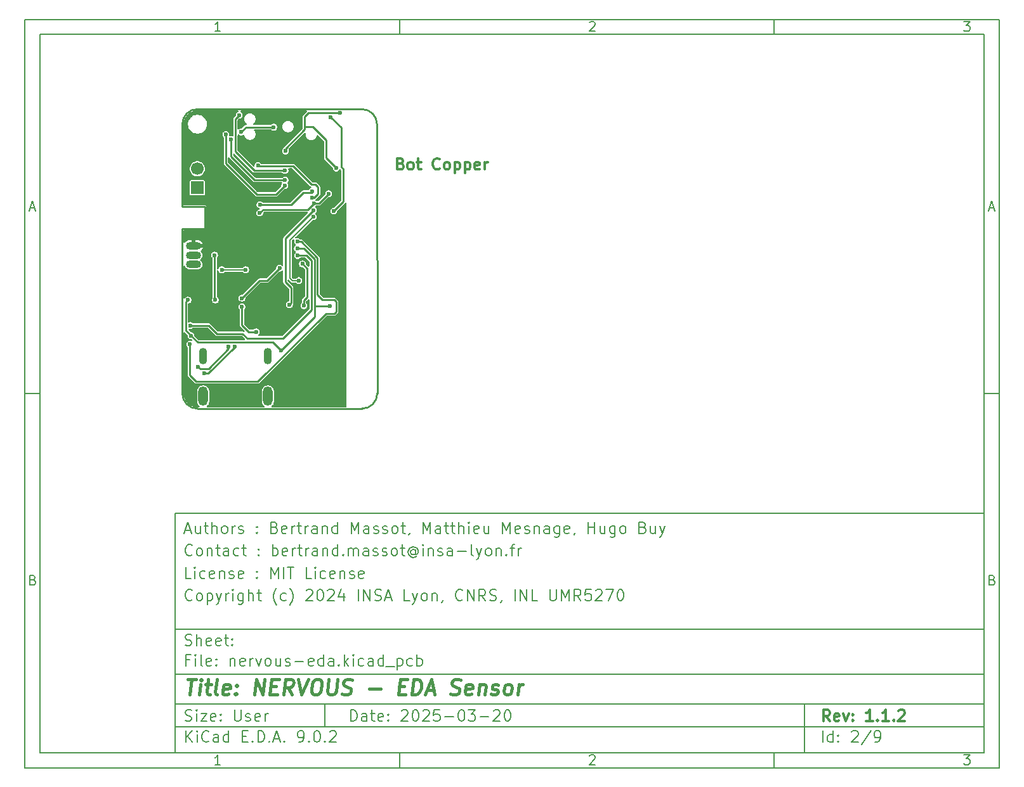
<source format=gbr>
%TF.GenerationSoftware,KiCad,Pcbnew,9.0.2*%
%TF.CreationDate,2025-10-01T11:11:21+02:00*%
%TF.ProjectId,nervous-eda,6e657276-6f75-4732-9d65-64612e6b6963,1.1.2*%
%TF.SameCoordinates,Original*%
%TF.FileFunction,Copper,L2,Bot*%
%TF.FilePolarity,Positive*%
%FSLAX46Y46*%
G04 Gerber Fmt 4.6, Leading zero omitted, Abs format (unit mm)*
G04 Created by KiCad (PCBNEW 9.0.2) date 2025-10-01 11:11:21*
%MOMM*%
%LPD*%
G01*
G04 APERTURE LIST*
%ADD10C,0.100000*%
%ADD11C,0.150000*%
%ADD12C,0.300000*%
%ADD13C,0.400000*%
%TA.AperFunction,NonConductor*%
%ADD14C,0.300000*%
%TD*%
%TA.AperFunction,ComponentPad*%
%ADD15O,1.100000X2.200000*%
%TD*%
%TA.AperFunction,ComponentPad*%
%ADD16O,1.300000X2.600000*%
%TD*%
%TA.AperFunction,ComponentPad*%
%ADD17O,2.032000X1.016000*%
%TD*%
%TA.AperFunction,ComponentPad*%
%ADD18R,1.700000X1.700000*%
%TD*%
%TA.AperFunction,ComponentPad*%
%ADD19C,1.700000*%
%TD*%
%TA.AperFunction,ViaPad*%
%ADD20C,0.600000*%
%TD*%
%TA.AperFunction,Conductor*%
%ADD21C,0.254000*%
%TD*%
%TA.AperFunction,Conductor*%
%ADD22C,0.200000*%
%TD*%
%TA.AperFunction,Profile*%
%ADD23C,0.254000*%
%TD*%
G04 APERTURE END LIST*
D10*
D11*
X30012000Y-75990000D02*
X138012000Y-75990000D01*
X138012000Y-107990000D01*
X30012000Y-107990000D01*
X30012000Y-75990000D01*
D10*
D11*
X10000000Y-10000000D02*
X140012000Y-10000000D01*
X140012000Y-109990000D01*
X10000000Y-109990000D01*
X10000000Y-10000000D01*
D10*
D11*
X12000000Y-12000000D02*
X138012000Y-12000000D01*
X138012000Y-107990000D01*
X12000000Y-107990000D01*
X12000000Y-12000000D01*
D10*
D11*
X60000000Y-12000000D02*
X60000000Y-10000000D01*
D10*
D11*
X110000000Y-12000000D02*
X110000000Y-10000000D01*
D10*
D11*
X36089160Y-11593604D02*
X35346303Y-11593604D01*
X35717731Y-11593604D02*
X35717731Y-10293604D01*
X35717731Y-10293604D02*
X35593922Y-10479319D01*
X35593922Y-10479319D02*
X35470112Y-10603128D01*
X35470112Y-10603128D02*
X35346303Y-10665033D01*
D10*
D11*
X85346303Y-10417414D02*
X85408207Y-10355509D01*
X85408207Y-10355509D02*
X85532017Y-10293604D01*
X85532017Y-10293604D02*
X85841541Y-10293604D01*
X85841541Y-10293604D02*
X85965350Y-10355509D01*
X85965350Y-10355509D02*
X86027255Y-10417414D01*
X86027255Y-10417414D02*
X86089160Y-10541223D01*
X86089160Y-10541223D02*
X86089160Y-10665033D01*
X86089160Y-10665033D02*
X86027255Y-10850747D01*
X86027255Y-10850747D02*
X85284398Y-11593604D01*
X85284398Y-11593604D02*
X86089160Y-11593604D01*
D10*
D11*
X135284398Y-10293604D02*
X136089160Y-10293604D01*
X136089160Y-10293604D02*
X135655826Y-10788842D01*
X135655826Y-10788842D02*
X135841541Y-10788842D01*
X135841541Y-10788842D02*
X135965350Y-10850747D01*
X135965350Y-10850747D02*
X136027255Y-10912652D01*
X136027255Y-10912652D02*
X136089160Y-11036461D01*
X136089160Y-11036461D02*
X136089160Y-11345985D01*
X136089160Y-11345985D02*
X136027255Y-11469795D01*
X136027255Y-11469795D02*
X135965350Y-11531700D01*
X135965350Y-11531700D02*
X135841541Y-11593604D01*
X135841541Y-11593604D02*
X135470112Y-11593604D01*
X135470112Y-11593604D02*
X135346303Y-11531700D01*
X135346303Y-11531700D02*
X135284398Y-11469795D01*
D10*
D11*
X60000000Y-107990000D02*
X60000000Y-109990000D01*
D10*
D11*
X110000000Y-107990000D02*
X110000000Y-109990000D01*
D10*
D11*
X36089160Y-109583604D02*
X35346303Y-109583604D01*
X35717731Y-109583604D02*
X35717731Y-108283604D01*
X35717731Y-108283604D02*
X35593922Y-108469319D01*
X35593922Y-108469319D02*
X35470112Y-108593128D01*
X35470112Y-108593128D02*
X35346303Y-108655033D01*
D10*
D11*
X85346303Y-108407414D02*
X85408207Y-108345509D01*
X85408207Y-108345509D02*
X85532017Y-108283604D01*
X85532017Y-108283604D02*
X85841541Y-108283604D01*
X85841541Y-108283604D02*
X85965350Y-108345509D01*
X85965350Y-108345509D02*
X86027255Y-108407414D01*
X86027255Y-108407414D02*
X86089160Y-108531223D01*
X86089160Y-108531223D02*
X86089160Y-108655033D01*
X86089160Y-108655033D02*
X86027255Y-108840747D01*
X86027255Y-108840747D02*
X85284398Y-109583604D01*
X85284398Y-109583604D02*
X86089160Y-109583604D01*
D10*
D11*
X135284398Y-108283604D02*
X136089160Y-108283604D01*
X136089160Y-108283604D02*
X135655826Y-108778842D01*
X135655826Y-108778842D02*
X135841541Y-108778842D01*
X135841541Y-108778842D02*
X135965350Y-108840747D01*
X135965350Y-108840747D02*
X136027255Y-108902652D01*
X136027255Y-108902652D02*
X136089160Y-109026461D01*
X136089160Y-109026461D02*
X136089160Y-109335985D01*
X136089160Y-109335985D02*
X136027255Y-109459795D01*
X136027255Y-109459795D02*
X135965350Y-109521700D01*
X135965350Y-109521700D02*
X135841541Y-109583604D01*
X135841541Y-109583604D02*
X135470112Y-109583604D01*
X135470112Y-109583604D02*
X135346303Y-109521700D01*
X135346303Y-109521700D02*
X135284398Y-109459795D01*
D10*
D11*
X10000000Y-60000000D02*
X12000000Y-60000000D01*
D10*
D11*
X10690476Y-35222176D02*
X11309523Y-35222176D01*
X10566666Y-35593604D02*
X10999999Y-34293604D01*
X10999999Y-34293604D02*
X11433333Y-35593604D01*
D10*
D11*
X11092857Y-84912652D02*
X11278571Y-84974557D01*
X11278571Y-84974557D02*
X11340476Y-85036461D01*
X11340476Y-85036461D02*
X11402380Y-85160271D01*
X11402380Y-85160271D02*
X11402380Y-85345985D01*
X11402380Y-85345985D02*
X11340476Y-85469795D01*
X11340476Y-85469795D02*
X11278571Y-85531700D01*
X11278571Y-85531700D02*
X11154761Y-85593604D01*
X11154761Y-85593604D02*
X10659523Y-85593604D01*
X10659523Y-85593604D02*
X10659523Y-84293604D01*
X10659523Y-84293604D02*
X11092857Y-84293604D01*
X11092857Y-84293604D02*
X11216666Y-84355509D01*
X11216666Y-84355509D02*
X11278571Y-84417414D01*
X11278571Y-84417414D02*
X11340476Y-84541223D01*
X11340476Y-84541223D02*
X11340476Y-84665033D01*
X11340476Y-84665033D02*
X11278571Y-84788842D01*
X11278571Y-84788842D02*
X11216666Y-84850747D01*
X11216666Y-84850747D02*
X11092857Y-84912652D01*
X11092857Y-84912652D02*
X10659523Y-84912652D01*
D10*
D11*
X140012000Y-60000000D02*
X138012000Y-60000000D01*
D10*
D11*
X138702476Y-35222176D02*
X139321523Y-35222176D01*
X138578666Y-35593604D02*
X139011999Y-34293604D01*
X139011999Y-34293604D02*
X139445333Y-35593604D01*
D10*
D11*
X139104857Y-84912652D02*
X139290571Y-84974557D01*
X139290571Y-84974557D02*
X139352476Y-85036461D01*
X139352476Y-85036461D02*
X139414380Y-85160271D01*
X139414380Y-85160271D02*
X139414380Y-85345985D01*
X139414380Y-85345985D02*
X139352476Y-85469795D01*
X139352476Y-85469795D02*
X139290571Y-85531700D01*
X139290571Y-85531700D02*
X139166761Y-85593604D01*
X139166761Y-85593604D02*
X138671523Y-85593604D01*
X138671523Y-85593604D02*
X138671523Y-84293604D01*
X138671523Y-84293604D02*
X139104857Y-84293604D01*
X139104857Y-84293604D02*
X139228666Y-84355509D01*
X139228666Y-84355509D02*
X139290571Y-84417414D01*
X139290571Y-84417414D02*
X139352476Y-84541223D01*
X139352476Y-84541223D02*
X139352476Y-84665033D01*
X139352476Y-84665033D02*
X139290571Y-84788842D01*
X139290571Y-84788842D02*
X139228666Y-84850747D01*
X139228666Y-84850747D02*
X139104857Y-84912652D01*
X139104857Y-84912652D02*
X138671523Y-84912652D01*
D10*
D11*
X53467826Y-103776128D02*
X53467826Y-102276128D01*
X53467826Y-102276128D02*
X53824969Y-102276128D01*
X53824969Y-102276128D02*
X54039255Y-102347557D01*
X54039255Y-102347557D02*
X54182112Y-102490414D01*
X54182112Y-102490414D02*
X54253541Y-102633271D01*
X54253541Y-102633271D02*
X54324969Y-102918985D01*
X54324969Y-102918985D02*
X54324969Y-103133271D01*
X54324969Y-103133271D02*
X54253541Y-103418985D01*
X54253541Y-103418985D02*
X54182112Y-103561842D01*
X54182112Y-103561842D02*
X54039255Y-103704700D01*
X54039255Y-103704700D02*
X53824969Y-103776128D01*
X53824969Y-103776128D02*
X53467826Y-103776128D01*
X55610684Y-103776128D02*
X55610684Y-102990414D01*
X55610684Y-102990414D02*
X55539255Y-102847557D01*
X55539255Y-102847557D02*
X55396398Y-102776128D01*
X55396398Y-102776128D02*
X55110684Y-102776128D01*
X55110684Y-102776128D02*
X54967826Y-102847557D01*
X55610684Y-103704700D02*
X55467826Y-103776128D01*
X55467826Y-103776128D02*
X55110684Y-103776128D01*
X55110684Y-103776128D02*
X54967826Y-103704700D01*
X54967826Y-103704700D02*
X54896398Y-103561842D01*
X54896398Y-103561842D02*
X54896398Y-103418985D01*
X54896398Y-103418985D02*
X54967826Y-103276128D01*
X54967826Y-103276128D02*
X55110684Y-103204700D01*
X55110684Y-103204700D02*
X55467826Y-103204700D01*
X55467826Y-103204700D02*
X55610684Y-103133271D01*
X56110684Y-102776128D02*
X56682112Y-102776128D01*
X56324969Y-102276128D02*
X56324969Y-103561842D01*
X56324969Y-103561842D02*
X56396398Y-103704700D01*
X56396398Y-103704700D02*
X56539255Y-103776128D01*
X56539255Y-103776128D02*
X56682112Y-103776128D01*
X57753541Y-103704700D02*
X57610684Y-103776128D01*
X57610684Y-103776128D02*
X57324970Y-103776128D01*
X57324970Y-103776128D02*
X57182112Y-103704700D01*
X57182112Y-103704700D02*
X57110684Y-103561842D01*
X57110684Y-103561842D02*
X57110684Y-102990414D01*
X57110684Y-102990414D02*
X57182112Y-102847557D01*
X57182112Y-102847557D02*
X57324970Y-102776128D01*
X57324970Y-102776128D02*
X57610684Y-102776128D01*
X57610684Y-102776128D02*
X57753541Y-102847557D01*
X57753541Y-102847557D02*
X57824970Y-102990414D01*
X57824970Y-102990414D02*
X57824970Y-103133271D01*
X57824970Y-103133271D02*
X57110684Y-103276128D01*
X58467826Y-103633271D02*
X58539255Y-103704700D01*
X58539255Y-103704700D02*
X58467826Y-103776128D01*
X58467826Y-103776128D02*
X58396398Y-103704700D01*
X58396398Y-103704700D02*
X58467826Y-103633271D01*
X58467826Y-103633271D02*
X58467826Y-103776128D01*
X58467826Y-102847557D02*
X58539255Y-102918985D01*
X58539255Y-102918985D02*
X58467826Y-102990414D01*
X58467826Y-102990414D02*
X58396398Y-102918985D01*
X58396398Y-102918985D02*
X58467826Y-102847557D01*
X58467826Y-102847557D02*
X58467826Y-102990414D01*
X60253541Y-102418985D02*
X60324969Y-102347557D01*
X60324969Y-102347557D02*
X60467827Y-102276128D01*
X60467827Y-102276128D02*
X60824969Y-102276128D01*
X60824969Y-102276128D02*
X60967827Y-102347557D01*
X60967827Y-102347557D02*
X61039255Y-102418985D01*
X61039255Y-102418985D02*
X61110684Y-102561842D01*
X61110684Y-102561842D02*
X61110684Y-102704700D01*
X61110684Y-102704700D02*
X61039255Y-102918985D01*
X61039255Y-102918985D02*
X60182112Y-103776128D01*
X60182112Y-103776128D02*
X61110684Y-103776128D01*
X62039255Y-102276128D02*
X62182112Y-102276128D01*
X62182112Y-102276128D02*
X62324969Y-102347557D01*
X62324969Y-102347557D02*
X62396398Y-102418985D01*
X62396398Y-102418985D02*
X62467826Y-102561842D01*
X62467826Y-102561842D02*
X62539255Y-102847557D01*
X62539255Y-102847557D02*
X62539255Y-103204700D01*
X62539255Y-103204700D02*
X62467826Y-103490414D01*
X62467826Y-103490414D02*
X62396398Y-103633271D01*
X62396398Y-103633271D02*
X62324969Y-103704700D01*
X62324969Y-103704700D02*
X62182112Y-103776128D01*
X62182112Y-103776128D02*
X62039255Y-103776128D01*
X62039255Y-103776128D02*
X61896398Y-103704700D01*
X61896398Y-103704700D02*
X61824969Y-103633271D01*
X61824969Y-103633271D02*
X61753540Y-103490414D01*
X61753540Y-103490414D02*
X61682112Y-103204700D01*
X61682112Y-103204700D02*
X61682112Y-102847557D01*
X61682112Y-102847557D02*
X61753540Y-102561842D01*
X61753540Y-102561842D02*
X61824969Y-102418985D01*
X61824969Y-102418985D02*
X61896398Y-102347557D01*
X61896398Y-102347557D02*
X62039255Y-102276128D01*
X63110683Y-102418985D02*
X63182111Y-102347557D01*
X63182111Y-102347557D02*
X63324969Y-102276128D01*
X63324969Y-102276128D02*
X63682111Y-102276128D01*
X63682111Y-102276128D02*
X63824969Y-102347557D01*
X63824969Y-102347557D02*
X63896397Y-102418985D01*
X63896397Y-102418985D02*
X63967826Y-102561842D01*
X63967826Y-102561842D02*
X63967826Y-102704700D01*
X63967826Y-102704700D02*
X63896397Y-102918985D01*
X63896397Y-102918985D02*
X63039254Y-103776128D01*
X63039254Y-103776128D02*
X63967826Y-103776128D01*
X65324968Y-102276128D02*
X64610682Y-102276128D01*
X64610682Y-102276128D02*
X64539254Y-102990414D01*
X64539254Y-102990414D02*
X64610682Y-102918985D01*
X64610682Y-102918985D02*
X64753540Y-102847557D01*
X64753540Y-102847557D02*
X65110682Y-102847557D01*
X65110682Y-102847557D02*
X65253540Y-102918985D01*
X65253540Y-102918985D02*
X65324968Y-102990414D01*
X65324968Y-102990414D02*
X65396397Y-103133271D01*
X65396397Y-103133271D02*
X65396397Y-103490414D01*
X65396397Y-103490414D02*
X65324968Y-103633271D01*
X65324968Y-103633271D02*
X65253540Y-103704700D01*
X65253540Y-103704700D02*
X65110682Y-103776128D01*
X65110682Y-103776128D02*
X64753540Y-103776128D01*
X64753540Y-103776128D02*
X64610682Y-103704700D01*
X64610682Y-103704700D02*
X64539254Y-103633271D01*
X66039253Y-103204700D02*
X67182111Y-103204700D01*
X68182111Y-102276128D02*
X68324968Y-102276128D01*
X68324968Y-102276128D02*
X68467825Y-102347557D01*
X68467825Y-102347557D02*
X68539254Y-102418985D01*
X68539254Y-102418985D02*
X68610682Y-102561842D01*
X68610682Y-102561842D02*
X68682111Y-102847557D01*
X68682111Y-102847557D02*
X68682111Y-103204700D01*
X68682111Y-103204700D02*
X68610682Y-103490414D01*
X68610682Y-103490414D02*
X68539254Y-103633271D01*
X68539254Y-103633271D02*
X68467825Y-103704700D01*
X68467825Y-103704700D02*
X68324968Y-103776128D01*
X68324968Y-103776128D02*
X68182111Y-103776128D01*
X68182111Y-103776128D02*
X68039254Y-103704700D01*
X68039254Y-103704700D02*
X67967825Y-103633271D01*
X67967825Y-103633271D02*
X67896396Y-103490414D01*
X67896396Y-103490414D02*
X67824968Y-103204700D01*
X67824968Y-103204700D02*
X67824968Y-102847557D01*
X67824968Y-102847557D02*
X67896396Y-102561842D01*
X67896396Y-102561842D02*
X67967825Y-102418985D01*
X67967825Y-102418985D02*
X68039254Y-102347557D01*
X68039254Y-102347557D02*
X68182111Y-102276128D01*
X69182110Y-102276128D02*
X70110682Y-102276128D01*
X70110682Y-102276128D02*
X69610682Y-102847557D01*
X69610682Y-102847557D02*
X69824967Y-102847557D01*
X69824967Y-102847557D02*
X69967825Y-102918985D01*
X69967825Y-102918985D02*
X70039253Y-102990414D01*
X70039253Y-102990414D02*
X70110682Y-103133271D01*
X70110682Y-103133271D02*
X70110682Y-103490414D01*
X70110682Y-103490414D02*
X70039253Y-103633271D01*
X70039253Y-103633271D02*
X69967825Y-103704700D01*
X69967825Y-103704700D02*
X69824967Y-103776128D01*
X69824967Y-103776128D02*
X69396396Y-103776128D01*
X69396396Y-103776128D02*
X69253539Y-103704700D01*
X69253539Y-103704700D02*
X69182110Y-103633271D01*
X70753538Y-103204700D02*
X71896396Y-103204700D01*
X72539253Y-102418985D02*
X72610681Y-102347557D01*
X72610681Y-102347557D02*
X72753539Y-102276128D01*
X72753539Y-102276128D02*
X73110681Y-102276128D01*
X73110681Y-102276128D02*
X73253539Y-102347557D01*
X73253539Y-102347557D02*
X73324967Y-102418985D01*
X73324967Y-102418985D02*
X73396396Y-102561842D01*
X73396396Y-102561842D02*
X73396396Y-102704700D01*
X73396396Y-102704700D02*
X73324967Y-102918985D01*
X73324967Y-102918985D02*
X72467824Y-103776128D01*
X72467824Y-103776128D02*
X73396396Y-103776128D01*
X74324967Y-102276128D02*
X74467824Y-102276128D01*
X74467824Y-102276128D02*
X74610681Y-102347557D01*
X74610681Y-102347557D02*
X74682110Y-102418985D01*
X74682110Y-102418985D02*
X74753538Y-102561842D01*
X74753538Y-102561842D02*
X74824967Y-102847557D01*
X74824967Y-102847557D02*
X74824967Y-103204700D01*
X74824967Y-103204700D02*
X74753538Y-103490414D01*
X74753538Y-103490414D02*
X74682110Y-103633271D01*
X74682110Y-103633271D02*
X74610681Y-103704700D01*
X74610681Y-103704700D02*
X74467824Y-103776128D01*
X74467824Y-103776128D02*
X74324967Y-103776128D01*
X74324967Y-103776128D02*
X74182110Y-103704700D01*
X74182110Y-103704700D02*
X74110681Y-103633271D01*
X74110681Y-103633271D02*
X74039252Y-103490414D01*
X74039252Y-103490414D02*
X73967824Y-103204700D01*
X73967824Y-103204700D02*
X73967824Y-102847557D01*
X73967824Y-102847557D02*
X74039252Y-102561842D01*
X74039252Y-102561842D02*
X74110681Y-102418985D01*
X74110681Y-102418985D02*
X74182110Y-102347557D01*
X74182110Y-102347557D02*
X74324967Y-102276128D01*
D10*
D11*
X30012000Y-104490000D02*
X138012000Y-104490000D01*
D10*
D11*
X31467826Y-106576128D02*
X31467826Y-105076128D01*
X32324969Y-106576128D02*
X31682112Y-105718985D01*
X32324969Y-105076128D02*
X31467826Y-105933271D01*
X32967826Y-106576128D02*
X32967826Y-105576128D01*
X32967826Y-105076128D02*
X32896398Y-105147557D01*
X32896398Y-105147557D02*
X32967826Y-105218985D01*
X32967826Y-105218985D02*
X33039255Y-105147557D01*
X33039255Y-105147557D02*
X32967826Y-105076128D01*
X32967826Y-105076128D02*
X32967826Y-105218985D01*
X34539255Y-106433271D02*
X34467827Y-106504700D01*
X34467827Y-106504700D02*
X34253541Y-106576128D01*
X34253541Y-106576128D02*
X34110684Y-106576128D01*
X34110684Y-106576128D02*
X33896398Y-106504700D01*
X33896398Y-106504700D02*
X33753541Y-106361842D01*
X33753541Y-106361842D02*
X33682112Y-106218985D01*
X33682112Y-106218985D02*
X33610684Y-105933271D01*
X33610684Y-105933271D02*
X33610684Y-105718985D01*
X33610684Y-105718985D02*
X33682112Y-105433271D01*
X33682112Y-105433271D02*
X33753541Y-105290414D01*
X33753541Y-105290414D02*
X33896398Y-105147557D01*
X33896398Y-105147557D02*
X34110684Y-105076128D01*
X34110684Y-105076128D02*
X34253541Y-105076128D01*
X34253541Y-105076128D02*
X34467827Y-105147557D01*
X34467827Y-105147557D02*
X34539255Y-105218985D01*
X35824970Y-106576128D02*
X35824970Y-105790414D01*
X35824970Y-105790414D02*
X35753541Y-105647557D01*
X35753541Y-105647557D02*
X35610684Y-105576128D01*
X35610684Y-105576128D02*
X35324970Y-105576128D01*
X35324970Y-105576128D02*
X35182112Y-105647557D01*
X35824970Y-106504700D02*
X35682112Y-106576128D01*
X35682112Y-106576128D02*
X35324970Y-106576128D01*
X35324970Y-106576128D02*
X35182112Y-106504700D01*
X35182112Y-106504700D02*
X35110684Y-106361842D01*
X35110684Y-106361842D02*
X35110684Y-106218985D01*
X35110684Y-106218985D02*
X35182112Y-106076128D01*
X35182112Y-106076128D02*
X35324970Y-106004700D01*
X35324970Y-106004700D02*
X35682112Y-106004700D01*
X35682112Y-106004700D02*
X35824970Y-105933271D01*
X37182113Y-106576128D02*
X37182113Y-105076128D01*
X37182113Y-106504700D02*
X37039255Y-106576128D01*
X37039255Y-106576128D02*
X36753541Y-106576128D01*
X36753541Y-106576128D02*
X36610684Y-106504700D01*
X36610684Y-106504700D02*
X36539255Y-106433271D01*
X36539255Y-106433271D02*
X36467827Y-106290414D01*
X36467827Y-106290414D02*
X36467827Y-105861842D01*
X36467827Y-105861842D02*
X36539255Y-105718985D01*
X36539255Y-105718985D02*
X36610684Y-105647557D01*
X36610684Y-105647557D02*
X36753541Y-105576128D01*
X36753541Y-105576128D02*
X37039255Y-105576128D01*
X37039255Y-105576128D02*
X37182113Y-105647557D01*
X39039255Y-105790414D02*
X39539255Y-105790414D01*
X39753541Y-106576128D02*
X39039255Y-106576128D01*
X39039255Y-106576128D02*
X39039255Y-105076128D01*
X39039255Y-105076128D02*
X39753541Y-105076128D01*
X40396398Y-106433271D02*
X40467827Y-106504700D01*
X40467827Y-106504700D02*
X40396398Y-106576128D01*
X40396398Y-106576128D02*
X40324970Y-106504700D01*
X40324970Y-106504700D02*
X40396398Y-106433271D01*
X40396398Y-106433271D02*
X40396398Y-106576128D01*
X41110684Y-106576128D02*
X41110684Y-105076128D01*
X41110684Y-105076128D02*
X41467827Y-105076128D01*
X41467827Y-105076128D02*
X41682113Y-105147557D01*
X41682113Y-105147557D02*
X41824970Y-105290414D01*
X41824970Y-105290414D02*
X41896399Y-105433271D01*
X41896399Y-105433271D02*
X41967827Y-105718985D01*
X41967827Y-105718985D02*
X41967827Y-105933271D01*
X41967827Y-105933271D02*
X41896399Y-106218985D01*
X41896399Y-106218985D02*
X41824970Y-106361842D01*
X41824970Y-106361842D02*
X41682113Y-106504700D01*
X41682113Y-106504700D02*
X41467827Y-106576128D01*
X41467827Y-106576128D02*
X41110684Y-106576128D01*
X42610684Y-106433271D02*
X42682113Y-106504700D01*
X42682113Y-106504700D02*
X42610684Y-106576128D01*
X42610684Y-106576128D02*
X42539256Y-106504700D01*
X42539256Y-106504700D02*
X42610684Y-106433271D01*
X42610684Y-106433271D02*
X42610684Y-106576128D01*
X43253542Y-106147557D02*
X43967828Y-106147557D01*
X43110685Y-106576128D02*
X43610685Y-105076128D01*
X43610685Y-105076128D02*
X44110685Y-106576128D01*
X44610684Y-106433271D02*
X44682113Y-106504700D01*
X44682113Y-106504700D02*
X44610684Y-106576128D01*
X44610684Y-106576128D02*
X44539256Y-106504700D01*
X44539256Y-106504700D02*
X44610684Y-106433271D01*
X44610684Y-106433271D02*
X44610684Y-106576128D01*
X46539256Y-106576128D02*
X46824970Y-106576128D01*
X46824970Y-106576128D02*
X46967827Y-106504700D01*
X46967827Y-106504700D02*
X47039256Y-106433271D01*
X47039256Y-106433271D02*
X47182113Y-106218985D01*
X47182113Y-106218985D02*
X47253542Y-105933271D01*
X47253542Y-105933271D02*
X47253542Y-105361842D01*
X47253542Y-105361842D02*
X47182113Y-105218985D01*
X47182113Y-105218985D02*
X47110685Y-105147557D01*
X47110685Y-105147557D02*
X46967827Y-105076128D01*
X46967827Y-105076128D02*
X46682113Y-105076128D01*
X46682113Y-105076128D02*
X46539256Y-105147557D01*
X46539256Y-105147557D02*
X46467827Y-105218985D01*
X46467827Y-105218985D02*
X46396399Y-105361842D01*
X46396399Y-105361842D02*
X46396399Y-105718985D01*
X46396399Y-105718985D02*
X46467827Y-105861842D01*
X46467827Y-105861842D02*
X46539256Y-105933271D01*
X46539256Y-105933271D02*
X46682113Y-106004700D01*
X46682113Y-106004700D02*
X46967827Y-106004700D01*
X46967827Y-106004700D02*
X47110685Y-105933271D01*
X47110685Y-105933271D02*
X47182113Y-105861842D01*
X47182113Y-105861842D02*
X47253542Y-105718985D01*
X47896398Y-106433271D02*
X47967827Y-106504700D01*
X47967827Y-106504700D02*
X47896398Y-106576128D01*
X47896398Y-106576128D02*
X47824970Y-106504700D01*
X47824970Y-106504700D02*
X47896398Y-106433271D01*
X47896398Y-106433271D02*
X47896398Y-106576128D01*
X48896399Y-105076128D02*
X49039256Y-105076128D01*
X49039256Y-105076128D02*
X49182113Y-105147557D01*
X49182113Y-105147557D02*
X49253542Y-105218985D01*
X49253542Y-105218985D02*
X49324970Y-105361842D01*
X49324970Y-105361842D02*
X49396399Y-105647557D01*
X49396399Y-105647557D02*
X49396399Y-106004700D01*
X49396399Y-106004700D02*
X49324970Y-106290414D01*
X49324970Y-106290414D02*
X49253542Y-106433271D01*
X49253542Y-106433271D02*
X49182113Y-106504700D01*
X49182113Y-106504700D02*
X49039256Y-106576128D01*
X49039256Y-106576128D02*
X48896399Y-106576128D01*
X48896399Y-106576128D02*
X48753542Y-106504700D01*
X48753542Y-106504700D02*
X48682113Y-106433271D01*
X48682113Y-106433271D02*
X48610684Y-106290414D01*
X48610684Y-106290414D02*
X48539256Y-106004700D01*
X48539256Y-106004700D02*
X48539256Y-105647557D01*
X48539256Y-105647557D02*
X48610684Y-105361842D01*
X48610684Y-105361842D02*
X48682113Y-105218985D01*
X48682113Y-105218985D02*
X48753542Y-105147557D01*
X48753542Y-105147557D02*
X48896399Y-105076128D01*
X50039255Y-106433271D02*
X50110684Y-106504700D01*
X50110684Y-106504700D02*
X50039255Y-106576128D01*
X50039255Y-106576128D02*
X49967827Y-106504700D01*
X49967827Y-106504700D02*
X50039255Y-106433271D01*
X50039255Y-106433271D02*
X50039255Y-106576128D01*
X50682113Y-105218985D02*
X50753541Y-105147557D01*
X50753541Y-105147557D02*
X50896399Y-105076128D01*
X50896399Y-105076128D02*
X51253541Y-105076128D01*
X51253541Y-105076128D02*
X51396399Y-105147557D01*
X51396399Y-105147557D02*
X51467827Y-105218985D01*
X51467827Y-105218985D02*
X51539256Y-105361842D01*
X51539256Y-105361842D02*
X51539256Y-105504700D01*
X51539256Y-105504700D02*
X51467827Y-105718985D01*
X51467827Y-105718985D02*
X50610684Y-106576128D01*
X50610684Y-106576128D02*
X51539256Y-106576128D01*
D10*
D11*
X30012000Y-101490000D02*
X138012000Y-101490000D01*
D10*
D12*
X117423653Y-103768328D02*
X116923653Y-103054042D01*
X116566510Y-103768328D02*
X116566510Y-102268328D01*
X116566510Y-102268328D02*
X117137939Y-102268328D01*
X117137939Y-102268328D02*
X117280796Y-102339757D01*
X117280796Y-102339757D02*
X117352225Y-102411185D01*
X117352225Y-102411185D02*
X117423653Y-102554042D01*
X117423653Y-102554042D02*
X117423653Y-102768328D01*
X117423653Y-102768328D02*
X117352225Y-102911185D01*
X117352225Y-102911185D02*
X117280796Y-102982614D01*
X117280796Y-102982614D02*
X117137939Y-103054042D01*
X117137939Y-103054042D02*
X116566510Y-103054042D01*
X118637939Y-103696900D02*
X118495082Y-103768328D01*
X118495082Y-103768328D02*
X118209368Y-103768328D01*
X118209368Y-103768328D02*
X118066510Y-103696900D01*
X118066510Y-103696900D02*
X117995082Y-103554042D01*
X117995082Y-103554042D02*
X117995082Y-102982614D01*
X117995082Y-102982614D02*
X118066510Y-102839757D01*
X118066510Y-102839757D02*
X118209368Y-102768328D01*
X118209368Y-102768328D02*
X118495082Y-102768328D01*
X118495082Y-102768328D02*
X118637939Y-102839757D01*
X118637939Y-102839757D02*
X118709368Y-102982614D01*
X118709368Y-102982614D02*
X118709368Y-103125471D01*
X118709368Y-103125471D02*
X117995082Y-103268328D01*
X119209367Y-102768328D02*
X119566510Y-103768328D01*
X119566510Y-103768328D02*
X119923653Y-102768328D01*
X120495081Y-103625471D02*
X120566510Y-103696900D01*
X120566510Y-103696900D02*
X120495081Y-103768328D01*
X120495081Y-103768328D02*
X120423653Y-103696900D01*
X120423653Y-103696900D02*
X120495081Y-103625471D01*
X120495081Y-103625471D02*
X120495081Y-103768328D01*
X120495081Y-102839757D02*
X120566510Y-102911185D01*
X120566510Y-102911185D02*
X120495081Y-102982614D01*
X120495081Y-102982614D02*
X120423653Y-102911185D01*
X120423653Y-102911185D02*
X120495081Y-102839757D01*
X120495081Y-102839757D02*
X120495081Y-102982614D01*
X123137939Y-103768328D02*
X122280796Y-103768328D01*
X122709367Y-103768328D02*
X122709367Y-102268328D01*
X122709367Y-102268328D02*
X122566510Y-102482614D01*
X122566510Y-102482614D02*
X122423653Y-102625471D01*
X122423653Y-102625471D02*
X122280796Y-102696900D01*
X123780795Y-103625471D02*
X123852224Y-103696900D01*
X123852224Y-103696900D02*
X123780795Y-103768328D01*
X123780795Y-103768328D02*
X123709367Y-103696900D01*
X123709367Y-103696900D02*
X123780795Y-103625471D01*
X123780795Y-103625471D02*
X123780795Y-103768328D01*
X125280796Y-103768328D02*
X124423653Y-103768328D01*
X124852224Y-103768328D02*
X124852224Y-102268328D01*
X124852224Y-102268328D02*
X124709367Y-102482614D01*
X124709367Y-102482614D02*
X124566510Y-102625471D01*
X124566510Y-102625471D02*
X124423653Y-102696900D01*
X125923652Y-103625471D02*
X125995081Y-103696900D01*
X125995081Y-103696900D02*
X125923652Y-103768328D01*
X125923652Y-103768328D02*
X125852224Y-103696900D01*
X125852224Y-103696900D02*
X125923652Y-103625471D01*
X125923652Y-103625471D02*
X125923652Y-103768328D01*
X126566510Y-102411185D02*
X126637938Y-102339757D01*
X126637938Y-102339757D02*
X126780796Y-102268328D01*
X126780796Y-102268328D02*
X127137938Y-102268328D01*
X127137938Y-102268328D02*
X127280796Y-102339757D01*
X127280796Y-102339757D02*
X127352224Y-102411185D01*
X127352224Y-102411185D02*
X127423653Y-102554042D01*
X127423653Y-102554042D02*
X127423653Y-102696900D01*
X127423653Y-102696900D02*
X127352224Y-102911185D01*
X127352224Y-102911185D02*
X126495081Y-103768328D01*
X126495081Y-103768328D02*
X127423653Y-103768328D01*
D10*
D11*
X31396398Y-103704700D02*
X31610684Y-103776128D01*
X31610684Y-103776128D02*
X31967826Y-103776128D01*
X31967826Y-103776128D02*
X32110684Y-103704700D01*
X32110684Y-103704700D02*
X32182112Y-103633271D01*
X32182112Y-103633271D02*
X32253541Y-103490414D01*
X32253541Y-103490414D02*
X32253541Y-103347557D01*
X32253541Y-103347557D02*
X32182112Y-103204700D01*
X32182112Y-103204700D02*
X32110684Y-103133271D01*
X32110684Y-103133271D02*
X31967826Y-103061842D01*
X31967826Y-103061842D02*
X31682112Y-102990414D01*
X31682112Y-102990414D02*
X31539255Y-102918985D01*
X31539255Y-102918985D02*
X31467826Y-102847557D01*
X31467826Y-102847557D02*
X31396398Y-102704700D01*
X31396398Y-102704700D02*
X31396398Y-102561842D01*
X31396398Y-102561842D02*
X31467826Y-102418985D01*
X31467826Y-102418985D02*
X31539255Y-102347557D01*
X31539255Y-102347557D02*
X31682112Y-102276128D01*
X31682112Y-102276128D02*
X32039255Y-102276128D01*
X32039255Y-102276128D02*
X32253541Y-102347557D01*
X32896397Y-103776128D02*
X32896397Y-102776128D01*
X32896397Y-102276128D02*
X32824969Y-102347557D01*
X32824969Y-102347557D02*
X32896397Y-102418985D01*
X32896397Y-102418985D02*
X32967826Y-102347557D01*
X32967826Y-102347557D02*
X32896397Y-102276128D01*
X32896397Y-102276128D02*
X32896397Y-102418985D01*
X33467826Y-102776128D02*
X34253541Y-102776128D01*
X34253541Y-102776128D02*
X33467826Y-103776128D01*
X33467826Y-103776128D02*
X34253541Y-103776128D01*
X35396398Y-103704700D02*
X35253541Y-103776128D01*
X35253541Y-103776128D02*
X34967827Y-103776128D01*
X34967827Y-103776128D02*
X34824969Y-103704700D01*
X34824969Y-103704700D02*
X34753541Y-103561842D01*
X34753541Y-103561842D02*
X34753541Y-102990414D01*
X34753541Y-102990414D02*
X34824969Y-102847557D01*
X34824969Y-102847557D02*
X34967827Y-102776128D01*
X34967827Y-102776128D02*
X35253541Y-102776128D01*
X35253541Y-102776128D02*
X35396398Y-102847557D01*
X35396398Y-102847557D02*
X35467827Y-102990414D01*
X35467827Y-102990414D02*
X35467827Y-103133271D01*
X35467827Y-103133271D02*
X34753541Y-103276128D01*
X36110683Y-103633271D02*
X36182112Y-103704700D01*
X36182112Y-103704700D02*
X36110683Y-103776128D01*
X36110683Y-103776128D02*
X36039255Y-103704700D01*
X36039255Y-103704700D02*
X36110683Y-103633271D01*
X36110683Y-103633271D02*
X36110683Y-103776128D01*
X36110683Y-102847557D02*
X36182112Y-102918985D01*
X36182112Y-102918985D02*
X36110683Y-102990414D01*
X36110683Y-102990414D02*
X36039255Y-102918985D01*
X36039255Y-102918985D02*
X36110683Y-102847557D01*
X36110683Y-102847557D02*
X36110683Y-102990414D01*
X37967826Y-102276128D02*
X37967826Y-103490414D01*
X37967826Y-103490414D02*
X38039255Y-103633271D01*
X38039255Y-103633271D02*
X38110684Y-103704700D01*
X38110684Y-103704700D02*
X38253541Y-103776128D01*
X38253541Y-103776128D02*
X38539255Y-103776128D01*
X38539255Y-103776128D02*
X38682112Y-103704700D01*
X38682112Y-103704700D02*
X38753541Y-103633271D01*
X38753541Y-103633271D02*
X38824969Y-103490414D01*
X38824969Y-103490414D02*
X38824969Y-102276128D01*
X39467827Y-103704700D02*
X39610684Y-103776128D01*
X39610684Y-103776128D02*
X39896398Y-103776128D01*
X39896398Y-103776128D02*
X40039255Y-103704700D01*
X40039255Y-103704700D02*
X40110684Y-103561842D01*
X40110684Y-103561842D02*
X40110684Y-103490414D01*
X40110684Y-103490414D02*
X40039255Y-103347557D01*
X40039255Y-103347557D02*
X39896398Y-103276128D01*
X39896398Y-103276128D02*
X39682113Y-103276128D01*
X39682113Y-103276128D02*
X39539255Y-103204700D01*
X39539255Y-103204700D02*
X39467827Y-103061842D01*
X39467827Y-103061842D02*
X39467827Y-102990414D01*
X39467827Y-102990414D02*
X39539255Y-102847557D01*
X39539255Y-102847557D02*
X39682113Y-102776128D01*
X39682113Y-102776128D02*
X39896398Y-102776128D01*
X39896398Y-102776128D02*
X40039255Y-102847557D01*
X41324970Y-103704700D02*
X41182113Y-103776128D01*
X41182113Y-103776128D02*
X40896399Y-103776128D01*
X40896399Y-103776128D02*
X40753541Y-103704700D01*
X40753541Y-103704700D02*
X40682113Y-103561842D01*
X40682113Y-103561842D02*
X40682113Y-102990414D01*
X40682113Y-102990414D02*
X40753541Y-102847557D01*
X40753541Y-102847557D02*
X40896399Y-102776128D01*
X40896399Y-102776128D02*
X41182113Y-102776128D01*
X41182113Y-102776128D02*
X41324970Y-102847557D01*
X41324970Y-102847557D02*
X41396399Y-102990414D01*
X41396399Y-102990414D02*
X41396399Y-103133271D01*
X41396399Y-103133271D02*
X40682113Y-103276128D01*
X42039255Y-103776128D02*
X42039255Y-102776128D01*
X42039255Y-103061842D02*
X42110684Y-102918985D01*
X42110684Y-102918985D02*
X42182113Y-102847557D01*
X42182113Y-102847557D02*
X42324970Y-102776128D01*
X42324970Y-102776128D02*
X42467827Y-102776128D01*
D10*
D11*
X116467826Y-106576128D02*
X116467826Y-105076128D01*
X117824970Y-106576128D02*
X117824970Y-105076128D01*
X117824970Y-106504700D02*
X117682112Y-106576128D01*
X117682112Y-106576128D02*
X117396398Y-106576128D01*
X117396398Y-106576128D02*
X117253541Y-106504700D01*
X117253541Y-106504700D02*
X117182112Y-106433271D01*
X117182112Y-106433271D02*
X117110684Y-106290414D01*
X117110684Y-106290414D02*
X117110684Y-105861842D01*
X117110684Y-105861842D02*
X117182112Y-105718985D01*
X117182112Y-105718985D02*
X117253541Y-105647557D01*
X117253541Y-105647557D02*
X117396398Y-105576128D01*
X117396398Y-105576128D02*
X117682112Y-105576128D01*
X117682112Y-105576128D02*
X117824970Y-105647557D01*
X118539255Y-106433271D02*
X118610684Y-106504700D01*
X118610684Y-106504700D02*
X118539255Y-106576128D01*
X118539255Y-106576128D02*
X118467827Y-106504700D01*
X118467827Y-106504700D02*
X118539255Y-106433271D01*
X118539255Y-106433271D02*
X118539255Y-106576128D01*
X118539255Y-105647557D02*
X118610684Y-105718985D01*
X118610684Y-105718985D02*
X118539255Y-105790414D01*
X118539255Y-105790414D02*
X118467827Y-105718985D01*
X118467827Y-105718985D02*
X118539255Y-105647557D01*
X118539255Y-105647557D02*
X118539255Y-105790414D01*
X120324970Y-105218985D02*
X120396398Y-105147557D01*
X120396398Y-105147557D02*
X120539256Y-105076128D01*
X120539256Y-105076128D02*
X120896398Y-105076128D01*
X120896398Y-105076128D02*
X121039256Y-105147557D01*
X121039256Y-105147557D02*
X121110684Y-105218985D01*
X121110684Y-105218985D02*
X121182113Y-105361842D01*
X121182113Y-105361842D02*
X121182113Y-105504700D01*
X121182113Y-105504700D02*
X121110684Y-105718985D01*
X121110684Y-105718985D02*
X120253541Y-106576128D01*
X120253541Y-106576128D02*
X121182113Y-106576128D01*
X122896398Y-105004700D02*
X121610684Y-106933271D01*
X123467827Y-106576128D02*
X123753541Y-106576128D01*
X123753541Y-106576128D02*
X123896398Y-106504700D01*
X123896398Y-106504700D02*
X123967827Y-106433271D01*
X123967827Y-106433271D02*
X124110684Y-106218985D01*
X124110684Y-106218985D02*
X124182113Y-105933271D01*
X124182113Y-105933271D02*
X124182113Y-105361842D01*
X124182113Y-105361842D02*
X124110684Y-105218985D01*
X124110684Y-105218985D02*
X124039256Y-105147557D01*
X124039256Y-105147557D02*
X123896398Y-105076128D01*
X123896398Y-105076128D02*
X123610684Y-105076128D01*
X123610684Y-105076128D02*
X123467827Y-105147557D01*
X123467827Y-105147557D02*
X123396398Y-105218985D01*
X123396398Y-105218985D02*
X123324970Y-105361842D01*
X123324970Y-105361842D02*
X123324970Y-105718985D01*
X123324970Y-105718985D02*
X123396398Y-105861842D01*
X123396398Y-105861842D02*
X123467827Y-105933271D01*
X123467827Y-105933271D02*
X123610684Y-106004700D01*
X123610684Y-106004700D02*
X123896398Y-106004700D01*
X123896398Y-106004700D02*
X124039256Y-105933271D01*
X124039256Y-105933271D02*
X124110684Y-105861842D01*
X124110684Y-105861842D02*
X124182113Y-105718985D01*
D10*
D11*
X30012000Y-97490000D02*
X138012000Y-97490000D01*
D10*
D13*
X31703728Y-98194438D02*
X32846585Y-98194438D01*
X32025157Y-100194438D02*
X32275157Y-98194438D01*
X33263252Y-100194438D02*
X33429919Y-98861104D01*
X33513252Y-98194438D02*
X33406109Y-98289676D01*
X33406109Y-98289676D02*
X33489443Y-98384914D01*
X33489443Y-98384914D02*
X33596586Y-98289676D01*
X33596586Y-98289676D02*
X33513252Y-98194438D01*
X33513252Y-98194438D02*
X33489443Y-98384914D01*
X34096586Y-98861104D02*
X34858490Y-98861104D01*
X34465633Y-98194438D02*
X34251348Y-99908723D01*
X34251348Y-99908723D02*
X34322776Y-100099200D01*
X34322776Y-100099200D02*
X34501348Y-100194438D01*
X34501348Y-100194438D02*
X34691824Y-100194438D01*
X35644205Y-100194438D02*
X35465633Y-100099200D01*
X35465633Y-100099200D02*
X35394205Y-99908723D01*
X35394205Y-99908723D02*
X35608490Y-98194438D01*
X37179919Y-100099200D02*
X36977538Y-100194438D01*
X36977538Y-100194438D02*
X36596585Y-100194438D01*
X36596585Y-100194438D02*
X36418014Y-100099200D01*
X36418014Y-100099200D02*
X36346585Y-99908723D01*
X36346585Y-99908723D02*
X36441824Y-99146819D01*
X36441824Y-99146819D02*
X36560871Y-98956342D01*
X36560871Y-98956342D02*
X36763252Y-98861104D01*
X36763252Y-98861104D02*
X37144204Y-98861104D01*
X37144204Y-98861104D02*
X37322776Y-98956342D01*
X37322776Y-98956342D02*
X37394204Y-99146819D01*
X37394204Y-99146819D02*
X37370395Y-99337295D01*
X37370395Y-99337295D02*
X36394204Y-99527771D01*
X38144205Y-100003961D02*
X38227538Y-100099200D01*
X38227538Y-100099200D02*
X38120395Y-100194438D01*
X38120395Y-100194438D02*
X38037062Y-100099200D01*
X38037062Y-100099200D02*
X38144205Y-100003961D01*
X38144205Y-100003961D02*
X38120395Y-100194438D01*
X38275157Y-98956342D02*
X38358490Y-99051580D01*
X38358490Y-99051580D02*
X38251348Y-99146819D01*
X38251348Y-99146819D02*
X38168014Y-99051580D01*
X38168014Y-99051580D02*
X38275157Y-98956342D01*
X38275157Y-98956342D02*
X38251348Y-99146819D01*
X40596586Y-100194438D02*
X40846586Y-98194438D01*
X40846586Y-98194438D02*
X41739443Y-100194438D01*
X41739443Y-100194438D02*
X41989443Y-98194438D01*
X42822777Y-99146819D02*
X43489443Y-99146819D01*
X43644205Y-100194438D02*
X42691824Y-100194438D01*
X42691824Y-100194438D02*
X42941824Y-98194438D01*
X42941824Y-98194438D02*
X43894205Y-98194438D01*
X45644205Y-100194438D02*
X45096586Y-99242057D01*
X44501348Y-100194438D02*
X44751348Y-98194438D01*
X44751348Y-98194438D02*
X45513253Y-98194438D01*
X45513253Y-98194438D02*
X45691824Y-98289676D01*
X45691824Y-98289676D02*
X45775158Y-98384914D01*
X45775158Y-98384914D02*
X45846586Y-98575390D01*
X45846586Y-98575390D02*
X45810872Y-98861104D01*
X45810872Y-98861104D02*
X45691824Y-99051580D01*
X45691824Y-99051580D02*
X45584682Y-99146819D01*
X45584682Y-99146819D02*
X45382301Y-99242057D01*
X45382301Y-99242057D02*
X44620396Y-99242057D01*
X46465634Y-98194438D02*
X46882301Y-100194438D01*
X46882301Y-100194438D02*
X47798967Y-98194438D01*
X48846587Y-98194438D02*
X49227539Y-98194438D01*
X49227539Y-98194438D02*
X49406110Y-98289676D01*
X49406110Y-98289676D02*
X49572777Y-98480152D01*
X49572777Y-98480152D02*
X49620396Y-98861104D01*
X49620396Y-98861104D02*
X49537063Y-99527771D01*
X49537063Y-99527771D02*
X49394206Y-99908723D01*
X49394206Y-99908723D02*
X49179920Y-100099200D01*
X49179920Y-100099200D02*
X48977539Y-100194438D01*
X48977539Y-100194438D02*
X48596587Y-100194438D01*
X48596587Y-100194438D02*
X48418015Y-100099200D01*
X48418015Y-100099200D02*
X48251349Y-99908723D01*
X48251349Y-99908723D02*
X48203729Y-99527771D01*
X48203729Y-99527771D02*
X48287063Y-98861104D01*
X48287063Y-98861104D02*
X48429920Y-98480152D01*
X48429920Y-98480152D02*
X48644206Y-98289676D01*
X48644206Y-98289676D02*
X48846587Y-98194438D01*
X50560872Y-98194438D02*
X50358491Y-99813485D01*
X50358491Y-99813485D02*
X50429920Y-100003961D01*
X50429920Y-100003961D02*
X50513253Y-100099200D01*
X50513253Y-100099200D02*
X50691825Y-100194438D01*
X50691825Y-100194438D02*
X51072777Y-100194438D01*
X51072777Y-100194438D02*
X51275158Y-100099200D01*
X51275158Y-100099200D02*
X51382301Y-100003961D01*
X51382301Y-100003961D02*
X51501348Y-99813485D01*
X51501348Y-99813485D02*
X51703729Y-98194438D01*
X52322777Y-100099200D02*
X52596586Y-100194438D01*
X52596586Y-100194438D02*
X53072777Y-100194438D01*
X53072777Y-100194438D02*
X53275158Y-100099200D01*
X53275158Y-100099200D02*
X53382301Y-100003961D01*
X53382301Y-100003961D02*
X53501348Y-99813485D01*
X53501348Y-99813485D02*
X53525158Y-99623009D01*
X53525158Y-99623009D02*
X53453729Y-99432533D01*
X53453729Y-99432533D02*
X53370396Y-99337295D01*
X53370396Y-99337295D02*
X53191825Y-99242057D01*
X53191825Y-99242057D02*
X52822777Y-99146819D01*
X52822777Y-99146819D02*
X52644205Y-99051580D01*
X52644205Y-99051580D02*
X52560872Y-98956342D01*
X52560872Y-98956342D02*
X52489444Y-98765866D01*
X52489444Y-98765866D02*
X52513253Y-98575390D01*
X52513253Y-98575390D02*
X52632301Y-98384914D01*
X52632301Y-98384914D02*
X52739444Y-98289676D01*
X52739444Y-98289676D02*
X52941825Y-98194438D01*
X52941825Y-98194438D02*
X53418015Y-98194438D01*
X53418015Y-98194438D02*
X53691825Y-98289676D01*
X55929920Y-99432533D02*
X57453730Y-99432533D01*
X59965635Y-99146819D02*
X60632301Y-99146819D01*
X60787063Y-100194438D02*
X59834682Y-100194438D01*
X59834682Y-100194438D02*
X60084682Y-98194438D01*
X60084682Y-98194438D02*
X61037063Y-98194438D01*
X61644206Y-100194438D02*
X61894206Y-98194438D01*
X61894206Y-98194438D02*
X62370397Y-98194438D01*
X62370397Y-98194438D02*
X62644206Y-98289676D01*
X62644206Y-98289676D02*
X62810873Y-98480152D01*
X62810873Y-98480152D02*
X62882301Y-98670628D01*
X62882301Y-98670628D02*
X62929921Y-99051580D01*
X62929921Y-99051580D02*
X62894206Y-99337295D01*
X62894206Y-99337295D02*
X62751349Y-99718247D01*
X62751349Y-99718247D02*
X62632301Y-99908723D01*
X62632301Y-99908723D02*
X62418016Y-100099200D01*
X62418016Y-100099200D02*
X62120397Y-100194438D01*
X62120397Y-100194438D02*
X61644206Y-100194438D01*
X63620397Y-99623009D02*
X64572778Y-99623009D01*
X63358492Y-100194438D02*
X64275159Y-98194438D01*
X64275159Y-98194438D02*
X64691825Y-100194438D01*
X66798969Y-100099200D02*
X67072778Y-100194438D01*
X67072778Y-100194438D02*
X67548969Y-100194438D01*
X67548969Y-100194438D02*
X67751350Y-100099200D01*
X67751350Y-100099200D02*
X67858493Y-100003961D01*
X67858493Y-100003961D02*
X67977540Y-99813485D01*
X67977540Y-99813485D02*
X68001350Y-99623009D01*
X68001350Y-99623009D02*
X67929921Y-99432533D01*
X67929921Y-99432533D02*
X67846588Y-99337295D01*
X67846588Y-99337295D02*
X67668017Y-99242057D01*
X67668017Y-99242057D02*
X67298969Y-99146819D01*
X67298969Y-99146819D02*
X67120397Y-99051580D01*
X67120397Y-99051580D02*
X67037064Y-98956342D01*
X67037064Y-98956342D02*
X66965636Y-98765866D01*
X66965636Y-98765866D02*
X66989445Y-98575390D01*
X66989445Y-98575390D02*
X67108493Y-98384914D01*
X67108493Y-98384914D02*
X67215636Y-98289676D01*
X67215636Y-98289676D02*
X67418017Y-98194438D01*
X67418017Y-98194438D02*
X67894207Y-98194438D01*
X67894207Y-98194438D02*
X68168017Y-98289676D01*
X69560874Y-100099200D02*
X69358493Y-100194438D01*
X69358493Y-100194438D02*
X68977540Y-100194438D01*
X68977540Y-100194438D02*
X68798969Y-100099200D01*
X68798969Y-100099200D02*
X68727540Y-99908723D01*
X68727540Y-99908723D02*
X68822779Y-99146819D01*
X68822779Y-99146819D02*
X68941826Y-98956342D01*
X68941826Y-98956342D02*
X69144207Y-98861104D01*
X69144207Y-98861104D02*
X69525159Y-98861104D01*
X69525159Y-98861104D02*
X69703731Y-98956342D01*
X69703731Y-98956342D02*
X69775159Y-99146819D01*
X69775159Y-99146819D02*
X69751350Y-99337295D01*
X69751350Y-99337295D02*
X68775159Y-99527771D01*
X70668017Y-98861104D02*
X70501350Y-100194438D01*
X70644207Y-99051580D02*
X70751350Y-98956342D01*
X70751350Y-98956342D02*
X70953731Y-98861104D01*
X70953731Y-98861104D02*
X71239445Y-98861104D01*
X71239445Y-98861104D02*
X71418017Y-98956342D01*
X71418017Y-98956342D02*
X71489445Y-99146819D01*
X71489445Y-99146819D02*
X71358493Y-100194438D01*
X72227541Y-100099200D02*
X72406112Y-100194438D01*
X72406112Y-100194438D02*
X72787065Y-100194438D01*
X72787065Y-100194438D02*
X72989446Y-100099200D01*
X72989446Y-100099200D02*
X73108493Y-99908723D01*
X73108493Y-99908723D02*
X73120398Y-99813485D01*
X73120398Y-99813485D02*
X73048969Y-99623009D01*
X73048969Y-99623009D02*
X72870398Y-99527771D01*
X72870398Y-99527771D02*
X72584684Y-99527771D01*
X72584684Y-99527771D02*
X72406112Y-99432533D01*
X72406112Y-99432533D02*
X72334684Y-99242057D01*
X72334684Y-99242057D02*
X72346589Y-99146819D01*
X72346589Y-99146819D02*
X72465636Y-98956342D01*
X72465636Y-98956342D02*
X72668017Y-98861104D01*
X72668017Y-98861104D02*
X72953731Y-98861104D01*
X72953731Y-98861104D02*
X73132303Y-98956342D01*
X74215637Y-100194438D02*
X74037065Y-100099200D01*
X74037065Y-100099200D02*
X73953732Y-100003961D01*
X73953732Y-100003961D02*
X73882303Y-99813485D01*
X73882303Y-99813485D02*
X73953732Y-99242057D01*
X73953732Y-99242057D02*
X74072779Y-99051580D01*
X74072779Y-99051580D02*
X74179922Y-98956342D01*
X74179922Y-98956342D02*
X74382303Y-98861104D01*
X74382303Y-98861104D02*
X74668017Y-98861104D01*
X74668017Y-98861104D02*
X74846589Y-98956342D01*
X74846589Y-98956342D02*
X74929922Y-99051580D01*
X74929922Y-99051580D02*
X75001351Y-99242057D01*
X75001351Y-99242057D02*
X74929922Y-99813485D01*
X74929922Y-99813485D02*
X74810875Y-100003961D01*
X74810875Y-100003961D02*
X74703732Y-100099200D01*
X74703732Y-100099200D02*
X74501351Y-100194438D01*
X74501351Y-100194438D02*
X74215637Y-100194438D01*
X75739446Y-100194438D02*
X75906113Y-98861104D01*
X75858494Y-99242057D02*
X75977541Y-99051580D01*
X75977541Y-99051580D02*
X76084684Y-98956342D01*
X76084684Y-98956342D02*
X76287065Y-98861104D01*
X76287065Y-98861104D02*
X76477541Y-98861104D01*
D10*
D11*
X31967826Y-95590414D02*
X31467826Y-95590414D01*
X31467826Y-96376128D02*
X31467826Y-94876128D01*
X31467826Y-94876128D02*
X32182112Y-94876128D01*
X32753540Y-96376128D02*
X32753540Y-95376128D01*
X32753540Y-94876128D02*
X32682112Y-94947557D01*
X32682112Y-94947557D02*
X32753540Y-95018985D01*
X32753540Y-95018985D02*
X32824969Y-94947557D01*
X32824969Y-94947557D02*
X32753540Y-94876128D01*
X32753540Y-94876128D02*
X32753540Y-95018985D01*
X33682112Y-96376128D02*
X33539255Y-96304700D01*
X33539255Y-96304700D02*
X33467826Y-96161842D01*
X33467826Y-96161842D02*
X33467826Y-94876128D01*
X34824969Y-96304700D02*
X34682112Y-96376128D01*
X34682112Y-96376128D02*
X34396398Y-96376128D01*
X34396398Y-96376128D02*
X34253540Y-96304700D01*
X34253540Y-96304700D02*
X34182112Y-96161842D01*
X34182112Y-96161842D02*
X34182112Y-95590414D01*
X34182112Y-95590414D02*
X34253540Y-95447557D01*
X34253540Y-95447557D02*
X34396398Y-95376128D01*
X34396398Y-95376128D02*
X34682112Y-95376128D01*
X34682112Y-95376128D02*
X34824969Y-95447557D01*
X34824969Y-95447557D02*
X34896398Y-95590414D01*
X34896398Y-95590414D02*
X34896398Y-95733271D01*
X34896398Y-95733271D02*
X34182112Y-95876128D01*
X35539254Y-96233271D02*
X35610683Y-96304700D01*
X35610683Y-96304700D02*
X35539254Y-96376128D01*
X35539254Y-96376128D02*
X35467826Y-96304700D01*
X35467826Y-96304700D02*
X35539254Y-96233271D01*
X35539254Y-96233271D02*
X35539254Y-96376128D01*
X35539254Y-95447557D02*
X35610683Y-95518985D01*
X35610683Y-95518985D02*
X35539254Y-95590414D01*
X35539254Y-95590414D02*
X35467826Y-95518985D01*
X35467826Y-95518985D02*
X35539254Y-95447557D01*
X35539254Y-95447557D02*
X35539254Y-95590414D01*
X37396397Y-95376128D02*
X37396397Y-96376128D01*
X37396397Y-95518985D02*
X37467826Y-95447557D01*
X37467826Y-95447557D02*
X37610683Y-95376128D01*
X37610683Y-95376128D02*
X37824969Y-95376128D01*
X37824969Y-95376128D02*
X37967826Y-95447557D01*
X37967826Y-95447557D02*
X38039255Y-95590414D01*
X38039255Y-95590414D02*
X38039255Y-96376128D01*
X39324969Y-96304700D02*
X39182112Y-96376128D01*
X39182112Y-96376128D02*
X38896398Y-96376128D01*
X38896398Y-96376128D02*
X38753540Y-96304700D01*
X38753540Y-96304700D02*
X38682112Y-96161842D01*
X38682112Y-96161842D02*
X38682112Y-95590414D01*
X38682112Y-95590414D02*
X38753540Y-95447557D01*
X38753540Y-95447557D02*
X38896398Y-95376128D01*
X38896398Y-95376128D02*
X39182112Y-95376128D01*
X39182112Y-95376128D02*
X39324969Y-95447557D01*
X39324969Y-95447557D02*
X39396398Y-95590414D01*
X39396398Y-95590414D02*
X39396398Y-95733271D01*
X39396398Y-95733271D02*
X38682112Y-95876128D01*
X40039254Y-96376128D02*
X40039254Y-95376128D01*
X40039254Y-95661842D02*
X40110683Y-95518985D01*
X40110683Y-95518985D02*
X40182112Y-95447557D01*
X40182112Y-95447557D02*
X40324969Y-95376128D01*
X40324969Y-95376128D02*
X40467826Y-95376128D01*
X40824968Y-95376128D02*
X41182111Y-96376128D01*
X41182111Y-96376128D02*
X41539254Y-95376128D01*
X42324968Y-96376128D02*
X42182111Y-96304700D01*
X42182111Y-96304700D02*
X42110682Y-96233271D01*
X42110682Y-96233271D02*
X42039254Y-96090414D01*
X42039254Y-96090414D02*
X42039254Y-95661842D01*
X42039254Y-95661842D02*
X42110682Y-95518985D01*
X42110682Y-95518985D02*
X42182111Y-95447557D01*
X42182111Y-95447557D02*
X42324968Y-95376128D01*
X42324968Y-95376128D02*
X42539254Y-95376128D01*
X42539254Y-95376128D02*
X42682111Y-95447557D01*
X42682111Y-95447557D02*
X42753540Y-95518985D01*
X42753540Y-95518985D02*
X42824968Y-95661842D01*
X42824968Y-95661842D02*
X42824968Y-96090414D01*
X42824968Y-96090414D02*
X42753540Y-96233271D01*
X42753540Y-96233271D02*
X42682111Y-96304700D01*
X42682111Y-96304700D02*
X42539254Y-96376128D01*
X42539254Y-96376128D02*
X42324968Y-96376128D01*
X44110683Y-95376128D02*
X44110683Y-96376128D01*
X43467825Y-95376128D02*
X43467825Y-96161842D01*
X43467825Y-96161842D02*
X43539254Y-96304700D01*
X43539254Y-96304700D02*
X43682111Y-96376128D01*
X43682111Y-96376128D02*
X43896397Y-96376128D01*
X43896397Y-96376128D02*
X44039254Y-96304700D01*
X44039254Y-96304700D02*
X44110683Y-96233271D01*
X44753540Y-96304700D02*
X44896397Y-96376128D01*
X44896397Y-96376128D02*
X45182111Y-96376128D01*
X45182111Y-96376128D02*
X45324968Y-96304700D01*
X45324968Y-96304700D02*
X45396397Y-96161842D01*
X45396397Y-96161842D02*
X45396397Y-96090414D01*
X45396397Y-96090414D02*
X45324968Y-95947557D01*
X45324968Y-95947557D02*
X45182111Y-95876128D01*
X45182111Y-95876128D02*
X44967826Y-95876128D01*
X44967826Y-95876128D02*
X44824968Y-95804700D01*
X44824968Y-95804700D02*
X44753540Y-95661842D01*
X44753540Y-95661842D02*
X44753540Y-95590414D01*
X44753540Y-95590414D02*
X44824968Y-95447557D01*
X44824968Y-95447557D02*
X44967826Y-95376128D01*
X44967826Y-95376128D02*
X45182111Y-95376128D01*
X45182111Y-95376128D02*
X45324968Y-95447557D01*
X46039254Y-95804700D02*
X47182112Y-95804700D01*
X48467826Y-96304700D02*
X48324969Y-96376128D01*
X48324969Y-96376128D02*
X48039255Y-96376128D01*
X48039255Y-96376128D02*
X47896397Y-96304700D01*
X47896397Y-96304700D02*
X47824969Y-96161842D01*
X47824969Y-96161842D02*
X47824969Y-95590414D01*
X47824969Y-95590414D02*
X47896397Y-95447557D01*
X47896397Y-95447557D02*
X48039255Y-95376128D01*
X48039255Y-95376128D02*
X48324969Y-95376128D01*
X48324969Y-95376128D02*
X48467826Y-95447557D01*
X48467826Y-95447557D02*
X48539255Y-95590414D01*
X48539255Y-95590414D02*
X48539255Y-95733271D01*
X48539255Y-95733271D02*
X47824969Y-95876128D01*
X49824969Y-96376128D02*
X49824969Y-94876128D01*
X49824969Y-96304700D02*
X49682111Y-96376128D01*
X49682111Y-96376128D02*
X49396397Y-96376128D01*
X49396397Y-96376128D02*
X49253540Y-96304700D01*
X49253540Y-96304700D02*
X49182111Y-96233271D01*
X49182111Y-96233271D02*
X49110683Y-96090414D01*
X49110683Y-96090414D02*
X49110683Y-95661842D01*
X49110683Y-95661842D02*
X49182111Y-95518985D01*
X49182111Y-95518985D02*
X49253540Y-95447557D01*
X49253540Y-95447557D02*
X49396397Y-95376128D01*
X49396397Y-95376128D02*
X49682111Y-95376128D01*
X49682111Y-95376128D02*
X49824969Y-95447557D01*
X51182112Y-96376128D02*
X51182112Y-95590414D01*
X51182112Y-95590414D02*
X51110683Y-95447557D01*
X51110683Y-95447557D02*
X50967826Y-95376128D01*
X50967826Y-95376128D02*
X50682112Y-95376128D01*
X50682112Y-95376128D02*
X50539254Y-95447557D01*
X51182112Y-96304700D02*
X51039254Y-96376128D01*
X51039254Y-96376128D02*
X50682112Y-96376128D01*
X50682112Y-96376128D02*
X50539254Y-96304700D01*
X50539254Y-96304700D02*
X50467826Y-96161842D01*
X50467826Y-96161842D02*
X50467826Y-96018985D01*
X50467826Y-96018985D02*
X50539254Y-95876128D01*
X50539254Y-95876128D02*
X50682112Y-95804700D01*
X50682112Y-95804700D02*
X51039254Y-95804700D01*
X51039254Y-95804700D02*
X51182112Y-95733271D01*
X51896397Y-96233271D02*
X51967826Y-96304700D01*
X51967826Y-96304700D02*
X51896397Y-96376128D01*
X51896397Y-96376128D02*
X51824969Y-96304700D01*
X51824969Y-96304700D02*
X51896397Y-96233271D01*
X51896397Y-96233271D02*
X51896397Y-96376128D01*
X52610683Y-96376128D02*
X52610683Y-94876128D01*
X52753541Y-95804700D02*
X53182112Y-96376128D01*
X53182112Y-95376128D02*
X52610683Y-95947557D01*
X53824969Y-96376128D02*
X53824969Y-95376128D01*
X53824969Y-94876128D02*
X53753541Y-94947557D01*
X53753541Y-94947557D02*
X53824969Y-95018985D01*
X53824969Y-95018985D02*
X53896398Y-94947557D01*
X53896398Y-94947557D02*
X53824969Y-94876128D01*
X53824969Y-94876128D02*
X53824969Y-95018985D01*
X55182113Y-96304700D02*
X55039255Y-96376128D01*
X55039255Y-96376128D02*
X54753541Y-96376128D01*
X54753541Y-96376128D02*
X54610684Y-96304700D01*
X54610684Y-96304700D02*
X54539255Y-96233271D01*
X54539255Y-96233271D02*
X54467827Y-96090414D01*
X54467827Y-96090414D02*
X54467827Y-95661842D01*
X54467827Y-95661842D02*
X54539255Y-95518985D01*
X54539255Y-95518985D02*
X54610684Y-95447557D01*
X54610684Y-95447557D02*
X54753541Y-95376128D01*
X54753541Y-95376128D02*
X55039255Y-95376128D01*
X55039255Y-95376128D02*
X55182113Y-95447557D01*
X56467827Y-96376128D02*
X56467827Y-95590414D01*
X56467827Y-95590414D02*
X56396398Y-95447557D01*
X56396398Y-95447557D02*
X56253541Y-95376128D01*
X56253541Y-95376128D02*
X55967827Y-95376128D01*
X55967827Y-95376128D02*
X55824969Y-95447557D01*
X56467827Y-96304700D02*
X56324969Y-96376128D01*
X56324969Y-96376128D02*
X55967827Y-96376128D01*
X55967827Y-96376128D02*
X55824969Y-96304700D01*
X55824969Y-96304700D02*
X55753541Y-96161842D01*
X55753541Y-96161842D02*
X55753541Y-96018985D01*
X55753541Y-96018985D02*
X55824969Y-95876128D01*
X55824969Y-95876128D02*
X55967827Y-95804700D01*
X55967827Y-95804700D02*
X56324969Y-95804700D01*
X56324969Y-95804700D02*
X56467827Y-95733271D01*
X57824970Y-96376128D02*
X57824970Y-94876128D01*
X57824970Y-96304700D02*
X57682112Y-96376128D01*
X57682112Y-96376128D02*
X57396398Y-96376128D01*
X57396398Y-96376128D02*
X57253541Y-96304700D01*
X57253541Y-96304700D02*
X57182112Y-96233271D01*
X57182112Y-96233271D02*
X57110684Y-96090414D01*
X57110684Y-96090414D02*
X57110684Y-95661842D01*
X57110684Y-95661842D02*
X57182112Y-95518985D01*
X57182112Y-95518985D02*
X57253541Y-95447557D01*
X57253541Y-95447557D02*
X57396398Y-95376128D01*
X57396398Y-95376128D02*
X57682112Y-95376128D01*
X57682112Y-95376128D02*
X57824970Y-95447557D01*
X58182113Y-96518985D02*
X59324970Y-96518985D01*
X59682112Y-95376128D02*
X59682112Y-96876128D01*
X59682112Y-95447557D02*
X59824970Y-95376128D01*
X59824970Y-95376128D02*
X60110684Y-95376128D01*
X60110684Y-95376128D02*
X60253541Y-95447557D01*
X60253541Y-95447557D02*
X60324970Y-95518985D01*
X60324970Y-95518985D02*
X60396398Y-95661842D01*
X60396398Y-95661842D02*
X60396398Y-96090414D01*
X60396398Y-96090414D02*
X60324970Y-96233271D01*
X60324970Y-96233271D02*
X60253541Y-96304700D01*
X60253541Y-96304700D02*
X60110684Y-96376128D01*
X60110684Y-96376128D02*
X59824970Y-96376128D01*
X59824970Y-96376128D02*
X59682112Y-96304700D01*
X61682113Y-96304700D02*
X61539255Y-96376128D01*
X61539255Y-96376128D02*
X61253541Y-96376128D01*
X61253541Y-96376128D02*
X61110684Y-96304700D01*
X61110684Y-96304700D02*
X61039255Y-96233271D01*
X61039255Y-96233271D02*
X60967827Y-96090414D01*
X60967827Y-96090414D02*
X60967827Y-95661842D01*
X60967827Y-95661842D02*
X61039255Y-95518985D01*
X61039255Y-95518985D02*
X61110684Y-95447557D01*
X61110684Y-95447557D02*
X61253541Y-95376128D01*
X61253541Y-95376128D02*
X61539255Y-95376128D01*
X61539255Y-95376128D02*
X61682113Y-95447557D01*
X62324969Y-96376128D02*
X62324969Y-94876128D01*
X62324969Y-95447557D02*
X62467827Y-95376128D01*
X62467827Y-95376128D02*
X62753541Y-95376128D01*
X62753541Y-95376128D02*
X62896398Y-95447557D01*
X62896398Y-95447557D02*
X62967827Y-95518985D01*
X62967827Y-95518985D02*
X63039255Y-95661842D01*
X63039255Y-95661842D02*
X63039255Y-96090414D01*
X63039255Y-96090414D02*
X62967827Y-96233271D01*
X62967827Y-96233271D02*
X62896398Y-96304700D01*
X62896398Y-96304700D02*
X62753541Y-96376128D01*
X62753541Y-96376128D02*
X62467827Y-96376128D01*
X62467827Y-96376128D02*
X62324969Y-96304700D01*
D10*
D11*
X30012000Y-91490000D02*
X138012000Y-91490000D01*
D10*
D11*
X31396398Y-93604700D02*
X31610684Y-93676128D01*
X31610684Y-93676128D02*
X31967826Y-93676128D01*
X31967826Y-93676128D02*
X32110684Y-93604700D01*
X32110684Y-93604700D02*
X32182112Y-93533271D01*
X32182112Y-93533271D02*
X32253541Y-93390414D01*
X32253541Y-93390414D02*
X32253541Y-93247557D01*
X32253541Y-93247557D02*
X32182112Y-93104700D01*
X32182112Y-93104700D02*
X32110684Y-93033271D01*
X32110684Y-93033271D02*
X31967826Y-92961842D01*
X31967826Y-92961842D02*
X31682112Y-92890414D01*
X31682112Y-92890414D02*
X31539255Y-92818985D01*
X31539255Y-92818985D02*
X31467826Y-92747557D01*
X31467826Y-92747557D02*
X31396398Y-92604700D01*
X31396398Y-92604700D02*
X31396398Y-92461842D01*
X31396398Y-92461842D02*
X31467826Y-92318985D01*
X31467826Y-92318985D02*
X31539255Y-92247557D01*
X31539255Y-92247557D02*
X31682112Y-92176128D01*
X31682112Y-92176128D02*
X32039255Y-92176128D01*
X32039255Y-92176128D02*
X32253541Y-92247557D01*
X32896397Y-93676128D02*
X32896397Y-92176128D01*
X33539255Y-93676128D02*
X33539255Y-92890414D01*
X33539255Y-92890414D02*
X33467826Y-92747557D01*
X33467826Y-92747557D02*
X33324969Y-92676128D01*
X33324969Y-92676128D02*
X33110683Y-92676128D01*
X33110683Y-92676128D02*
X32967826Y-92747557D01*
X32967826Y-92747557D02*
X32896397Y-92818985D01*
X34824969Y-93604700D02*
X34682112Y-93676128D01*
X34682112Y-93676128D02*
X34396398Y-93676128D01*
X34396398Y-93676128D02*
X34253540Y-93604700D01*
X34253540Y-93604700D02*
X34182112Y-93461842D01*
X34182112Y-93461842D02*
X34182112Y-92890414D01*
X34182112Y-92890414D02*
X34253540Y-92747557D01*
X34253540Y-92747557D02*
X34396398Y-92676128D01*
X34396398Y-92676128D02*
X34682112Y-92676128D01*
X34682112Y-92676128D02*
X34824969Y-92747557D01*
X34824969Y-92747557D02*
X34896398Y-92890414D01*
X34896398Y-92890414D02*
X34896398Y-93033271D01*
X34896398Y-93033271D02*
X34182112Y-93176128D01*
X36110683Y-93604700D02*
X35967826Y-93676128D01*
X35967826Y-93676128D02*
X35682112Y-93676128D01*
X35682112Y-93676128D02*
X35539254Y-93604700D01*
X35539254Y-93604700D02*
X35467826Y-93461842D01*
X35467826Y-93461842D02*
X35467826Y-92890414D01*
X35467826Y-92890414D02*
X35539254Y-92747557D01*
X35539254Y-92747557D02*
X35682112Y-92676128D01*
X35682112Y-92676128D02*
X35967826Y-92676128D01*
X35967826Y-92676128D02*
X36110683Y-92747557D01*
X36110683Y-92747557D02*
X36182112Y-92890414D01*
X36182112Y-92890414D02*
X36182112Y-93033271D01*
X36182112Y-93033271D02*
X35467826Y-93176128D01*
X36610683Y-92676128D02*
X37182111Y-92676128D01*
X36824968Y-92176128D02*
X36824968Y-93461842D01*
X36824968Y-93461842D02*
X36896397Y-93604700D01*
X36896397Y-93604700D02*
X37039254Y-93676128D01*
X37039254Y-93676128D02*
X37182111Y-93676128D01*
X37682111Y-93533271D02*
X37753540Y-93604700D01*
X37753540Y-93604700D02*
X37682111Y-93676128D01*
X37682111Y-93676128D02*
X37610683Y-93604700D01*
X37610683Y-93604700D02*
X37682111Y-93533271D01*
X37682111Y-93533271D02*
X37682111Y-93676128D01*
X37682111Y-92747557D02*
X37753540Y-92818985D01*
X37753540Y-92818985D02*
X37682111Y-92890414D01*
X37682111Y-92890414D02*
X37610683Y-92818985D01*
X37610683Y-92818985D02*
X37682111Y-92747557D01*
X37682111Y-92747557D02*
X37682111Y-92890414D01*
D10*
D11*
X32324969Y-87533271D02*
X32253541Y-87604700D01*
X32253541Y-87604700D02*
X32039255Y-87676128D01*
X32039255Y-87676128D02*
X31896398Y-87676128D01*
X31896398Y-87676128D02*
X31682112Y-87604700D01*
X31682112Y-87604700D02*
X31539255Y-87461842D01*
X31539255Y-87461842D02*
X31467826Y-87318985D01*
X31467826Y-87318985D02*
X31396398Y-87033271D01*
X31396398Y-87033271D02*
X31396398Y-86818985D01*
X31396398Y-86818985D02*
X31467826Y-86533271D01*
X31467826Y-86533271D02*
X31539255Y-86390414D01*
X31539255Y-86390414D02*
X31682112Y-86247557D01*
X31682112Y-86247557D02*
X31896398Y-86176128D01*
X31896398Y-86176128D02*
X32039255Y-86176128D01*
X32039255Y-86176128D02*
X32253541Y-86247557D01*
X32253541Y-86247557D02*
X32324969Y-86318985D01*
X33182112Y-87676128D02*
X33039255Y-87604700D01*
X33039255Y-87604700D02*
X32967826Y-87533271D01*
X32967826Y-87533271D02*
X32896398Y-87390414D01*
X32896398Y-87390414D02*
X32896398Y-86961842D01*
X32896398Y-86961842D02*
X32967826Y-86818985D01*
X32967826Y-86818985D02*
X33039255Y-86747557D01*
X33039255Y-86747557D02*
X33182112Y-86676128D01*
X33182112Y-86676128D02*
X33396398Y-86676128D01*
X33396398Y-86676128D02*
X33539255Y-86747557D01*
X33539255Y-86747557D02*
X33610684Y-86818985D01*
X33610684Y-86818985D02*
X33682112Y-86961842D01*
X33682112Y-86961842D02*
X33682112Y-87390414D01*
X33682112Y-87390414D02*
X33610684Y-87533271D01*
X33610684Y-87533271D02*
X33539255Y-87604700D01*
X33539255Y-87604700D02*
X33396398Y-87676128D01*
X33396398Y-87676128D02*
X33182112Y-87676128D01*
X34324969Y-86676128D02*
X34324969Y-88176128D01*
X34324969Y-86747557D02*
X34467827Y-86676128D01*
X34467827Y-86676128D02*
X34753541Y-86676128D01*
X34753541Y-86676128D02*
X34896398Y-86747557D01*
X34896398Y-86747557D02*
X34967827Y-86818985D01*
X34967827Y-86818985D02*
X35039255Y-86961842D01*
X35039255Y-86961842D02*
X35039255Y-87390414D01*
X35039255Y-87390414D02*
X34967827Y-87533271D01*
X34967827Y-87533271D02*
X34896398Y-87604700D01*
X34896398Y-87604700D02*
X34753541Y-87676128D01*
X34753541Y-87676128D02*
X34467827Y-87676128D01*
X34467827Y-87676128D02*
X34324969Y-87604700D01*
X35539255Y-86676128D02*
X35896398Y-87676128D01*
X36253541Y-86676128D02*
X35896398Y-87676128D01*
X35896398Y-87676128D02*
X35753541Y-88033271D01*
X35753541Y-88033271D02*
X35682112Y-88104700D01*
X35682112Y-88104700D02*
X35539255Y-88176128D01*
X36824969Y-87676128D02*
X36824969Y-86676128D01*
X36824969Y-86961842D02*
X36896398Y-86818985D01*
X36896398Y-86818985D02*
X36967827Y-86747557D01*
X36967827Y-86747557D02*
X37110684Y-86676128D01*
X37110684Y-86676128D02*
X37253541Y-86676128D01*
X37753540Y-87676128D02*
X37753540Y-86676128D01*
X37753540Y-86176128D02*
X37682112Y-86247557D01*
X37682112Y-86247557D02*
X37753540Y-86318985D01*
X37753540Y-86318985D02*
X37824969Y-86247557D01*
X37824969Y-86247557D02*
X37753540Y-86176128D01*
X37753540Y-86176128D02*
X37753540Y-86318985D01*
X39110684Y-86676128D02*
X39110684Y-87890414D01*
X39110684Y-87890414D02*
X39039255Y-88033271D01*
X39039255Y-88033271D02*
X38967826Y-88104700D01*
X38967826Y-88104700D02*
X38824969Y-88176128D01*
X38824969Y-88176128D02*
X38610684Y-88176128D01*
X38610684Y-88176128D02*
X38467826Y-88104700D01*
X39110684Y-87604700D02*
X38967826Y-87676128D01*
X38967826Y-87676128D02*
X38682112Y-87676128D01*
X38682112Y-87676128D02*
X38539255Y-87604700D01*
X38539255Y-87604700D02*
X38467826Y-87533271D01*
X38467826Y-87533271D02*
X38396398Y-87390414D01*
X38396398Y-87390414D02*
X38396398Y-86961842D01*
X38396398Y-86961842D02*
X38467826Y-86818985D01*
X38467826Y-86818985D02*
X38539255Y-86747557D01*
X38539255Y-86747557D02*
X38682112Y-86676128D01*
X38682112Y-86676128D02*
X38967826Y-86676128D01*
X38967826Y-86676128D02*
X39110684Y-86747557D01*
X39824969Y-87676128D02*
X39824969Y-86176128D01*
X40467827Y-87676128D02*
X40467827Y-86890414D01*
X40467827Y-86890414D02*
X40396398Y-86747557D01*
X40396398Y-86747557D02*
X40253541Y-86676128D01*
X40253541Y-86676128D02*
X40039255Y-86676128D01*
X40039255Y-86676128D02*
X39896398Y-86747557D01*
X39896398Y-86747557D02*
X39824969Y-86818985D01*
X40967827Y-86676128D02*
X41539255Y-86676128D01*
X41182112Y-86176128D02*
X41182112Y-87461842D01*
X41182112Y-87461842D02*
X41253541Y-87604700D01*
X41253541Y-87604700D02*
X41396398Y-87676128D01*
X41396398Y-87676128D02*
X41539255Y-87676128D01*
X43610684Y-88247557D02*
X43539255Y-88176128D01*
X43539255Y-88176128D02*
X43396398Y-87961842D01*
X43396398Y-87961842D02*
X43324970Y-87818985D01*
X43324970Y-87818985D02*
X43253541Y-87604700D01*
X43253541Y-87604700D02*
X43182112Y-87247557D01*
X43182112Y-87247557D02*
X43182112Y-86961842D01*
X43182112Y-86961842D02*
X43253541Y-86604700D01*
X43253541Y-86604700D02*
X43324970Y-86390414D01*
X43324970Y-86390414D02*
X43396398Y-86247557D01*
X43396398Y-86247557D02*
X43539255Y-86033271D01*
X43539255Y-86033271D02*
X43610684Y-85961842D01*
X44824970Y-87604700D02*
X44682112Y-87676128D01*
X44682112Y-87676128D02*
X44396398Y-87676128D01*
X44396398Y-87676128D02*
X44253541Y-87604700D01*
X44253541Y-87604700D02*
X44182112Y-87533271D01*
X44182112Y-87533271D02*
X44110684Y-87390414D01*
X44110684Y-87390414D02*
X44110684Y-86961842D01*
X44110684Y-86961842D02*
X44182112Y-86818985D01*
X44182112Y-86818985D02*
X44253541Y-86747557D01*
X44253541Y-86747557D02*
X44396398Y-86676128D01*
X44396398Y-86676128D02*
X44682112Y-86676128D01*
X44682112Y-86676128D02*
X44824970Y-86747557D01*
X45324969Y-88247557D02*
X45396398Y-88176128D01*
X45396398Y-88176128D02*
X45539255Y-87961842D01*
X45539255Y-87961842D02*
X45610684Y-87818985D01*
X45610684Y-87818985D02*
X45682112Y-87604700D01*
X45682112Y-87604700D02*
X45753541Y-87247557D01*
X45753541Y-87247557D02*
X45753541Y-86961842D01*
X45753541Y-86961842D02*
X45682112Y-86604700D01*
X45682112Y-86604700D02*
X45610684Y-86390414D01*
X45610684Y-86390414D02*
X45539255Y-86247557D01*
X45539255Y-86247557D02*
X45396398Y-86033271D01*
X45396398Y-86033271D02*
X45324969Y-85961842D01*
X47539255Y-86318985D02*
X47610683Y-86247557D01*
X47610683Y-86247557D02*
X47753541Y-86176128D01*
X47753541Y-86176128D02*
X48110683Y-86176128D01*
X48110683Y-86176128D02*
X48253541Y-86247557D01*
X48253541Y-86247557D02*
X48324969Y-86318985D01*
X48324969Y-86318985D02*
X48396398Y-86461842D01*
X48396398Y-86461842D02*
X48396398Y-86604700D01*
X48396398Y-86604700D02*
X48324969Y-86818985D01*
X48324969Y-86818985D02*
X47467826Y-87676128D01*
X47467826Y-87676128D02*
X48396398Y-87676128D01*
X49324969Y-86176128D02*
X49467826Y-86176128D01*
X49467826Y-86176128D02*
X49610683Y-86247557D01*
X49610683Y-86247557D02*
X49682112Y-86318985D01*
X49682112Y-86318985D02*
X49753540Y-86461842D01*
X49753540Y-86461842D02*
X49824969Y-86747557D01*
X49824969Y-86747557D02*
X49824969Y-87104700D01*
X49824969Y-87104700D02*
X49753540Y-87390414D01*
X49753540Y-87390414D02*
X49682112Y-87533271D01*
X49682112Y-87533271D02*
X49610683Y-87604700D01*
X49610683Y-87604700D02*
X49467826Y-87676128D01*
X49467826Y-87676128D02*
X49324969Y-87676128D01*
X49324969Y-87676128D02*
X49182112Y-87604700D01*
X49182112Y-87604700D02*
X49110683Y-87533271D01*
X49110683Y-87533271D02*
X49039254Y-87390414D01*
X49039254Y-87390414D02*
X48967826Y-87104700D01*
X48967826Y-87104700D02*
X48967826Y-86747557D01*
X48967826Y-86747557D02*
X49039254Y-86461842D01*
X49039254Y-86461842D02*
X49110683Y-86318985D01*
X49110683Y-86318985D02*
X49182112Y-86247557D01*
X49182112Y-86247557D02*
X49324969Y-86176128D01*
X50396397Y-86318985D02*
X50467825Y-86247557D01*
X50467825Y-86247557D02*
X50610683Y-86176128D01*
X50610683Y-86176128D02*
X50967825Y-86176128D01*
X50967825Y-86176128D02*
X51110683Y-86247557D01*
X51110683Y-86247557D02*
X51182111Y-86318985D01*
X51182111Y-86318985D02*
X51253540Y-86461842D01*
X51253540Y-86461842D02*
X51253540Y-86604700D01*
X51253540Y-86604700D02*
X51182111Y-86818985D01*
X51182111Y-86818985D02*
X50324968Y-87676128D01*
X50324968Y-87676128D02*
X51253540Y-87676128D01*
X52539254Y-86676128D02*
X52539254Y-87676128D01*
X52182111Y-86104700D02*
X51824968Y-87176128D01*
X51824968Y-87176128D02*
X52753539Y-87176128D01*
X54467824Y-87676128D02*
X54467824Y-86176128D01*
X55182110Y-87676128D02*
X55182110Y-86176128D01*
X55182110Y-86176128D02*
X56039253Y-87676128D01*
X56039253Y-87676128D02*
X56039253Y-86176128D01*
X56682111Y-87604700D02*
X56896397Y-87676128D01*
X56896397Y-87676128D02*
X57253539Y-87676128D01*
X57253539Y-87676128D02*
X57396397Y-87604700D01*
X57396397Y-87604700D02*
X57467825Y-87533271D01*
X57467825Y-87533271D02*
X57539254Y-87390414D01*
X57539254Y-87390414D02*
X57539254Y-87247557D01*
X57539254Y-87247557D02*
X57467825Y-87104700D01*
X57467825Y-87104700D02*
X57396397Y-87033271D01*
X57396397Y-87033271D02*
X57253539Y-86961842D01*
X57253539Y-86961842D02*
X56967825Y-86890414D01*
X56967825Y-86890414D02*
X56824968Y-86818985D01*
X56824968Y-86818985D02*
X56753539Y-86747557D01*
X56753539Y-86747557D02*
X56682111Y-86604700D01*
X56682111Y-86604700D02*
X56682111Y-86461842D01*
X56682111Y-86461842D02*
X56753539Y-86318985D01*
X56753539Y-86318985D02*
X56824968Y-86247557D01*
X56824968Y-86247557D02*
X56967825Y-86176128D01*
X56967825Y-86176128D02*
X57324968Y-86176128D01*
X57324968Y-86176128D02*
X57539254Y-86247557D01*
X58110682Y-87247557D02*
X58824968Y-87247557D01*
X57967825Y-87676128D02*
X58467825Y-86176128D01*
X58467825Y-86176128D02*
X58967825Y-87676128D01*
X61324967Y-87676128D02*
X60610681Y-87676128D01*
X60610681Y-87676128D02*
X60610681Y-86176128D01*
X61682110Y-86676128D02*
X62039253Y-87676128D01*
X62396396Y-86676128D02*
X62039253Y-87676128D01*
X62039253Y-87676128D02*
X61896396Y-88033271D01*
X61896396Y-88033271D02*
X61824967Y-88104700D01*
X61824967Y-88104700D02*
X61682110Y-88176128D01*
X63182110Y-87676128D02*
X63039253Y-87604700D01*
X63039253Y-87604700D02*
X62967824Y-87533271D01*
X62967824Y-87533271D02*
X62896396Y-87390414D01*
X62896396Y-87390414D02*
X62896396Y-86961842D01*
X62896396Y-86961842D02*
X62967824Y-86818985D01*
X62967824Y-86818985D02*
X63039253Y-86747557D01*
X63039253Y-86747557D02*
X63182110Y-86676128D01*
X63182110Y-86676128D02*
X63396396Y-86676128D01*
X63396396Y-86676128D02*
X63539253Y-86747557D01*
X63539253Y-86747557D02*
X63610682Y-86818985D01*
X63610682Y-86818985D02*
X63682110Y-86961842D01*
X63682110Y-86961842D02*
X63682110Y-87390414D01*
X63682110Y-87390414D02*
X63610682Y-87533271D01*
X63610682Y-87533271D02*
X63539253Y-87604700D01*
X63539253Y-87604700D02*
X63396396Y-87676128D01*
X63396396Y-87676128D02*
X63182110Y-87676128D01*
X64324967Y-86676128D02*
X64324967Y-87676128D01*
X64324967Y-86818985D02*
X64396396Y-86747557D01*
X64396396Y-86747557D02*
X64539253Y-86676128D01*
X64539253Y-86676128D02*
X64753539Y-86676128D01*
X64753539Y-86676128D02*
X64896396Y-86747557D01*
X64896396Y-86747557D02*
X64967825Y-86890414D01*
X64967825Y-86890414D02*
X64967825Y-87676128D01*
X65753539Y-87604700D02*
X65753539Y-87676128D01*
X65753539Y-87676128D02*
X65682110Y-87818985D01*
X65682110Y-87818985D02*
X65610682Y-87890414D01*
X68396396Y-87533271D02*
X68324968Y-87604700D01*
X68324968Y-87604700D02*
X68110682Y-87676128D01*
X68110682Y-87676128D02*
X67967825Y-87676128D01*
X67967825Y-87676128D02*
X67753539Y-87604700D01*
X67753539Y-87604700D02*
X67610682Y-87461842D01*
X67610682Y-87461842D02*
X67539253Y-87318985D01*
X67539253Y-87318985D02*
X67467825Y-87033271D01*
X67467825Y-87033271D02*
X67467825Y-86818985D01*
X67467825Y-86818985D02*
X67539253Y-86533271D01*
X67539253Y-86533271D02*
X67610682Y-86390414D01*
X67610682Y-86390414D02*
X67753539Y-86247557D01*
X67753539Y-86247557D02*
X67967825Y-86176128D01*
X67967825Y-86176128D02*
X68110682Y-86176128D01*
X68110682Y-86176128D02*
X68324968Y-86247557D01*
X68324968Y-86247557D02*
X68396396Y-86318985D01*
X69039253Y-87676128D02*
X69039253Y-86176128D01*
X69039253Y-86176128D02*
X69896396Y-87676128D01*
X69896396Y-87676128D02*
X69896396Y-86176128D01*
X71467825Y-87676128D02*
X70967825Y-86961842D01*
X70610682Y-87676128D02*
X70610682Y-86176128D01*
X70610682Y-86176128D02*
X71182111Y-86176128D01*
X71182111Y-86176128D02*
X71324968Y-86247557D01*
X71324968Y-86247557D02*
X71396397Y-86318985D01*
X71396397Y-86318985D02*
X71467825Y-86461842D01*
X71467825Y-86461842D02*
X71467825Y-86676128D01*
X71467825Y-86676128D02*
X71396397Y-86818985D01*
X71396397Y-86818985D02*
X71324968Y-86890414D01*
X71324968Y-86890414D02*
X71182111Y-86961842D01*
X71182111Y-86961842D02*
X70610682Y-86961842D01*
X72039254Y-87604700D02*
X72253540Y-87676128D01*
X72253540Y-87676128D02*
X72610682Y-87676128D01*
X72610682Y-87676128D02*
X72753540Y-87604700D01*
X72753540Y-87604700D02*
X72824968Y-87533271D01*
X72824968Y-87533271D02*
X72896397Y-87390414D01*
X72896397Y-87390414D02*
X72896397Y-87247557D01*
X72896397Y-87247557D02*
X72824968Y-87104700D01*
X72824968Y-87104700D02*
X72753540Y-87033271D01*
X72753540Y-87033271D02*
X72610682Y-86961842D01*
X72610682Y-86961842D02*
X72324968Y-86890414D01*
X72324968Y-86890414D02*
X72182111Y-86818985D01*
X72182111Y-86818985D02*
X72110682Y-86747557D01*
X72110682Y-86747557D02*
X72039254Y-86604700D01*
X72039254Y-86604700D02*
X72039254Y-86461842D01*
X72039254Y-86461842D02*
X72110682Y-86318985D01*
X72110682Y-86318985D02*
X72182111Y-86247557D01*
X72182111Y-86247557D02*
X72324968Y-86176128D01*
X72324968Y-86176128D02*
X72682111Y-86176128D01*
X72682111Y-86176128D02*
X72896397Y-86247557D01*
X73610682Y-87604700D02*
X73610682Y-87676128D01*
X73610682Y-87676128D02*
X73539253Y-87818985D01*
X73539253Y-87818985D02*
X73467825Y-87890414D01*
X75396396Y-87676128D02*
X75396396Y-86176128D01*
X76110682Y-87676128D02*
X76110682Y-86176128D01*
X76110682Y-86176128D02*
X76967825Y-87676128D01*
X76967825Y-87676128D02*
X76967825Y-86176128D01*
X78396397Y-87676128D02*
X77682111Y-87676128D01*
X77682111Y-87676128D02*
X77682111Y-86176128D01*
X80039254Y-86176128D02*
X80039254Y-87390414D01*
X80039254Y-87390414D02*
X80110683Y-87533271D01*
X80110683Y-87533271D02*
X80182112Y-87604700D01*
X80182112Y-87604700D02*
X80324969Y-87676128D01*
X80324969Y-87676128D02*
X80610683Y-87676128D01*
X80610683Y-87676128D02*
X80753540Y-87604700D01*
X80753540Y-87604700D02*
X80824969Y-87533271D01*
X80824969Y-87533271D02*
X80896397Y-87390414D01*
X80896397Y-87390414D02*
X80896397Y-86176128D01*
X81610683Y-87676128D02*
X81610683Y-86176128D01*
X81610683Y-86176128D02*
X82110683Y-87247557D01*
X82110683Y-87247557D02*
X82610683Y-86176128D01*
X82610683Y-86176128D02*
X82610683Y-87676128D01*
X84182112Y-87676128D02*
X83682112Y-86961842D01*
X83324969Y-87676128D02*
X83324969Y-86176128D01*
X83324969Y-86176128D02*
X83896398Y-86176128D01*
X83896398Y-86176128D02*
X84039255Y-86247557D01*
X84039255Y-86247557D02*
X84110684Y-86318985D01*
X84110684Y-86318985D02*
X84182112Y-86461842D01*
X84182112Y-86461842D02*
X84182112Y-86676128D01*
X84182112Y-86676128D02*
X84110684Y-86818985D01*
X84110684Y-86818985D02*
X84039255Y-86890414D01*
X84039255Y-86890414D02*
X83896398Y-86961842D01*
X83896398Y-86961842D02*
X83324969Y-86961842D01*
X85539255Y-86176128D02*
X84824969Y-86176128D01*
X84824969Y-86176128D02*
X84753541Y-86890414D01*
X84753541Y-86890414D02*
X84824969Y-86818985D01*
X84824969Y-86818985D02*
X84967827Y-86747557D01*
X84967827Y-86747557D02*
X85324969Y-86747557D01*
X85324969Y-86747557D02*
X85467827Y-86818985D01*
X85467827Y-86818985D02*
X85539255Y-86890414D01*
X85539255Y-86890414D02*
X85610684Y-87033271D01*
X85610684Y-87033271D02*
X85610684Y-87390414D01*
X85610684Y-87390414D02*
X85539255Y-87533271D01*
X85539255Y-87533271D02*
X85467827Y-87604700D01*
X85467827Y-87604700D02*
X85324969Y-87676128D01*
X85324969Y-87676128D02*
X84967827Y-87676128D01*
X84967827Y-87676128D02*
X84824969Y-87604700D01*
X84824969Y-87604700D02*
X84753541Y-87533271D01*
X86182112Y-86318985D02*
X86253540Y-86247557D01*
X86253540Y-86247557D02*
X86396398Y-86176128D01*
X86396398Y-86176128D02*
X86753540Y-86176128D01*
X86753540Y-86176128D02*
X86896398Y-86247557D01*
X86896398Y-86247557D02*
X86967826Y-86318985D01*
X86967826Y-86318985D02*
X87039255Y-86461842D01*
X87039255Y-86461842D02*
X87039255Y-86604700D01*
X87039255Y-86604700D02*
X86967826Y-86818985D01*
X86967826Y-86818985D02*
X86110683Y-87676128D01*
X86110683Y-87676128D02*
X87039255Y-87676128D01*
X87539254Y-86176128D02*
X88539254Y-86176128D01*
X88539254Y-86176128D02*
X87896397Y-87676128D01*
X89396397Y-86176128D02*
X89539254Y-86176128D01*
X89539254Y-86176128D02*
X89682111Y-86247557D01*
X89682111Y-86247557D02*
X89753540Y-86318985D01*
X89753540Y-86318985D02*
X89824968Y-86461842D01*
X89824968Y-86461842D02*
X89896397Y-86747557D01*
X89896397Y-86747557D02*
X89896397Y-87104700D01*
X89896397Y-87104700D02*
X89824968Y-87390414D01*
X89824968Y-87390414D02*
X89753540Y-87533271D01*
X89753540Y-87533271D02*
X89682111Y-87604700D01*
X89682111Y-87604700D02*
X89539254Y-87676128D01*
X89539254Y-87676128D02*
X89396397Y-87676128D01*
X89396397Y-87676128D02*
X89253540Y-87604700D01*
X89253540Y-87604700D02*
X89182111Y-87533271D01*
X89182111Y-87533271D02*
X89110682Y-87390414D01*
X89110682Y-87390414D02*
X89039254Y-87104700D01*
X89039254Y-87104700D02*
X89039254Y-86747557D01*
X89039254Y-86747557D02*
X89110682Y-86461842D01*
X89110682Y-86461842D02*
X89182111Y-86318985D01*
X89182111Y-86318985D02*
X89253540Y-86247557D01*
X89253540Y-86247557D02*
X89396397Y-86176128D01*
D10*
D11*
X32182112Y-84676128D02*
X31467826Y-84676128D01*
X31467826Y-84676128D02*
X31467826Y-83176128D01*
X32682112Y-84676128D02*
X32682112Y-83676128D01*
X32682112Y-83176128D02*
X32610684Y-83247557D01*
X32610684Y-83247557D02*
X32682112Y-83318985D01*
X32682112Y-83318985D02*
X32753541Y-83247557D01*
X32753541Y-83247557D02*
X32682112Y-83176128D01*
X32682112Y-83176128D02*
X32682112Y-83318985D01*
X34039256Y-84604700D02*
X33896398Y-84676128D01*
X33896398Y-84676128D02*
X33610684Y-84676128D01*
X33610684Y-84676128D02*
X33467827Y-84604700D01*
X33467827Y-84604700D02*
X33396398Y-84533271D01*
X33396398Y-84533271D02*
X33324970Y-84390414D01*
X33324970Y-84390414D02*
X33324970Y-83961842D01*
X33324970Y-83961842D02*
X33396398Y-83818985D01*
X33396398Y-83818985D02*
X33467827Y-83747557D01*
X33467827Y-83747557D02*
X33610684Y-83676128D01*
X33610684Y-83676128D02*
X33896398Y-83676128D01*
X33896398Y-83676128D02*
X34039256Y-83747557D01*
X35253541Y-84604700D02*
X35110684Y-84676128D01*
X35110684Y-84676128D02*
X34824970Y-84676128D01*
X34824970Y-84676128D02*
X34682112Y-84604700D01*
X34682112Y-84604700D02*
X34610684Y-84461842D01*
X34610684Y-84461842D02*
X34610684Y-83890414D01*
X34610684Y-83890414D02*
X34682112Y-83747557D01*
X34682112Y-83747557D02*
X34824970Y-83676128D01*
X34824970Y-83676128D02*
X35110684Y-83676128D01*
X35110684Y-83676128D02*
X35253541Y-83747557D01*
X35253541Y-83747557D02*
X35324970Y-83890414D01*
X35324970Y-83890414D02*
X35324970Y-84033271D01*
X35324970Y-84033271D02*
X34610684Y-84176128D01*
X35967826Y-83676128D02*
X35967826Y-84676128D01*
X35967826Y-83818985D02*
X36039255Y-83747557D01*
X36039255Y-83747557D02*
X36182112Y-83676128D01*
X36182112Y-83676128D02*
X36396398Y-83676128D01*
X36396398Y-83676128D02*
X36539255Y-83747557D01*
X36539255Y-83747557D02*
X36610684Y-83890414D01*
X36610684Y-83890414D02*
X36610684Y-84676128D01*
X37253541Y-84604700D02*
X37396398Y-84676128D01*
X37396398Y-84676128D02*
X37682112Y-84676128D01*
X37682112Y-84676128D02*
X37824969Y-84604700D01*
X37824969Y-84604700D02*
X37896398Y-84461842D01*
X37896398Y-84461842D02*
X37896398Y-84390414D01*
X37896398Y-84390414D02*
X37824969Y-84247557D01*
X37824969Y-84247557D02*
X37682112Y-84176128D01*
X37682112Y-84176128D02*
X37467827Y-84176128D01*
X37467827Y-84176128D02*
X37324969Y-84104700D01*
X37324969Y-84104700D02*
X37253541Y-83961842D01*
X37253541Y-83961842D02*
X37253541Y-83890414D01*
X37253541Y-83890414D02*
X37324969Y-83747557D01*
X37324969Y-83747557D02*
X37467827Y-83676128D01*
X37467827Y-83676128D02*
X37682112Y-83676128D01*
X37682112Y-83676128D02*
X37824969Y-83747557D01*
X39110684Y-84604700D02*
X38967827Y-84676128D01*
X38967827Y-84676128D02*
X38682113Y-84676128D01*
X38682113Y-84676128D02*
X38539255Y-84604700D01*
X38539255Y-84604700D02*
X38467827Y-84461842D01*
X38467827Y-84461842D02*
X38467827Y-83890414D01*
X38467827Y-83890414D02*
X38539255Y-83747557D01*
X38539255Y-83747557D02*
X38682113Y-83676128D01*
X38682113Y-83676128D02*
X38967827Y-83676128D01*
X38967827Y-83676128D02*
X39110684Y-83747557D01*
X39110684Y-83747557D02*
X39182113Y-83890414D01*
X39182113Y-83890414D02*
X39182113Y-84033271D01*
X39182113Y-84033271D02*
X38467827Y-84176128D01*
X40967826Y-84533271D02*
X41039255Y-84604700D01*
X41039255Y-84604700D02*
X40967826Y-84676128D01*
X40967826Y-84676128D02*
X40896398Y-84604700D01*
X40896398Y-84604700D02*
X40967826Y-84533271D01*
X40967826Y-84533271D02*
X40967826Y-84676128D01*
X40967826Y-83747557D02*
X41039255Y-83818985D01*
X41039255Y-83818985D02*
X40967826Y-83890414D01*
X40967826Y-83890414D02*
X40896398Y-83818985D01*
X40896398Y-83818985D02*
X40967826Y-83747557D01*
X40967826Y-83747557D02*
X40967826Y-83890414D01*
X42824969Y-84676128D02*
X42824969Y-83176128D01*
X42824969Y-83176128D02*
X43324969Y-84247557D01*
X43324969Y-84247557D02*
X43824969Y-83176128D01*
X43824969Y-83176128D02*
X43824969Y-84676128D01*
X44539255Y-84676128D02*
X44539255Y-83176128D01*
X45039256Y-83176128D02*
X45896399Y-83176128D01*
X45467827Y-84676128D02*
X45467827Y-83176128D01*
X48253541Y-84676128D02*
X47539255Y-84676128D01*
X47539255Y-84676128D02*
X47539255Y-83176128D01*
X48753541Y-84676128D02*
X48753541Y-83676128D01*
X48753541Y-83176128D02*
X48682113Y-83247557D01*
X48682113Y-83247557D02*
X48753541Y-83318985D01*
X48753541Y-83318985D02*
X48824970Y-83247557D01*
X48824970Y-83247557D02*
X48753541Y-83176128D01*
X48753541Y-83176128D02*
X48753541Y-83318985D01*
X50110685Y-84604700D02*
X49967827Y-84676128D01*
X49967827Y-84676128D02*
X49682113Y-84676128D01*
X49682113Y-84676128D02*
X49539256Y-84604700D01*
X49539256Y-84604700D02*
X49467827Y-84533271D01*
X49467827Y-84533271D02*
X49396399Y-84390414D01*
X49396399Y-84390414D02*
X49396399Y-83961842D01*
X49396399Y-83961842D02*
X49467827Y-83818985D01*
X49467827Y-83818985D02*
X49539256Y-83747557D01*
X49539256Y-83747557D02*
X49682113Y-83676128D01*
X49682113Y-83676128D02*
X49967827Y-83676128D01*
X49967827Y-83676128D02*
X50110685Y-83747557D01*
X51324970Y-84604700D02*
X51182113Y-84676128D01*
X51182113Y-84676128D02*
X50896399Y-84676128D01*
X50896399Y-84676128D02*
X50753541Y-84604700D01*
X50753541Y-84604700D02*
X50682113Y-84461842D01*
X50682113Y-84461842D02*
X50682113Y-83890414D01*
X50682113Y-83890414D02*
X50753541Y-83747557D01*
X50753541Y-83747557D02*
X50896399Y-83676128D01*
X50896399Y-83676128D02*
X51182113Y-83676128D01*
X51182113Y-83676128D02*
X51324970Y-83747557D01*
X51324970Y-83747557D02*
X51396399Y-83890414D01*
X51396399Y-83890414D02*
X51396399Y-84033271D01*
X51396399Y-84033271D02*
X50682113Y-84176128D01*
X52039255Y-83676128D02*
X52039255Y-84676128D01*
X52039255Y-83818985D02*
X52110684Y-83747557D01*
X52110684Y-83747557D02*
X52253541Y-83676128D01*
X52253541Y-83676128D02*
X52467827Y-83676128D01*
X52467827Y-83676128D02*
X52610684Y-83747557D01*
X52610684Y-83747557D02*
X52682113Y-83890414D01*
X52682113Y-83890414D02*
X52682113Y-84676128D01*
X53324970Y-84604700D02*
X53467827Y-84676128D01*
X53467827Y-84676128D02*
X53753541Y-84676128D01*
X53753541Y-84676128D02*
X53896398Y-84604700D01*
X53896398Y-84604700D02*
X53967827Y-84461842D01*
X53967827Y-84461842D02*
X53967827Y-84390414D01*
X53967827Y-84390414D02*
X53896398Y-84247557D01*
X53896398Y-84247557D02*
X53753541Y-84176128D01*
X53753541Y-84176128D02*
X53539256Y-84176128D01*
X53539256Y-84176128D02*
X53396398Y-84104700D01*
X53396398Y-84104700D02*
X53324970Y-83961842D01*
X53324970Y-83961842D02*
X53324970Y-83890414D01*
X53324970Y-83890414D02*
X53396398Y-83747557D01*
X53396398Y-83747557D02*
X53539256Y-83676128D01*
X53539256Y-83676128D02*
X53753541Y-83676128D01*
X53753541Y-83676128D02*
X53896398Y-83747557D01*
X55182113Y-84604700D02*
X55039256Y-84676128D01*
X55039256Y-84676128D02*
X54753542Y-84676128D01*
X54753542Y-84676128D02*
X54610684Y-84604700D01*
X54610684Y-84604700D02*
X54539256Y-84461842D01*
X54539256Y-84461842D02*
X54539256Y-83890414D01*
X54539256Y-83890414D02*
X54610684Y-83747557D01*
X54610684Y-83747557D02*
X54753542Y-83676128D01*
X54753542Y-83676128D02*
X55039256Y-83676128D01*
X55039256Y-83676128D02*
X55182113Y-83747557D01*
X55182113Y-83747557D02*
X55253542Y-83890414D01*
X55253542Y-83890414D02*
X55253542Y-84033271D01*
X55253542Y-84033271D02*
X54539256Y-84176128D01*
D10*
D11*
X32324969Y-81533271D02*
X32253541Y-81604700D01*
X32253541Y-81604700D02*
X32039255Y-81676128D01*
X32039255Y-81676128D02*
X31896398Y-81676128D01*
X31896398Y-81676128D02*
X31682112Y-81604700D01*
X31682112Y-81604700D02*
X31539255Y-81461842D01*
X31539255Y-81461842D02*
X31467826Y-81318985D01*
X31467826Y-81318985D02*
X31396398Y-81033271D01*
X31396398Y-81033271D02*
X31396398Y-80818985D01*
X31396398Y-80818985D02*
X31467826Y-80533271D01*
X31467826Y-80533271D02*
X31539255Y-80390414D01*
X31539255Y-80390414D02*
X31682112Y-80247557D01*
X31682112Y-80247557D02*
X31896398Y-80176128D01*
X31896398Y-80176128D02*
X32039255Y-80176128D01*
X32039255Y-80176128D02*
X32253541Y-80247557D01*
X32253541Y-80247557D02*
X32324969Y-80318985D01*
X33182112Y-81676128D02*
X33039255Y-81604700D01*
X33039255Y-81604700D02*
X32967826Y-81533271D01*
X32967826Y-81533271D02*
X32896398Y-81390414D01*
X32896398Y-81390414D02*
X32896398Y-80961842D01*
X32896398Y-80961842D02*
X32967826Y-80818985D01*
X32967826Y-80818985D02*
X33039255Y-80747557D01*
X33039255Y-80747557D02*
X33182112Y-80676128D01*
X33182112Y-80676128D02*
X33396398Y-80676128D01*
X33396398Y-80676128D02*
X33539255Y-80747557D01*
X33539255Y-80747557D02*
X33610684Y-80818985D01*
X33610684Y-80818985D02*
X33682112Y-80961842D01*
X33682112Y-80961842D02*
X33682112Y-81390414D01*
X33682112Y-81390414D02*
X33610684Y-81533271D01*
X33610684Y-81533271D02*
X33539255Y-81604700D01*
X33539255Y-81604700D02*
X33396398Y-81676128D01*
X33396398Y-81676128D02*
X33182112Y-81676128D01*
X34324969Y-80676128D02*
X34324969Y-81676128D01*
X34324969Y-80818985D02*
X34396398Y-80747557D01*
X34396398Y-80747557D02*
X34539255Y-80676128D01*
X34539255Y-80676128D02*
X34753541Y-80676128D01*
X34753541Y-80676128D02*
X34896398Y-80747557D01*
X34896398Y-80747557D02*
X34967827Y-80890414D01*
X34967827Y-80890414D02*
X34967827Y-81676128D01*
X35467827Y-80676128D02*
X36039255Y-80676128D01*
X35682112Y-80176128D02*
X35682112Y-81461842D01*
X35682112Y-81461842D02*
X35753541Y-81604700D01*
X35753541Y-81604700D02*
X35896398Y-81676128D01*
X35896398Y-81676128D02*
X36039255Y-81676128D01*
X37182113Y-81676128D02*
X37182113Y-80890414D01*
X37182113Y-80890414D02*
X37110684Y-80747557D01*
X37110684Y-80747557D02*
X36967827Y-80676128D01*
X36967827Y-80676128D02*
X36682113Y-80676128D01*
X36682113Y-80676128D02*
X36539255Y-80747557D01*
X37182113Y-81604700D02*
X37039255Y-81676128D01*
X37039255Y-81676128D02*
X36682113Y-81676128D01*
X36682113Y-81676128D02*
X36539255Y-81604700D01*
X36539255Y-81604700D02*
X36467827Y-81461842D01*
X36467827Y-81461842D02*
X36467827Y-81318985D01*
X36467827Y-81318985D02*
X36539255Y-81176128D01*
X36539255Y-81176128D02*
X36682113Y-81104700D01*
X36682113Y-81104700D02*
X37039255Y-81104700D01*
X37039255Y-81104700D02*
X37182113Y-81033271D01*
X38539256Y-81604700D02*
X38396398Y-81676128D01*
X38396398Y-81676128D02*
X38110684Y-81676128D01*
X38110684Y-81676128D02*
X37967827Y-81604700D01*
X37967827Y-81604700D02*
X37896398Y-81533271D01*
X37896398Y-81533271D02*
X37824970Y-81390414D01*
X37824970Y-81390414D02*
X37824970Y-80961842D01*
X37824970Y-80961842D02*
X37896398Y-80818985D01*
X37896398Y-80818985D02*
X37967827Y-80747557D01*
X37967827Y-80747557D02*
X38110684Y-80676128D01*
X38110684Y-80676128D02*
X38396398Y-80676128D01*
X38396398Y-80676128D02*
X38539256Y-80747557D01*
X38967827Y-80676128D02*
X39539255Y-80676128D01*
X39182112Y-80176128D02*
X39182112Y-81461842D01*
X39182112Y-81461842D02*
X39253541Y-81604700D01*
X39253541Y-81604700D02*
X39396398Y-81676128D01*
X39396398Y-81676128D02*
X39539255Y-81676128D01*
X41182112Y-81533271D02*
X41253541Y-81604700D01*
X41253541Y-81604700D02*
X41182112Y-81676128D01*
X41182112Y-81676128D02*
X41110684Y-81604700D01*
X41110684Y-81604700D02*
X41182112Y-81533271D01*
X41182112Y-81533271D02*
X41182112Y-81676128D01*
X41182112Y-80747557D02*
X41253541Y-80818985D01*
X41253541Y-80818985D02*
X41182112Y-80890414D01*
X41182112Y-80890414D02*
X41110684Y-80818985D01*
X41110684Y-80818985D02*
X41182112Y-80747557D01*
X41182112Y-80747557D02*
X41182112Y-80890414D01*
X43039255Y-81676128D02*
X43039255Y-80176128D01*
X43039255Y-80747557D02*
X43182113Y-80676128D01*
X43182113Y-80676128D02*
X43467827Y-80676128D01*
X43467827Y-80676128D02*
X43610684Y-80747557D01*
X43610684Y-80747557D02*
X43682113Y-80818985D01*
X43682113Y-80818985D02*
X43753541Y-80961842D01*
X43753541Y-80961842D02*
X43753541Y-81390414D01*
X43753541Y-81390414D02*
X43682113Y-81533271D01*
X43682113Y-81533271D02*
X43610684Y-81604700D01*
X43610684Y-81604700D02*
X43467827Y-81676128D01*
X43467827Y-81676128D02*
X43182113Y-81676128D01*
X43182113Y-81676128D02*
X43039255Y-81604700D01*
X44967827Y-81604700D02*
X44824970Y-81676128D01*
X44824970Y-81676128D02*
X44539256Y-81676128D01*
X44539256Y-81676128D02*
X44396398Y-81604700D01*
X44396398Y-81604700D02*
X44324970Y-81461842D01*
X44324970Y-81461842D02*
X44324970Y-80890414D01*
X44324970Y-80890414D02*
X44396398Y-80747557D01*
X44396398Y-80747557D02*
X44539256Y-80676128D01*
X44539256Y-80676128D02*
X44824970Y-80676128D01*
X44824970Y-80676128D02*
X44967827Y-80747557D01*
X44967827Y-80747557D02*
X45039256Y-80890414D01*
X45039256Y-80890414D02*
X45039256Y-81033271D01*
X45039256Y-81033271D02*
X44324970Y-81176128D01*
X45682112Y-81676128D02*
X45682112Y-80676128D01*
X45682112Y-80961842D02*
X45753541Y-80818985D01*
X45753541Y-80818985D02*
X45824970Y-80747557D01*
X45824970Y-80747557D02*
X45967827Y-80676128D01*
X45967827Y-80676128D02*
X46110684Y-80676128D01*
X46396398Y-80676128D02*
X46967826Y-80676128D01*
X46610683Y-80176128D02*
X46610683Y-81461842D01*
X46610683Y-81461842D02*
X46682112Y-81604700D01*
X46682112Y-81604700D02*
X46824969Y-81676128D01*
X46824969Y-81676128D02*
X46967826Y-81676128D01*
X47467826Y-81676128D02*
X47467826Y-80676128D01*
X47467826Y-80961842D02*
X47539255Y-80818985D01*
X47539255Y-80818985D02*
X47610684Y-80747557D01*
X47610684Y-80747557D02*
X47753541Y-80676128D01*
X47753541Y-80676128D02*
X47896398Y-80676128D01*
X49039255Y-81676128D02*
X49039255Y-80890414D01*
X49039255Y-80890414D02*
X48967826Y-80747557D01*
X48967826Y-80747557D02*
X48824969Y-80676128D01*
X48824969Y-80676128D02*
X48539255Y-80676128D01*
X48539255Y-80676128D02*
X48396397Y-80747557D01*
X49039255Y-81604700D02*
X48896397Y-81676128D01*
X48896397Y-81676128D02*
X48539255Y-81676128D01*
X48539255Y-81676128D02*
X48396397Y-81604700D01*
X48396397Y-81604700D02*
X48324969Y-81461842D01*
X48324969Y-81461842D02*
X48324969Y-81318985D01*
X48324969Y-81318985D02*
X48396397Y-81176128D01*
X48396397Y-81176128D02*
X48539255Y-81104700D01*
X48539255Y-81104700D02*
X48896397Y-81104700D01*
X48896397Y-81104700D02*
X49039255Y-81033271D01*
X49753540Y-80676128D02*
X49753540Y-81676128D01*
X49753540Y-80818985D02*
X49824969Y-80747557D01*
X49824969Y-80747557D02*
X49967826Y-80676128D01*
X49967826Y-80676128D02*
X50182112Y-80676128D01*
X50182112Y-80676128D02*
X50324969Y-80747557D01*
X50324969Y-80747557D02*
X50396398Y-80890414D01*
X50396398Y-80890414D02*
X50396398Y-81676128D01*
X51753541Y-81676128D02*
X51753541Y-80176128D01*
X51753541Y-81604700D02*
X51610683Y-81676128D01*
X51610683Y-81676128D02*
X51324969Y-81676128D01*
X51324969Y-81676128D02*
X51182112Y-81604700D01*
X51182112Y-81604700D02*
X51110683Y-81533271D01*
X51110683Y-81533271D02*
X51039255Y-81390414D01*
X51039255Y-81390414D02*
X51039255Y-80961842D01*
X51039255Y-80961842D02*
X51110683Y-80818985D01*
X51110683Y-80818985D02*
X51182112Y-80747557D01*
X51182112Y-80747557D02*
X51324969Y-80676128D01*
X51324969Y-80676128D02*
X51610683Y-80676128D01*
X51610683Y-80676128D02*
X51753541Y-80747557D01*
X52467826Y-81533271D02*
X52539255Y-81604700D01*
X52539255Y-81604700D02*
X52467826Y-81676128D01*
X52467826Y-81676128D02*
X52396398Y-81604700D01*
X52396398Y-81604700D02*
X52467826Y-81533271D01*
X52467826Y-81533271D02*
X52467826Y-81676128D01*
X53182112Y-81676128D02*
X53182112Y-80676128D01*
X53182112Y-80818985D02*
X53253541Y-80747557D01*
X53253541Y-80747557D02*
X53396398Y-80676128D01*
X53396398Y-80676128D02*
X53610684Y-80676128D01*
X53610684Y-80676128D02*
X53753541Y-80747557D01*
X53753541Y-80747557D02*
X53824970Y-80890414D01*
X53824970Y-80890414D02*
X53824970Y-81676128D01*
X53824970Y-80890414D02*
X53896398Y-80747557D01*
X53896398Y-80747557D02*
X54039255Y-80676128D01*
X54039255Y-80676128D02*
X54253541Y-80676128D01*
X54253541Y-80676128D02*
X54396398Y-80747557D01*
X54396398Y-80747557D02*
X54467827Y-80890414D01*
X54467827Y-80890414D02*
X54467827Y-81676128D01*
X55824970Y-81676128D02*
X55824970Y-80890414D01*
X55824970Y-80890414D02*
X55753541Y-80747557D01*
X55753541Y-80747557D02*
X55610684Y-80676128D01*
X55610684Y-80676128D02*
X55324970Y-80676128D01*
X55324970Y-80676128D02*
X55182112Y-80747557D01*
X55824970Y-81604700D02*
X55682112Y-81676128D01*
X55682112Y-81676128D02*
X55324970Y-81676128D01*
X55324970Y-81676128D02*
X55182112Y-81604700D01*
X55182112Y-81604700D02*
X55110684Y-81461842D01*
X55110684Y-81461842D02*
X55110684Y-81318985D01*
X55110684Y-81318985D02*
X55182112Y-81176128D01*
X55182112Y-81176128D02*
X55324970Y-81104700D01*
X55324970Y-81104700D02*
X55682112Y-81104700D01*
X55682112Y-81104700D02*
X55824970Y-81033271D01*
X56467827Y-81604700D02*
X56610684Y-81676128D01*
X56610684Y-81676128D02*
X56896398Y-81676128D01*
X56896398Y-81676128D02*
X57039255Y-81604700D01*
X57039255Y-81604700D02*
X57110684Y-81461842D01*
X57110684Y-81461842D02*
X57110684Y-81390414D01*
X57110684Y-81390414D02*
X57039255Y-81247557D01*
X57039255Y-81247557D02*
X56896398Y-81176128D01*
X56896398Y-81176128D02*
X56682113Y-81176128D01*
X56682113Y-81176128D02*
X56539255Y-81104700D01*
X56539255Y-81104700D02*
X56467827Y-80961842D01*
X56467827Y-80961842D02*
X56467827Y-80890414D01*
X56467827Y-80890414D02*
X56539255Y-80747557D01*
X56539255Y-80747557D02*
X56682113Y-80676128D01*
X56682113Y-80676128D02*
X56896398Y-80676128D01*
X56896398Y-80676128D02*
X57039255Y-80747557D01*
X57682113Y-81604700D02*
X57824970Y-81676128D01*
X57824970Y-81676128D02*
X58110684Y-81676128D01*
X58110684Y-81676128D02*
X58253541Y-81604700D01*
X58253541Y-81604700D02*
X58324970Y-81461842D01*
X58324970Y-81461842D02*
X58324970Y-81390414D01*
X58324970Y-81390414D02*
X58253541Y-81247557D01*
X58253541Y-81247557D02*
X58110684Y-81176128D01*
X58110684Y-81176128D02*
X57896399Y-81176128D01*
X57896399Y-81176128D02*
X57753541Y-81104700D01*
X57753541Y-81104700D02*
X57682113Y-80961842D01*
X57682113Y-80961842D02*
X57682113Y-80890414D01*
X57682113Y-80890414D02*
X57753541Y-80747557D01*
X57753541Y-80747557D02*
X57896399Y-80676128D01*
X57896399Y-80676128D02*
X58110684Y-80676128D01*
X58110684Y-80676128D02*
X58253541Y-80747557D01*
X59182113Y-81676128D02*
X59039256Y-81604700D01*
X59039256Y-81604700D02*
X58967827Y-81533271D01*
X58967827Y-81533271D02*
X58896399Y-81390414D01*
X58896399Y-81390414D02*
X58896399Y-80961842D01*
X58896399Y-80961842D02*
X58967827Y-80818985D01*
X58967827Y-80818985D02*
X59039256Y-80747557D01*
X59039256Y-80747557D02*
X59182113Y-80676128D01*
X59182113Y-80676128D02*
X59396399Y-80676128D01*
X59396399Y-80676128D02*
X59539256Y-80747557D01*
X59539256Y-80747557D02*
X59610685Y-80818985D01*
X59610685Y-80818985D02*
X59682113Y-80961842D01*
X59682113Y-80961842D02*
X59682113Y-81390414D01*
X59682113Y-81390414D02*
X59610685Y-81533271D01*
X59610685Y-81533271D02*
X59539256Y-81604700D01*
X59539256Y-81604700D02*
X59396399Y-81676128D01*
X59396399Y-81676128D02*
X59182113Y-81676128D01*
X60110685Y-80676128D02*
X60682113Y-80676128D01*
X60324970Y-80176128D02*
X60324970Y-81461842D01*
X60324970Y-81461842D02*
X60396399Y-81604700D01*
X60396399Y-81604700D02*
X60539256Y-81676128D01*
X60539256Y-81676128D02*
X60682113Y-81676128D01*
X62110685Y-80961842D02*
X62039256Y-80890414D01*
X62039256Y-80890414D02*
X61896399Y-80818985D01*
X61896399Y-80818985D02*
X61753542Y-80818985D01*
X61753542Y-80818985D02*
X61610685Y-80890414D01*
X61610685Y-80890414D02*
X61539256Y-80961842D01*
X61539256Y-80961842D02*
X61467828Y-81104700D01*
X61467828Y-81104700D02*
X61467828Y-81247557D01*
X61467828Y-81247557D02*
X61539256Y-81390414D01*
X61539256Y-81390414D02*
X61610685Y-81461842D01*
X61610685Y-81461842D02*
X61753542Y-81533271D01*
X61753542Y-81533271D02*
X61896399Y-81533271D01*
X61896399Y-81533271D02*
X62039256Y-81461842D01*
X62039256Y-81461842D02*
X62110685Y-81390414D01*
X62110685Y-80818985D02*
X62110685Y-81390414D01*
X62110685Y-81390414D02*
X62182113Y-81461842D01*
X62182113Y-81461842D02*
X62253542Y-81461842D01*
X62253542Y-81461842D02*
X62396399Y-81390414D01*
X62396399Y-81390414D02*
X62467828Y-81247557D01*
X62467828Y-81247557D02*
X62467828Y-80890414D01*
X62467828Y-80890414D02*
X62324971Y-80676128D01*
X62324971Y-80676128D02*
X62110685Y-80533271D01*
X62110685Y-80533271D02*
X61824971Y-80461842D01*
X61824971Y-80461842D02*
X61539256Y-80533271D01*
X61539256Y-80533271D02*
X61324971Y-80676128D01*
X61324971Y-80676128D02*
X61182113Y-80890414D01*
X61182113Y-80890414D02*
X61110685Y-81176128D01*
X61110685Y-81176128D02*
X61182113Y-81461842D01*
X61182113Y-81461842D02*
X61324971Y-81676128D01*
X61324971Y-81676128D02*
X61539256Y-81818985D01*
X61539256Y-81818985D02*
X61824971Y-81890414D01*
X61824971Y-81890414D02*
X62110685Y-81818985D01*
X62110685Y-81818985D02*
X62324971Y-81676128D01*
X63110684Y-81676128D02*
X63110684Y-80676128D01*
X63110684Y-80176128D02*
X63039256Y-80247557D01*
X63039256Y-80247557D02*
X63110684Y-80318985D01*
X63110684Y-80318985D02*
X63182113Y-80247557D01*
X63182113Y-80247557D02*
X63110684Y-80176128D01*
X63110684Y-80176128D02*
X63110684Y-80318985D01*
X63824970Y-80676128D02*
X63824970Y-81676128D01*
X63824970Y-80818985D02*
X63896399Y-80747557D01*
X63896399Y-80747557D02*
X64039256Y-80676128D01*
X64039256Y-80676128D02*
X64253542Y-80676128D01*
X64253542Y-80676128D02*
X64396399Y-80747557D01*
X64396399Y-80747557D02*
X64467828Y-80890414D01*
X64467828Y-80890414D02*
X64467828Y-81676128D01*
X65110685Y-81604700D02*
X65253542Y-81676128D01*
X65253542Y-81676128D02*
X65539256Y-81676128D01*
X65539256Y-81676128D02*
X65682113Y-81604700D01*
X65682113Y-81604700D02*
X65753542Y-81461842D01*
X65753542Y-81461842D02*
X65753542Y-81390414D01*
X65753542Y-81390414D02*
X65682113Y-81247557D01*
X65682113Y-81247557D02*
X65539256Y-81176128D01*
X65539256Y-81176128D02*
X65324971Y-81176128D01*
X65324971Y-81176128D02*
X65182113Y-81104700D01*
X65182113Y-81104700D02*
X65110685Y-80961842D01*
X65110685Y-80961842D02*
X65110685Y-80890414D01*
X65110685Y-80890414D02*
X65182113Y-80747557D01*
X65182113Y-80747557D02*
X65324971Y-80676128D01*
X65324971Y-80676128D02*
X65539256Y-80676128D01*
X65539256Y-80676128D02*
X65682113Y-80747557D01*
X67039257Y-81676128D02*
X67039257Y-80890414D01*
X67039257Y-80890414D02*
X66967828Y-80747557D01*
X66967828Y-80747557D02*
X66824971Y-80676128D01*
X66824971Y-80676128D02*
X66539257Y-80676128D01*
X66539257Y-80676128D02*
X66396399Y-80747557D01*
X67039257Y-81604700D02*
X66896399Y-81676128D01*
X66896399Y-81676128D02*
X66539257Y-81676128D01*
X66539257Y-81676128D02*
X66396399Y-81604700D01*
X66396399Y-81604700D02*
X66324971Y-81461842D01*
X66324971Y-81461842D02*
X66324971Y-81318985D01*
X66324971Y-81318985D02*
X66396399Y-81176128D01*
X66396399Y-81176128D02*
X66539257Y-81104700D01*
X66539257Y-81104700D02*
X66896399Y-81104700D01*
X66896399Y-81104700D02*
X67039257Y-81033271D01*
X67753542Y-81104700D02*
X68896400Y-81104700D01*
X69824971Y-81676128D02*
X69682114Y-81604700D01*
X69682114Y-81604700D02*
X69610685Y-81461842D01*
X69610685Y-81461842D02*
X69610685Y-80176128D01*
X70253542Y-80676128D02*
X70610685Y-81676128D01*
X70967828Y-80676128D02*
X70610685Y-81676128D01*
X70610685Y-81676128D02*
X70467828Y-82033271D01*
X70467828Y-82033271D02*
X70396399Y-82104700D01*
X70396399Y-82104700D02*
X70253542Y-82176128D01*
X71753542Y-81676128D02*
X71610685Y-81604700D01*
X71610685Y-81604700D02*
X71539256Y-81533271D01*
X71539256Y-81533271D02*
X71467828Y-81390414D01*
X71467828Y-81390414D02*
X71467828Y-80961842D01*
X71467828Y-80961842D02*
X71539256Y-80818985D01*
X71539256Y-80818985D02*
X71610685Y-80747557D01*
X71610685Y-80747557D02*
X71753542Y-80676128D01*
X71753542Y-80676128D02*
X71967828Y-80676128D01*
X71967828Y-80676128D02*
X72110685Y-80747557D01*
X72110685Y-80747557D02*
X72182114Y-80818985D01*
X72182114Y-80818985D02*
X72253542Y-80961842D01*
X72253542Y-80961842D02*
X72253542Y-81390414D01*
X72253542Y-81390414D02*
X72182114Y-81533271D01*
X72182114Y-81533271D02*
X72110685Y-81604700D01*
X72110685Y-81604700D02*
X71967828Y-81676128D01*
X71967828Y-81676128D02*
X71753542Y-81676128D01*
X72896399Y-80676128D02*
X72896399Y-81676128D01*
X72896399Y-80818985D02*
X72967828Y-80747557D01*
X72967828Y-80747557D02*
X73110685Y-80676128D01*
X73110685Y-80676128D02*
X73324971Y-80676128D01*
X73324971Y-80676128D02*
X73467828Y-80747557D01*
X73467828Y-80747557D02*
X73539257Y-80890414D01*
X73539257Y-80890414D02*
X73539257Y-81676128D01*
X74253542Y-81533271D02*
X74324971Y-81604700D01*
X74324971Y-81604700D02*
X74253542Y-81676128D01*
X74253542Y-81676128D02*
X74182114Y-81604700D01*
X74182114Y-81604700D02*
X74253542Y-81533271D01*
X74253542Y-81533271D02*
X74253542Y-81676128D01*
X74753543Y-80676128D02*
X75324971Y-80676128D01*
X74967828Y-81676128D02*
X74967828Y-80390414D01*
X74967828Y-80390414D02*
X75039257Y-80247557D01*
X75039257Y-80247557D02*
X75182114Y-80176128D01*
X75182114Y-80176128D02*
X75324971Y-80176128D01*
X75824971Y-81676128D02*
X75824971Y-80676128D01*
X75824971Y-80961842D02*
X75896400Y-80818985D01*
X75896400Y-80818985D02*
X75967829Y-80747557D01*
X75967829Y-80747557D02*
X76110686Y-80676128D01*
X76110686Y-80676128D02*
X76253543Y-80676128D01*
D10*
D11*
X31396398Y-78247557D02*
X32110684Y-78247557D01*
X31253541Y-78676128D02*
X31753541Y-77176128D01*
X31753541Y-77176128D02*
X32253541Y-78676128D01*
X33396398Y-77676128D02*
X33396398Y-78676128D01*
X32753540Y-77676128D02*
X32753540Y-78461842D01*
X32753540Y-78461842D02*
X32824969Y-78604700D01*
X32824969Y-78604700D02*
X32967826Y-78676128D01*
X32967826Y-78676128D02*
X33182112Y-78676128D01*
X33182112Y-78676128D02*
X33324969Y-78604700D01*
X33324969Y-78604700D02*
X33396398Y-78533271D01*
X33896398Y-77676128D02*
X34467826Y-77676128D01*
X34110683Y-77176128D02*
X34110683Y-78461842D01*
X34110683Y-78461842D02*
X34182112Y-78604700D01*
X34182112Y-78604700D02*
X34324969Y-78676128D01*
X34324969Y-78676128D02*
X34467826Y-78676128D01*
X34967826Y-78676128D02*
X34967826Y-77176128D01*
X35610684Y-78676128D02*
X35610684Y-77890414D01*
X35610684Y-77890414D02*
X35539255Y-77747557D01*
X35539255Y-77747557D02*
X35396398Y-77676128D01*
X35396398Y-77676128D02*
X35182112Y-77676128D01*
X35182112Y-77676128D02*
X35039255Y-77747557D01*
X35039255Y-77747557D02*
X34967826Y-77818985D01*
X36539255Y-78676128D02*
X36396398Y-78604700D01*
X36396398Y-78604700D02*
X36324969Y-78533271D01*
X36324969Y-78533271D02*
X36253541Y-78390414D01*
X36253541Y-78390414D02*
X36253541Y-77961842D01*
X36253541Y-77961842D02*
X36324969Y-77818985D01*
X36324969Y-77818985D02*
X36396398Y-77747557D01*
X36396398Y-77747557D02*
X36539255Y-77676128D01*
X36539255Y-77676128D02*
X36753541Y-77676128D01*
X36753541Y-77676128D02*
X36896398Y-77747557D01*
X36896398Y-77747557D02*
X36967827Y-77818985D01*
X36967827Y-77818985D02*
X37039255Y-77961842D01*
X37039255Y-77961842D02*
X37039255Y-78390414D01*
X37039255Y-78390414D02*
X36967827Y-78533271D01*
X36967827Y-78533271D02*
X36896398Y-78604700D01*
X36896398Y-78604700D02*
X36753541Y-78676128D01*
X36753541Y-78676128D02*
X36539255Y-78676128D01*
X37682112Y-78676128D02*
X37682112Y-77676128D01*
X37682112Y-77961842D02*
X37753541Y-77818985D01*
X37753541Y-77818985D02*
X37824970Y-77747557D01*
X37824970Y-77747557D02*
X37967827Y-77676128D01*
X37967827Y-77676128D02*
X38110684Y-77676128D01*
X38539255Y-78604700D02*
X38682112Y-78676128D01*
X38682112Y-78676128D02*
X38967826Y-78676128D01*
X38967826Y-78676128D02*
X39110683Y-78604700D01*
X39110683Y-78604700D02*
X39182112Y-78461842D01*
X39182112Y-78461842D02*
X39182112Y-78390414D01*
X39182112Y-78390414D02*
X39110683Y-78247557D01*
X39110683Y-78247557D02*
X38967826Y-78176128D01*
X38967826Y-78176128D02*
X38753541Y-78176128D01*
X38753541Y-78176128D02*
X38610683Y-78104700D01*
X38610683Y-78104700D02*
X38539255Y-77961842D01*
X38539255Y-77961842D02*
X38539255Y-77890414D01*
X38539255Y-77890414D02*
X38610683Y-77747557D01*
X38610683Y-77747557D02*
X38753541Y-77676128D01*
X38753541Y-77676128D02*
X38967826Y-77676128D01*
X38967826Y-77676128D02*
X39110683Y-77747557D01*
X40967826Y-78533271D02*
X41039255Y-78604700D01*
X41039255Y-78604700D02*
X40967826Y-78676128D01*
X40967826Y-78676128D02*
X40896398Y-78604700D01*
X40896398Y-78604700D02*
X40967826Y-78533271D01*
X40967826Y-78533271D02*
X40967826Y-78676128D01*
X40967826Y-77747557D02*
X41039255Y-77818985D01*
X41039255Y-77818985D02*
X40967826Y-77890414D01*
X40967826Y-77890414D02*
X40896398Y-77818985D01*
X40896398Y-77818985D02*
X40967826Y-77747557D01*
X40967826Y-77747557D02*
X40967826Y-77890414D01*
X43324969Y-77890414D02*
X43539255Y-77961842D01*
X43539255Y-77961842D02*
X43610684Y-78033271D01*
X43610684Y-78033271D02*
X43682112Y-78176128D01*
X43682112Y-78176128D02*
X43682112Y-78390414D01*
X43682112Y-78390414D02*
X43610684Y-78533271D01*
X43610684Y-78533271D02*
X43539255Y-78604700D01*
X43539255Y-78604700D02*
X43396398Y-78676128D01*
X43396398Y-78676128D02*
X42824969Y-78676128D01*
X42824969Y-78676128D02*
X42824969Y-77176128D01*
X42824969Y-77176128D02*
X43324969Y-77176128D01*
X43324969Y-77176128D02*
X43467827Y-77247557D01*
X43467827Y-77247557D02*
X43539255Y-77318985D01*
X43539255Y-77318985D02*
X43610684Y-77461842D01*
X43610684Y-77461842D02*
X43610684Y-77604700D01*
X43610684Y-77604700D02*
X43539255Y-77747557D01*
X43539255Y-77747557D02*
X43467827Y-77818985D01*
X43467827Y-77818985D02*
X43324969Y-77890414D01*
X43324969Y-77890414D02*
X42824969Y-77890414D01*
X44896398Y-78604700D02*
X44753541Y-78676128D01*
X44753541Y-78676128D02*
X44467827Y-78676128D01*
X44467827Y-78676128D02*
X44324969Y-78604700D01*
X44324969Y-78604700D02*
X44253541Y-78461842D01*
X44253541Y-78461842D02*
X44253541Y-77890414D01*
X44253541Y-77890414D02*
X44324969Y-77747557D01*
X44324969Y-77747557D02*
X44467827Y-77676128D01*
X44467827Y-77676128D02*
X44753541Y-77676128D01*
X44753541Y-77676128D02*
X44896398Y-77747557D01*
X44896398Y-77747557D02*
X44967827Y-77890414D01*
X44967827Y-77890414D02*
X44967827Y-78033271D01*
X44967827Y-78033271D02*
X44253541Y-78176128D01*
X45610683Y-78676128D02*
X45610683Y-77676128D01*
X45610683Y-77961842D02*
X45682112Y-77818985D01*
X45682112Y-77818985D02*
X45753541Y-77747557D01*
X45753541Y-77747557D02*
X45896398Y-77676128D01*
X45896398Y-77676128D02*
X46039255Y-77676128D01*
X46324969Y-77676128D02*
X46896397Y-77676128D01*
X46539254Y-77176128D02*
X46539254Y-78461842D01*
X46539254Y-78461842D02*
X46610683Y-78604700D01*
X46610683Y-78604700D02*
X46753540Y-78676128D01*
X46753540Y-78676128D02*
X46896397Y-78676128D01*
X47396397Y-78676128D02*
X47396397Y-77676128D01*
X47396397Y-77961842D02*
X47467826Y-77818985D01*
X47467826Y-77818985D02*
X47539255Y-77747557D01*
X47539255Y-77747557D02*
X47682112Y-77676128D01*
X47682112Y-77676128D02*
X47824969Y-77676128D01*
X48967826Y-78676128D02*
X48967826Y-77890414D01*
X48967826Y-77890414D02*
X48896397Y-77747557D01*
X48896397Y-77747557D02*
X48753540Y-77676128D01*
X48753540Y-77676128D02*
X48467826Y-77676128D01*
X48467826Y-77676128D02*
X48324968Y-77747557D01*
X48967826Y-78604700D02*
X48824968Y-78676128D01*
X48824968Y-78676128D02*
X48467826Y-78676128D01*
X48467826Y-78676128D02*
X48324968Y-78604700D01*
X48324968Y-78604700D02*
X48253540Y-78461842D01*
X48253540Y-78461842D02*
X48253540Y-78318985D01*
X48253540Y-78318985D02*
X48324968Y-78176128D01*
X48324968Y-78176128D02*
X48467826Y-78104700D01*
X48467826Y-78104700D02*
X48824968Y-78104700D01*
X48824968Y-78104700D02*
X48967826Y-78033271D01*
X49682111Y-77676128D02*
X49682111Y-78676128D01*
X49682111Y-77818985D02*
X49753540Y-77747557D01*
X49753540Y-77747557D02*
X49896397Y-77676128D01*
X49896397Y-77676128D02*
X50110683Y-77676128D01*
X50110683Y-77676128D02*
X50253540Y-77747557D01*
X50253540Y-77747557D02*
X50324969Y-77890414D01*
X50324969Y-77890414D02*
X50324969Y-78676128D01*
X51682112Y-78676128D02*
X51682112Y-77176128D01*
X51682112Y-78604700D02*
X51539254Y-78676128D01*
X51539254Y-78676128D02*
X51253540Y-78676128D01*
X51253540Y-78676128D02*
X51110683Y-78604700D01*
X51110683Y-78604700D02*
X51039254Y-78533271D01*
X51039254Y-78533271D02*
X50967826Y-78390414D01*
X50967826Y-78390414D02*
X50967826Y-77961842D01*
X50967826Y-77961842D02*
X51039254Y-77818985D01*
X51039254Y-77818985D02*
X51110683Y-77747557D01*
X51110683Y-77747557D02*
X51253540Y-77676128D01*
X51253540Y-77676128D02*
X51539254Y-77676128D01*
X51539254Y-77676128D02*
X51682112Y-77747557D01*
X53539254Y-78676128D02*
X53539254Y-77176128D01*
X53539254Y-77176128D02*
X54039254Y-78247557D01*
X54039254Y-78247557D02*
X54539254Y-77176128D01*
X54539254Y-77176128D02*
X54539254Y-78676128D01*
X55896398Y-78676128D02*
X55896398Y-77890414D01*
X55896398Y-77890414D02*
X55824969Y-77747557D01*
X55824969Y-77747557D02*
X55682112Y-77676128D01*
X55682112Y-77676128D02*
X55396398Y-77676128D01*
X55396398Y-77676128D02*
X55253540Y-77747557D01*
X55896398Y-78604700D02*
X55753540Y-78676128D01*
X55753540Y-78676128D02*
X55396398Y-78676128D01*
X55396398Y-78676128D02*
X55253540Y-78604700D01*
X55253540Y-78604700D02*
X55182112Y-78461842D01*
X55182112Y-78461842D02*
X55182112Y-78318985D01*
X55182112Y-78318985D02*
X55253540Y-78176128D01*
X55253540Y-78176128D02*
X55396398Y-78104700D01*
X55396398Y-78104700D02*
X55753540Y-78104700D01*
X55753540Y-78104700D02*
X55896398Y-78033271D01*
X56539255Y-78604700D02*
X56682112Y-78676128D01*
X56682112Y-78676128D02*
X56967826Y-78676128D01*
X56967826Y-78676128D02*
X57110683Y-78604700D01*
X57110683Y-78604700D02*
X57182112Y-78461842D01*
X57182112Y-78461842D02*
X57182112Y-78390414D01*
X57182112Y-78390414D02*
X57110683Y-78247557D01*
X57110683Y-78247557D02*
X56967826Y-78176128D01*
X56967826Y-78176128D02*
X56753541Y-78176128D01*
X56753541Y-78176128D02*
X56610683Y-78104700D01*
X56610683Y-78104700D02*
X56539255Y-77961842D01*
X56539255Y-77961842D02*
X56539255Y-77890414D01*
X56539255Y-77890414D02*
X56610683Y-77747557D01*
X56610683Y-77747557D02*
X56753541Y-77676128D01*
X56753541Y-77676128D02*
X56967826Y-77676128D01*
X56967826Y-77676128D02*
X57110683Y-77747557D01*
X57753541Y-78604700D02*
X57896398Y-78676128D01*
X57896398Y-78676128D02*
X58182112Y-78676128D01*
X58182112Y-78676128D02*
X58324969Y-78604700D01*
X58324969Y-78604700D02*
X58396398Y-78461842D01*
X58396398Y-78461842D02*
X58396398Y-78390414D01*
X58396398Y-78390414D02*
X58324969Y-78247557D01*
X58324969Y-78247557D02*
X58182112Y-78176128D01*
X58182112Y-78176128D02*
X57967827Y-78176128D01*
X57967827Y-78176128D02*
X57824969Y-78104700D01*
X57824969Y-78104700D02*
X57753541Y-77961842D01*
X57753541Y-77961842D02*
X57753541Y-77890414D01*
X57753541Y-77890414D02*
X57824969Y-77747557D01*
X57824969Y-77747557D02*
X57967827Y-77676128D01*
X57967827Y-77676128D02*
X58182112Y-77676128D01*
X58182112Y-77676128D02*
X58324969Y-77747557D01*
X59253541Y-78676128D02*
X59110684Y-78604700D01*
X59110684Y-78604700D02*
X59039255Y-78533271D01*
X59039255Y-78533271D02*
X58967827Y-78390414D01*
X58967827Y-78390414D02*
X58967827Y-77961842D01*
X58967827Y-77961842D02*
X59039255Y-77818985D01*
X59039255Y-77818985D02*
X59110684Y-77747557D01*
X59110684Y-77747557D02*
X59253541Y-77676128D01*
X59253541Y-77676128D02*
X59467827Y-77676128D01*
X59467827Y-77676128D02*
X59610684Y-77747557D01*
X59610684Y-77747557D02*
X59682113Y-77818985D01*
X59682113Y-77818985D02*
X59753541Y-77961842D01*
X59753541Y-77961842D02*
X59753541Y-78390414D01*
X59753541Y-78390414D02*
X59682113Y-78533271D01*
X59682113Y-78533271D02*
X59610684Y-78604700D01*
X59610684Y-78604700D02*
X59467827Y-78676128D01*
X59467827Y-78676128D02*
X59253541Y-78676128D01*
X60182113Y-77676128D02*
X60753541Y-77676128D01*
X60396398Y-77176128D02*
X60396398Y-78461842D01*
X60396398Y-78461842D02*
X60467827Y-78604700D01*
X60467827Y-78604700D02*
X60610684Y-78676128D01*
X60610684Y-78676128D02*
X60753541Y-78676128D01*
X61324970Y-78604700D02*
X61324970Y-78676128D01*
X61324970Y-78676128D02*
X61253541Y-78818985D01*
X61253541Y-78818985D02*
X61182113Y-78890414D01*
X63110684Y-78676128D02*
X63110684Y-77176128D01*
X63110684Y-77176128D02*
X63610684Y-78247557D01*
X63610684Y-78247557D02*
X64110684Y-77176128D01*
X64110684Y-77176128D02*
X64110684Y-78676128D01*
X65467828Y-78676128D02*
X65467828Y-77890414D01*
X65467828Y-77890414D02*
X65396399Y-77747557D01*
X65396399Y-77747557D02*
X65253542Y-77676128D01*
X65253542Y-77676128D02*
X64967828Y-77676128D01*
X64967828Y-77676128D02*
X64824970Y-77747557D01*
X65467828Y-78604700D02*
X65324970Y-78676128D01*
X65324970Y-78676128D02*
X64967828Y-78676128D01*
X64967828Y-78676128D02*
X64824970Y-78604700D01*
X64824970Y-78604700D02*
X64753542Y-78461842D01*
X64753542Y-78461842D02*
X64753542Y-78318985D01*
X64753542Y-78318985D02*
X64824970Y-78176128D01*
X64824970Y-78176128D02*
X64967828Y-78104700D01*
X64967828Y-78104700D02*
X65324970Y-78104700D01*
X65324970Y-78104700D02*
X65467828Y-78033271D01*
X65967828Y-77676128D02*
X66539256Y-77676128D01*
X66182113Y-77176128D02*
X66182113Y-78461842D01*
X66182113Y-78461842D02*
X66253542Y-78604700D01*
X66253542Y-78604700D02*
X66396399Y-78676128D01*
X66396399Y-78676128D02*
X66539256Y-78676128D01*
X66824971Y-77676128D02*
X67396399Y-77676128D01*
X67039256Y-77176128D02*
X67039256Y-78461842D01*
X67039256Y-78461842D02*
X67110685Y-78604700D01*
X67110685Y-78604700D02*
X67253542Y-78676128D01*
X67253542Y-78676128D02*
X67396399Y-78676128D01*
X67896399Y-78676128D02*
X67896399Y-77176128D01*
X68539257Y-78676128D02*
X68539257Y-77890414D01*
X68539257Y-77890414D02*
X68467828Y-77747557D01*
X68467828Y-77747557D02*
X68324971Y-77676128D01*
X68324971Y-77676128D02*
X68110685Y-77676128D01*
X68110685Y-77676128D02*
X67967828Y-77747557D01*
X67967828Y-77747557D02*
X67896399Y-77818985D01*
X69253542Y-78676128D02*
X69253542Y-77676128D01*
X69253542Y-77176128D02*
X69182114Y-77247557D01*
X69182114Y-77247557D02*
X69253542Y-77318985D01*
X69253542Y-77318985D02*
X69324971Y-77247557D01*
X69324971Y-77247557D02*
X69253542Y-77176128D01*
X69253542Y-77176128D02*
X69253542Y-77318985D01*
X70539257Y-78604700D02*
X70396400Y-78676128D01*
X70396400Y-78676128D02*
X70110686Y-78676128D01*
X70110686Y-78676128D02*
X69967828Y-78604700D01*
X69967828Y-78604700D02*
X69896400Y-78461842D01*
X69896400Y-78461842D02*
X69896400Y-77890414D01*
X69896400Y-77890414D02*
X69967828Y-77747557D01*
X69967828Y-77747557D02*
X70110686Y-77676128D01*
X70110686Y-77676128D02*
X70396400Y-77676128D01*
X70396400Y-77676128D02*
X70539257Y-77747557D01*
X70539257Y-77747557D02*
X70610686Y-77890414D01*
X70610686Y-77890414D02*
X70610686Y-78033271D01*
X70610686Y-78033271D02*
X69896400Y-78176128D01*
X71896400Y-77676128D02*
X71896400Y-78676128D01*
X71253542Y-77676128D02*
X71253542Y-78461842D01*
X71253542Y-78461842D02*
X71324971Y-78604700D01*
X71324971Y-78604700D02*
X71467828Y-78676128D01*
X71467828Y-78676128D02*
X71682114Y-78676128D01*
X71682114Y-78676128D02*
X71824971Y-78604700D01*
X71824971Y-78604700D02*
X71896400Y-78533271D01*
X73753542Y-78676128D02*
X73753542Y-77176128D01*
X73753542Y-77176128D02*
X74253542Y-78247557D01*
X74253542Y-78247557D02*
X74753542Y-77176128D01*
X74753542Y-77176128D02*
X74753542Y-78676128D01*
X76039257Y-78604700D02*
X75896400Y-78676128D01*
X75896400Y-78676128D02*
X75610686Y-78676128D01*
X75610686Y-78676128D02*
X75467828Y-78604700D01*
X75467828Y-78604700D02*
X75396400Y-78461842D01*
X75396400Y-78461842D02*
X75396400Y-77890414D01*
X75396400Y-77890414D02*
X75467828Y-77747557D01*
X75467828Y-77747557D02*
X75610686Y-77676128D01*
X75610686Y-77676128D02*
X75896400Y-77676128D01*
X75896400Y-77676128D02*
X76039257Y-77747557D01*
X76039257Y-77747557D02*
X76110686Y-77890414D01*
X76110686Y-77890414D02*
X76110686Y-78033271D01*
X76110686Y-78033271D02*
X75396400Y-78176128D01*
X76682114Y-78604700D02*
X76824971Y-78676128D01*
X76824971Y-78676128D02*
X77110685Y-78676128D01*
X77110685Y-78676128D02*
X77253542Y-78604700D01*
X77253542Y-78604700D02*
X77324971Y-78461842D01*
X77324971Y-78461842D02*
X77324971Y-78390414D01*
X77324971Y-78390414D02*
X77253542Y-78247557D01*
X77253542Y-78247557D02*
X77110685Y-78176128D01*
X77110685Y-78176128D02*
X76896400Y-78176128D01*
X76896400Y-78176128D02*
X76753542Y-78104700D01*
X76753542Y-78104700D02*
X76682114Y-77961842D01*
X76682114Y-77961842D02*
X76682114Y-77890414D01*
X76682114Y-77890414D02*
X76753542Y-77747557D01*
X76753542Y-77747557D02*
X76896400Y-77676128D01*
X76896400Y-77676128D02*
X77110685Y-77676128D01*
X77110685Y-77676128D02*
X77253542Y-77747557D01*
X77967828Y-77676128D02*
X77967828Y-78676128D01*
X77967828Y-77818985D02*
X78039257Y-77747557D01*
X78039257Y-77747557D02*
X78182114Y-77676128D01*
X78182114Y-77676128D02*
X78396400Y-77676128D01*
X78396400Y-77676128D02*
X78539257Y-77747557D01*
X78539257Y-77747557D02*
X78610686Y-77890414D01*
X78610686Y-77890414D02*
X78610686Y-78676128D01*
X79967829Y-78676128D02*
X79967829Y-77890414D01*
X79967829Y-77890414D02*
X79896400Y-77747557D01*
X79896400Y-77747557D02*
X79753543Y-77676128D01*
X79753543Y-77676128D02*
X79467829Y-77676128D01*
X79467829Y-77676128D02*
X79324971Y-77747557D01*
X79967829Y-78604700D02*
X79824971Y-78676128D01*
X79824971Y-78676128D02*
X79467829Y-78676128D01*
X79467829Y-78676128D02*
X79324971Y-78604700D01*
X79324971Y-78604700D02*
X79253543Y-78461842D01*
X79253543Y-78461842D02*
X79253543Y-78318985D01*
X79253543Y-78318985D02*
X79324971Y-78176128D01*
X79324971Y-78176128D02*
X79467829Y-78104700D01*
X79467829Y-78104700D02*
X79824971Y-78104700D01*
X79824971Y-78104700D02*
X79967829Y-78033271D01*
X81324972Y-77676128D02*
X81324972Y-78890414D01*
X81324972Y-78890414D02*
X81253543Y-79033271D01*
X81253543Y-79033271D02*
X81182114Y-79104700D01*
X81182114Y-79104700D02*
X81039257Y-79176128D01*
X81039257Y-79176128D02*
X80824972Y-79176128D01*
X80824972Y-79176128D02*
X80682114Y-79104700D01*
X81324972Y-78604700D02*
X81182114Y-78676128D01*
X81182114Y-78676128D02*
X80896400Y-78676128D01*
X80896400Y-78676128D02*
X80753543Y-78604700D01*
X80753543Y-78604700D02*
X80682114Y-78533271D01*
X80682114Y-78533271D02*
X80610686Y-78390414D01*
X80610686Y-78390414D02*
X80610686Y-77961842D01*
X80610686Y-77961842D02*
X80682114Y-77818985D01*
X80682114Y-77818985D02*
X80753543Y-77747557D01*
X80753543Y-77747557D02*
X80896400Y-77676128D01*
X80896400Y-77676128D02*
X81182114Y-77676128D01*
X81182114Y-77676128D02*
X81324972Y-77747557D01*
X82610686Y-78604700D02*
X82467829Y-78676128D01*
X82467829Y-78676128D02*
X82182115Y-78676128D01*
X82182115Y-78676128D02*
X82039257Y-78604700D01*
X82039257Y-78604700D02*
X81967829Y-78461842D01*
X81967829Y-78461842D02*
X81967829Y-77890414D01*
X81967829Y-77890414D02*
X82039257Y-77747557D01*
X82039257Y-77747557D02*
X82182115Y-77676128D01*
X82182115Y-77676128D02*
X82467829Y-77676128D01*
X82467829Y-77676128D02*
X82610686Y-77747557D01*
X82610686Y-77747557D02*
X82682115Y-77890414D01*
X82682115Y-77890414D02*
X82682115Y-78033271D01*
X82682115Y-78033271D02*
X81967829Y-78176128D01*
X83396400Y-78604700D02*
X83396400Y-78676128D01*
X83396400Y-78676128D02*
X83324971Y-78818985D01*
X83324971Y-78818985D02*
X83253543Y-78890414D01*
X85182114Y-78676128D02*
X85182114Y-77176128D01*
X85182114Y-77890414D02*
X86039257Y-77890414D01*
X86039257Y-78676128D02*
X86039257Y-77176128D01*
X87396401Y-77676128D02*
X87396401Y-78676128D01*
X86753543Y-77676128D02*
X86753543Y-78461842D01*
X86753543Y-78461842D02*
X86824972Y-78604700D01*
X86824972Y-78604700D02*
X86967829Y-78676128D01*
X86967829Y-78676128D02*
X87182115Y-78676128D01*
X87182115Y-78676128D02*
X87324972Y-78604700D01*
X87324972Y-78604700D02*
X87396401Y-78533271D01*
X88753544Y-77676128D02*
X88753544Y-78890414D01*
X88753544Y-78890414D02*
X88682115Y-79033271D01*
X88682115Y-79033271D02*
X88610686Y-79104700D01*
X88610686Y-79104700D02*
X88467829Y-79176128D01*
X88467829Y-79176128D02*
X88253544Y-79176128D01*
X88253544Y-79176128D02*
X88110686Y-79104700D01*
X88753544Y-78604700D02*
X88610686Y-78676128D01*
X88610686Y-78676128D02*
X88324972Y-78676128D01*
X88324972Y-78676128D02*
X88182115Y-78604700D01*
X88182115Y-78604700D02*
X88110686Y-78533271D01*
X88110686Y-78533271D02*
X88039258Y-78390414D01*
X88039258Y-78390414D02*
X88039258Y-77961842D01*
X88039258Y-77961842D02*
X88110686Y-77818985D01*
X88110686Y-77818985D02*
X88182115Y-77747557D01*
X88182115Y-77747557D02*
X88324972Y-77676128D01*
X88324972Y-77676128D02*
X88610686Y-77676128D01*
X88610686Y-77676128D02*
X88753544Y-77747557D01*
X89682115Y-78676128D02*
X89539258Y-78604700D01*
X89539258Y-78604700D02*
X89467829Y-78533271D01*
X89467829Y-78533271D02*
X89396401Y-78390414D01*
X89396401Y-78390414D02*
X89396401Y-77961842D01*
X89396401Y-77961842D02*
X89467829Y-77818985D01*
X89467829Y-77818985D02*
X89539258Y-77747557D01*
X89539258Y-77747557D02*
X89682115Y-77676128D01*
X89682115Y-77676128D02*
X89896401Y-77676128D01*
X89896401Y-77676128D02*
X90039258Y-77747557D01*
X90039258Y-77747557D02*
X90110687Y-77818985D01*
X90110687Y-77818985D02*
X90182115Y-77961842D01*
X90182115Y-77961842D02*
X90182115Y-78390414D01*
X90182115Y-78390414D02*
X90110687Y-78533271D01*
X90110687Y-78533271D02*
X90039258Y-78604700D01*
X90039258Y-78604700D02*
X89896401Y-78676128D01*
X89896401Y-78676128D02*
X89682115Y-78676128D01*
X92467829Y-77890414D02*
X92682115Y-77961842D01*
X92682115Y-77961842D02*
X92753544Y-78033271D01*
X92753544Y-78033271D02*
X92824972Y-78176128D01*
X92824972Y-78176128D02*
X92824972Y-78390414D01*
X92824972Y-78390414D02*
X92753544Y-78533271D01*
X92753544Y-78533271D02*
X92682115Y-78604700D01*
X92682115Y-78604700D02*
X92539258Y-78676128D01*
X92539258Y-78676128D02*
X91967829Y-78676128D01*
X91967829Y-78676128D02*
X91967829Y-77176128D01*
X91967829Y-77176128D02*
X92467829Y-77176128D01*
X92467829Y-77176128D02*
X92610687Y-77247557D01*
X92610687Y-77247557D02*
X92682115Y-77318985D01*
X92682115Y-77318985D02*
X92753544Y-77461842D01*
X92753544Y-77461842D02*
X92753544Y-77604700D01*
X92753544Y-77604700D02*
X92682115Y-77747557D01*
X92682115Y-77747557D02*
X92610687Y-77818985D01*
X92610687Y-77818985D02*
X92467829Y-77890414D01*
X92467829Y-77890414D02*
X91967829Y-77890414D01*
X94110687Y-77676128D02*
X94110687Y-78676128D01*
X93467829Y-77676128D02*
X93467829Y-78461842D01*
X93467829Y-78461842D02*
X93539258Y-78604700D01*
X93539258Y-78604700D02*
X93682115Y-78676128D01*
X93682115Y-78676128D02*
X93896401Y-78676128D01*
X93896401Y-78676128D02*
X94039258Y-78604700D01*
X94039258Y-78604700D02*
X94110687Y-78533271D01*
X94682115Y-77676128D02*
X95039258Y-78676128D01*
X95396401Y-77676128D02*
X95039258Y-78676128D01*
X95039258Y-78676128D02*
X94896401Y-79033271D01*
X94896401Y-79033271D02*
X94824972Y-79104700D01*
X94824972Y-79104700D02*
X94682115Y-79176128D01*
D10*
D11*
X50012000Y-101490000D02*
X50012000Y-104490000D01*
D10*
D11*
X114012000Y-101490000D02*
X114012000Y-107990000D01*
D12*
D14*
X60138610Y-29274114D02*
X60352896Y-29345542D01*
X60352896Y-29345542D02*
X60424325Y-29416971D01*
X60424325Y-29416971D02*
X60495753Y-29559828D01*
X60495753Y-29559828D02*
X60495753Y-29774114D01*
X60495753Y-29774114D02*
X60424325Y-29916971D01*
X60424325Y-29916971D02*
X60352896Y-29988400D01*
X60352896Y-29988400D02*
X60210039Y-30059828D01*
X60210039Y-30059828D02*
X59638610Y-30059828D01*
X59638610Y-30059828D02*
X59638610Y-28559828D01*
X59638610Y-28559828D02*
X60138610Y-28559828D01*
X60138610Y-28559828D02*
X60281468Y-28631257D01*
X60281468Y-28631257D02*
X60352896Y-28702685D01*
X60352896Y-28702685D02*
X60424325Y-28845542D01*
X60424325Y-28845542D02*
X60424325Y-28988400D01*
X60424325Y-28988400D02*
X60352896Y-29131257D01*
X60352896Y-29131257D02*
X60281468Y-29202685D01*
X60281468Y-29202685D02*
X60138610Y-29274114D01*
X60138610Y-29274114D02*
X59638610Y-29274114D01*
X61352896Y-30059828D02*
X61210039Y-29988400D01*
X61210039Y-29988400D02*
X61138610Y-29916971D01*
X61138610Y-29916971D02*
X61067182Y-29774114D01*
X61067182Y-29774114D02*
X61067182Y-29345542D01*
X61067182Y-29345542D02*
X61138610Y-29202685D01*
X61138610Y-29202685D02*
X61210039Y-29131257D01*
X61210039Y-29131257D02*
X61352896Y-29059828D01*
X61352896Y-29059828D02*
X61567182Y-29059828D01*
X61567182Y-29059828D02*
X61710039Y-29131257D01*
X61710039Y-29131257D02*
X61781468Y-29202685D01*
X61781468Y-29202685D02*
X61852896Y-29345542D01*
X61852896Y-29345542D02*
X61852896Y-29774114D01*
X61852896Y-29774114D02*
X61781468Y-29916971D01*
X61781468Y-29916971D02*
X61710039Y-29988400D01*
X61710039Y-29988400D02*
X61567182Y-30059828D01*
X61567182Y-30059828D02*
X61352896Y-30059828D01*
X62281468Y-29059828D02*
X62852896Y-29059828D01*
X62495753Y-28559828D02*
X62495753Y-29845542D01*
X62495753Y-29845542D02*
X62567182Y-29988400D01*
X62567182Y-29988400D02*
X62710039Y-30059828D01*
X62710039Y-30059828D02*
X62852896Y-30059828D01*
X65352896Y-29916971D02*
X65281468Y-29988400D01*
X65281468Y-29988400D02*
X65067182Y-30059828D01*
X65067182Y-30059828D02*
X64924325Y-30059828D01*
X64924325Y-30059828D02*
X64710039Y-29988400D01*
X64710039Y-29988400D02*
X64567182Y-29845542D01*
X64567182Y-29845542D02*
X64495753Y-29702685D01*
X64495753Y-29702685D02*
X64424325Y-29416971D01*
X64424325Y-29416971D02*
X64424325Y-29202685D01*
X64424325Y-29202685D02*
X64495753Y-28916971D01*
X64495753Y-28916971D02*
X64567182Y-28774114D01*
X64567182Y-28774114D02*
X64710039Y-28631257D01*
X64710039Y-28631257D02*
X64924325Y-28559828D01*
X64924325Y-28559828D02*
X65067182Y-28559828D01*
X65067182Y-28559828D02*
X65281468Y-28631257D01*
X65281468Y-28631257D02*
X65352896Y-28702685D01*
X66210039Y-30059828D02*
X66067182Y-29988400D01*
X66067182Y-29988400D02*
X65995753Y-29916971D01*
X65995753Y-29916971D02*
X65924325Y-29774114D01*
X65924325Y-29774114D02*
X65924325Y-29345542D01*
X65924325Y-29345542D02*
X65995753Y-29202685D01*
X65995753Y-29202685D02*
X66067182Y-29131257D01*
X66067182Y-29131257D02*
X66210039Y-29059828D01*
X66210039Y-29059828D02*
X66424325Y-29059828D01*
X66424325Y-29059828D02*
X66567182Y-29131257D01*
X66567182Y-29131257D02*
X66638611Y-29202685D01*
X66638611Y-29202685D02*
X66710039Y-29345542D01*
X66710039Y-29345542D02*
X66710039Y-29774114D01*
X66710039Y-29774114D02*
X66638611Y-29916971D01*
X66638611Y-29916971D02*
X66567182Y-29988400D01*
X66567182Y-29988400D02*
X66424325Y-30059828D01*
X66424325Y-30059828D02*
X66210039Y-30059828D01*
X67352896Y-29059828D02*
X67352896Y-30559828D01*
X67352896Y-29131257D02*
X67495754Y-29059828D01*
X67495754Y-29059828D02*
X67781468Y-29059828D01*
X67781468Y-29059828D02*
X67924325Y-29131257D01*
X67924325Y-29131257D02*
X67995754Y-29202685D01*
X67995754Y-29202685D02*
X68067182Y-29345542D01*
X68067182Y-29345542D02*
X68067182Y-29774114D01*
X68067182Y-29774114D02*
X67995754Y-29916971D01*
X67995754Y-29916971D02*
X67924325Y-29988400D01*
X67924325Y-29988400D02*
X67781468Y-30059828D01*
X67781468Y-30059828D02*
X67495754Y-30059828D01*
X67495754Y-30059828D02*
X67352896Y-29988400D01*
X68710039Y-29059828D02*
X68710039Y-30559828D01*
X68710039Y-29131257D02*
X68852897Y-29059828D01*
X68852897Y-29059828D02*
X69138611Y-29059828D01*
X69138611Y-29059828D02*
X69281468Y-29131257D01*
X69281468Y-29131257D02*
X69352897Y-29202685D01*
X69352897Y-29202685D02*
X69424325Y-29345542D01*
X69424325Y-29345542D02*
X69424325Y-29774114D01*
X69424325Y-29774114D02*
X69352897Y-29916971D01*
X69352897Y-29916971D02*
X69281468Y-29988400D01*
X69281468Y-29988400D02*
X69138611Y-30059828D01*
X69138611Y-30059828D02*
X68852897Y-30059828D01*
X68852897Y-30059828D02*
X68710039Y-29988400D01*
X70638611Y-29988400D02*
X70495754Y-30059828D01*
X70495754Y-30059828D02*
X70210040Y-30059828D01*
X70210040Y-30059828D02*
X70067182Y-29988400D01*
X70067182Y-29988400D02*
X69995754Y-29845542D01*
X69995754Y-29845542D02*
X69995754Y-29274114D01*
X69995754Y-29274114D02*
X70067182Y-29131257D01*
X70067182Y-29131257D02*
X70210040Y-29059828D01*
X70210040Y-29059828D02*
X70495754Y-29059828D01*
X70495754Y-29059828D02*
X70638611Y-29131257D01*
X70638611Y-29131257D02*
X70710040Y-29274114D01*
X70710040Y-29274114D02*
X70710040Y-29416971D01*
X70710040Y-29416971D02*
X69995754Y-29559828D01*
X71352896Y-30059828D02*
X71352896Y-29059828D01*
X71352896Y-29345542D02*
X71424325Y-29202685D01*
X71424325Y-29202685D02*
X71495754Y-29131257D01*
X71495754Y-29131257D02*
X71638611Y-29059828D01*
X71638611Y-29059828D02*
X71781468Y-29059828D01*
D15*
%TO.P,J1,S1,SHIELD*%
%TO.N,unconnected-(J1-SHIELD-PadS1)*%
X33793000Y-55010029D03*
%TO.P,J1,S2,SHIELD__1*%
%TO.N,unconnected-(J1-SHIELD__1-PadS2)*%
X42433000Y-55010029D03*
D16*
%TO.P,J1,S3,SHIELD__2*%
%TO.N,unconnected-(J1-SHIELD__2-PadS3)*%
X33793000Y-60370029D03*
%TO.P,J1,S4,SHIELD__3*%
%TO.N,unconnected-(J1-SHIELD__3-PadS4)*%
X42433000Y-60370029D03*
%TD*%
D17*
%TO.P,J2,1,Pin_1*%
%TO.N,VBAT*%
X32513000Y-42750029D03*
%TO.P,J2,2,Pin_2*%
%TO.N,NTC BAT*%
X32513000Y-41500029D03*
%TO.P,J2,3,Pin_3*%
%TO.N,GND*%
X32513000Y-40250029D03*
%TD*%
D18*
%TO.P,J4,1,Pin_1*%
%TO.N,ZIN*%
X33000000Y-32500000D03*
D19*
%TO.P,J4,2,Pin_2*%
%TO.N,ZOUT*%
X33000000Y-29960000D03*
%TD*%
D20*
%TO.N,GND*%
X43175000Y-28675000D03*
X52363000Y-39350029D03*
X46700000Y-43675000D03*
X38350000Y-49000000D03*
X48500000Y-29400000D03*
X41113000Y-28250029D03*
X35400000Y-52576529D03*
X37125000Y-51423529D03*
X46563000Y-54250029D03*
X50913000Y-32650029D03*
X37900000Y-52575000D03*
X48313000Y-37699529D03*
X43225000Y-32050000D03*
X41963000Y-43700000D03*
X46225000Y-48275000D03*
X39000000Y-37500000D03*
X43650000Y-51750000D03*
X41163000Y-32800029D03*
X44850000Y-36275000D03*
X31925000Y-45325000D03*
%TO.N,VBAT_SENSE*%
X39462986Y-43450014D03*
X36263000Y-43450029D03*
%TO.N,VDD*%
X43975000Y-43250000D03*
X38963000Y-47250029D03*
%TO.N,VCC*%
X51531486Y-29868514D03*
X47213000Y-48250029D03*
X52050000Y-22500000D03*
X47025000Y-42675000D03*
X44763000Y-27600029D03*
%TO.N,VSYS*%
X46350000Y-40600000D03*
X32163000Y-52250029D03*
X50713000Y-48300029D03*
X44163000Y-54200029D03*
X31763000Y-47500029D03*
%TO.N,IOUT*%
X41350000Y-34750000D03*
X48326500Y-32950029D03*
%TO.N,Net-(J1-CC1)*%
X37190000Y-53730529D03*
X33100000Y-56400000D03*
%TO.N,Net-(J1-CC2)*%
X37975000Y-53730529D03*
X33900000Y-57300000D03*
%TO.N,Net-(D1-A)*%
X38963000Y-48400029D03*
X40850000Y-51750000D03*
%TO.N,Net-(U4-~{CHG})*%
X46375000Y-41550000D03*
X32039500Y-50900029D03*
%TO.N,Net-(U4-~{PGOOD})*%
X46375000Y-39700000D03*
X32000000Y-53400000D03*
%TO.N,NTC BAT*%
X35413000Y-47500029D03*
X35313000Y-41500029D03*
%TO.N,SDA*%
X45313000Y-48100029D03*
X48505352Y-35492381D03*
%TO.N,SCL*%
X46563000Y-44900029D03*
X48463000Y-36350029D03*
%TO.N,RST_ISP*%
X51213000Y-35600029D03*
X50800000Y-23073000D03*
%TO.N,VREF*%
X50513000Y-33300029D03*
X41325000Y-35875000D03*
X48538864Y-34571451D03*
%TO.N,VOUT*%
X41100000Y-29500000D03*
X48323775Y-33852320D03*
%TO.N,SWDIO_PSOC*%
X38857648Y-25042352D03*
X36800000Y-25375000D03*
X44663000Y-32200029D03*
X43200000Y-24400000D03*
%TO.N,RST_PSOC*%
X38600000Y-22800000D03*
X44713000Y-30200029D03*
%TO.N,SWCLK_PSOC*%
X37500000Y-26050000D03*
X44713000Y-31450029D03*
%TD*%
D21*
%TO.N,GND*%
X41913029Y-32050000D02*
X41163000Y-32800029D01*
X37898471Y-52576529D02*
X35400000Y-52576529D01*
X43225000Y-32050000D02*
X41913029Y-32050000D01*
X37900000Y-52575000D02*
X37898471Y-52576529D01*
D22*
%TO.N,VBAT_SENSE*%
X39462986Y-43450014D02*
X39462971Y-43450029D01*
X39462971Y-43450029D02*
X36263000Y-43450029D01*
D21*
%TO.N,VDD*%
X42324971Y-44900029D02*
X41313000Y-44900029D01*
X41313000Y-44900029D02*
X38963000Y-47250029D01*
X43975000Y-43250000D02*
X42324971Y-44900029D01*
%TO.N,VCC*%
X44763000Y-27286727D02*
X47337500Y-24712227D01*
X47675000Y-47088029D02*
X47213000Y-47550029D01*
X50173000Y-28510028D02*
X50173000Y-26130099D01*
X47213000Y-47550029D02*
X47213000Y-48250029D01*
X47848599Y-22496500D02*
X52046500Y-22496500D01*
X51531486Y-29868514D02*
X50173000Y-28510028D01*
X47025000Y-42675000D02*
X47675000Y-43325000D01*
X48392901Y-24350000D02*
X47337500Y-24350000D01*
X47337500Y-24712227D02*
X47337500Y-23007599D01*
X52046500Y-22496500D02*
X52050000Y-22500000D01*
X44763000Y-27600029D02*
X44763000Y-27286727D01*
X47337500Y-23007599D02*
X47848599Y-22496500D01*
X47675000Y-43325000D02*
X47675000Y-47088029D01*
X50173000Y-26130099D02*
X48392901Y-24350000D01*
%TO.N,VSYS*%
X31463000Y-51550029D02*
X31463000Y-47800029D01*
X48629000Y-48300029D02*
X49413000Y-48300029D01*
X31463000Y-47800029D02*
X31763000Y-47500029D01*
X44199971Y-54200029D02*
X44163000Y-54200029D01*
X47221342Y-40600000D02*
X48629000Y-42007658D01*
X48629000Y-42007658D02*
X48629000Y-48300029D01*
X48629000Y-48300029D02*
X48629000Y-49771000D01*
X32163000Y-52250029D02*
X33066500Y-53153529D01*
X50713000Y-48300029D02*
X49413000Y-48300029D01*
X33066500Y-53153529D02*
X43116500Y-53153529D01*
X32163000Y-52250029D02*
X31463000Y-51550029D01*
X46350000Y-40600000D02*
X47221342Y-40600000D01*
X43116500Y-53153529D02*
X44163000Y-54200029D01*
X48629000Y-49771000D02*
X44199971Y-54200029D01*
%TO.N,IOUT*%
X48326500Y-33036529D02*
X48326500Y-32950029D01*
X48246155Y-33116874D02*
X48326500Y-33036529D01*
X47146155Y-33116874D02*
X48246155Y-33116874D01*
X45513029Y-34750000D02*
X47146155Y-33116874D01*
X41350000Y-34750000D02*
X45513029Y-34750000D01*
%TO.N,Net-(J1-CC1)*%
X37190000Y-53730529D02*
X37190000Y-54010000D01*
X34500000Y-56700000D02*
X33400000Y-56700000D01*
X33400000Y-56700000D02*
X33100000Y-56400000D01*
X37190000Y-54010000D02*
X34500000Y-56700000D01*
%TO.N,Net-(J1-CC2)*%
X37975000Y-53796342D02*
X34471342Y-57300000D01*
X34471342Y-57300000D02*
X33900000Y-57300000D01*
X37975000Y-53730529D02*
X37975000Y-53796342D01*
%TO.N,Net-(D1-A)*%
X39900000Y-51750000D02*
X38963000Y-50813000D01*
X38963000Y-50813000D02*
X38963000Y-48400029D01*
X40850000Y-51750000D02*
X39900000Y-51750000D01*
%TO.N,Net-(U4-~{CHG})*%
X39650000Y-52600000D02*
X39048000Y-51998000D01*
X35637473Y-51998000D02*
X34539502Y-50900029D01*
X34539502Y-50900029D02*
X32039500Y-50900029D01*
X48225000Y-42175000D02*
X48225000Y-48825000D01*
X37366531Y-51998000D02*
X37364002Y-52000529D01*
X37364002Y-52000529D02*
X36885998Y-52000529D01*
X47600000Y-41550000D02*
X48225000Y-42175000D01*
X39048000Y-51998000D02*
X37366531Y-51998000D01*
X46375000Y-41550000D02*
X47600000Y-41550000D01*
X36883469Y-51998000D02*
X35637473Y-51998000D01*
X44450000Y-52600000D02*
X39650000Y-52600000D01*
X48225000Y-48825000D02*
X44450000Y-52600000D01*
X36885998Y-52000529D02*
X36883469Y-51998000D01*
%TO.N,Net-(U4-~{PGOOD})*%
X51275000Y-47475000D02*
X51525000Y-47725000D01*
X41075000Y-58400000D02*
X32850000Y-58400000D01*
X46892684Y-39700000D02*
X49033000Y-41840316D01*
X51525000Y-49050000D02*
X51250000Y-49325000D01*
X50150000Y-49325000D02*
X41075000Y-58400000D01*
X51250000Y-49325000D02*
X50150000Y-49325000D01*
X32000000Y-57550000D02*
X32000000Y-53400000D01*
X49700000Y-47475000D02*
X51275000Y-47475000D01*
X51525000Y-47725000D02*
X51525000Y-49050000D01*
X46375000Y-39700000D02*
X46892684Y-39700000D01*
X32850000Y-58400000D02*
X32000000Y-57550000D01*
X49033000Y-41840316D02*
X49033000Y-46808000D01*
X49033000Y-46808000D02*
X49700000Y-47475000D01*
%TO.N,NTC BAT*%
X35413000Y-47500029D02*
X35313000Y-47400029D01*
X35313000Y-47400029D02*
X35313000Y-41500029D01*
%TO.N,SDA*%
X44750000Y-45075000D02*
X45540000Y-45865000D01*
X48504646Y-35492381D02*
X44750000Y-39247027D01*
X44750000Y-39247027D02*
X44750000Y-45075000D01*
X45540000Y-47873029D02*
X45313000Y-48100029D01*
X45540000Y-45865000D02*
X45540000Y-47873029D01*
X48505352Y-35492381D02*
X48504646Y-35492381D01*
D22*
%TO.N,SCL*%
X45325000Y-39488029D02*
X48463000Y-36350029D01*
X45325000Y-44550000D02*
X45325000Y-39488029D01*
X46563000Y-44900029D02*
X45675029Y-44900029D01*
X45675029Y-44900029D02*
X45325000Y-44550000D01*
D21*
%TO.N,RST_ISP*%
X52487750Y-34325279D02*
X51213000Y-35600029D01*
X52200000Y-24473000D02*
X52200000Y-29721027D01*
X52200000Y-29721027D02*
X52487750Y-30008777D01*
X52487750Y-30008777D02*
X52487750Y-34325279D01*
X50800000Y-23073000D02*
X52200000Y-24473000D01*
%TO.N,VREF*%
X48538864Y-34571451D02*
X49241578Y-34571451D01*
X41800000Y-35400000D02*
X47710315Y-35400000D01*
X47710315Y-35400000D02*
X48538864Y-34571451D01*
X41325000Y-35875000D02*
X41800000Y-35400000D01*
X49241578Y-34571451D02*
X50513000Y-33300029D01*
%TO.N,VOUT*%
X49113000Y-32400029D02*
X48763000Y-32050029D01*
X48323775Y-33852320D02*
X48610709Y-33852320D01*
X41200029Y-29600029D02*
X41100000Y-29500000D01*
X48242502Y-32050029D02*
X45792502Y-29600029D01*
X48763000Y-32050029D02*
X48242502Y-32050029D01*
X45792502Y-29600029D02*
X41200029Y-29600029D01*
X48610709Y-33852320D02*
X49113000Y-33350029D01*
X49113000Y-33350029D02*
X49113000Y-32400029D01*
%TO.N,SWDIO_PSOC*%
X43486000Y-33377029D02*
X44663000Y-32200029D01*
X36800000Y-29253031D02*
X40923998Y-33377029D01*
X39500000Y-24400000D02*
X38857648Y-25042352D01*
X40923998Y-33377029D02*
X43486000Y-33377029D01*
X43200000Y-24400000D02*
X39500000Y-24400000D01*
X36800000Y-25375000D02*
X36800000Y-29253031D01*
%TO.N,RST_PSOC*%
X38600000Y-22800000D02*
X38100000Y-23300000D01*
X38100000Y-23300000D02*
X38100000Y-27687029D01*
X40613000Y-30200029D02*
X44713000Y-30200029D01*
X38100000Y-27687029D02*
X40613000Y-30200029D01*
%TO.N,SWCLK_PSOC*%
X37500000Y-26050000D02*
X37500000Y-28287029D01*
X37500000Y-28287029D02*
X40663000Y-31450029D01*
X40663000Y-31450029D02*
X44713000Y-31450029D01*
%TD*%
%TA.AperFunction,Conductor*%
%TO.N,GND*%
G36*
X47497566Y-22155772D02*
G01*
X47564596Y-22175481D01*
X47610332Y-22228302D01*
X47620250Y-22297464D01*
X47591202Y-22361009D01*
X47585200Y-22367453D01*
X47115443Y-22837210D01*
X47078911Y-22900487D01*
X47078908Y-22900494D01*
X47059999Y-22971062D01*
X47059999Y-23054122D01*
X47060000Y-23054135D01*
X47060000Y-24545920D01*
X47040315Y-24612959D01*
X47023681Y-24633601D01*
X44540945Y-27116336D01*
X44540941Y-27116341D01*
X44504412Y-27179612D01*
X44504408Y-27179622D01*
X44497670Y-27204766D01*
X44465579Y-27260348D01*
X44402511Y-27323416D01*
X44343201Y-27426143D01*
X44312500Y-27540720D01*
X44312500Y-27659338D01*
X44343201Y-27773915D01*
X44402511Y-27876642D01*
X44486387Y-27960518D01*
X44589114Y-28019828D01*
X44703691Y-28050529D01*
X44703694Y-28050529D01*
X44822306Y-28050529D01*
X44822309Y-28050529D01*
X44936886Y-28019828D01*
X45039613Y-27960518D01*
X45123489Y-27876642D01*
X45182799Y-27773915D01*
X45213500Y-27659338D01*
X45213500Y-27540720D01*
X45182799Y-27426143D01*
X45169331Y-27402817D01*
X45152857Y-27334918D01*
X45175707Y-27268891D01*
X45189030Y-27253140D01*
X47261700Y-25180470D01*
X47323022Y-25146987D01*
X47392714Y-25151971D01*
X47448647Y-25193843D01*
X47473064Y-25259307D01*
X47470998Y-25292343D01*
X47464000Y-25327526D01*
X47464000Y-25474479D01*
X47492666Y-25618592D01*
X47492669Y-25618604D01*
X47548899Y-25754357D01*
X47548906Y-25754370D01*
X47630543Y-25876547D01*
X47630546Y-25876551D01*
X47734448Y-25980453D01*
X47734452Y-25980456D01*
X47856629Y-26062093D01*
X47856642Y-26062100D01*
X47992395Y-26118330D01*
X47992400Y-26118332D01*
X48136520Y-26146999D01*
X48136524Y-26147000D01*
X48136525Y-26147000D01*
X48283476Y-26147000D01*
X48283477Y-26146999D01*
X48427600Y-26118332D01*
X48563364Y-26062097D01*
X48685548Y-25980456D01*
X48789456Y-25876548D01*
X48871097Y-25754364D01*
X48927332Y-25618600D01*
X48938769Y-25561099D01*
X48971152Y-25499190D01*
X49031868Y-25464615D01*
X49101637Y-25468354D01*
X49148067Y-25497610D01*
X49859181Y-26208724D01*
X49892666Y-26270047D01*
X49895500Y-26296405D01*
X49895500Y-28465881D01*
X49895499Y-28465899D01*
X49895499Y-28546564D01*
X49914408Y-28617132D01*
X49914411Y-28617139D01*
X49950943Y-28680416D01*
X49950945Y-28680418D01*
X51044667Y-29774139D01*
X51078152Y-29835462D01*
X51080986Y-29861820D01*
X51080986Y-29927823D01*
X51111687Y-30042400D01*
X51170997Y-30145127D01*
X51254873Y-30229003D01*
X51357600Y-30288313D01*
X51472177Y-30319014D01*
X51472180Y-30319014D01*
X51590792Y-30319014D01*
X51590795Y-30319014D01*
X51705372Y-30288313D01*
X51808099Y-30229003D01*
X51891975Y-30145127D01*
X51935507Y-30069727D01*
X51953601Y-30052474D01*
X51968584Y-30032461D01*
X51978450Y-30028780D01*
X51986074Y-30021512D01*
X52010624Y-30016780D01*
X52034048Y-30008044D01*
X52044340Y-30010282D01*
X52054681Y-30008290D01*
X52077889Y-30017581D01*
X52102321Y-30022896D01*
X52115145Y-30032496D01*
X52119546Y-30034258D01*
X52130575Y-30044047D01*
X52173931Y-30087403D01*
X52207416Y-30148726D01*
X52210250Y-30175084D01*
X52210250Y-34158972D01*
X52190565Y-34226011D01*
X52173931Y-34246653D01*
X51307374Y-35113210D01*
X51246051Y-35146695D01*
X51219693Y-35149529D01*
X51153691Y-35149529D01*
X51039114Y-35180230D01*
X51039112Y-35180230D01*
X51039112Y-35180231D01*
X50936387Y-35239540D01*
X50936384Y-35239542D01*
X50852513Y-35323413D01*
X50852511Y-35323416D01*
X50794150Y-35424500D01*
X50793201Y-35426143D01*
X50762500Y-35540720D01*
X50762500Y-35659338D01*
X50793201Y-35773915D01*
X50852511Y-35876642D01*
X50936387Y-35960518D01*
X51039114Y-36019828D01*
X51153691Y-36050529D01*
X51153694Y-36050529D01*
X51272306Y-36050529D01*
X51272309Y-36050529D01*
X51386886Y-36019828D01*
X51489613Y-35960518D01*
X51573489Y-35876642D01*
X51632799Y-35773915D01*
X51663500Y-35659338D01*
X51663500Y-35593336D01*
X51683185Y-35526297D01*
X51699819Y-35505655D01*
X52701319Y-34504155D01*
X52762642Y-34470670D01*
X52832334Y-34475654D01*
X52888267Y-34517526D01*
X52912684Y-34582990D01*
X52913000Y-34591836D01*
X52913000Y-61725529D01*
X52893315Y-61792568D01*
X52840511Y-61838323D01*
X52789000Y-61849529D01*
X43034941Y-61849529D01*
X42967902Y-61829844D01*
X42922147Y-61777040D01*
X42912203Y-61707882D01*
X42941228Y-61644326D01*
X42947260Y-61637848D01*
X43054786Y-61530321D01*
X43054789Y-61530318D01*
X43142394Y-61399208D01*
X43202737Y-61253526D01*
X43233500Y-61098871D01*
X43233500Y-59641187D01*
X43233500Y-59641184D01*
X43233499Y-59641182D01*
X43202738Y-59486539D01*
X43202737Y-59486532D01*
X43202735Y-59486527D01*
X43142397Y-59340856D01*
X43142390Y-59340843D01*
X43054789Y-59209740D01*
X43054786Y-59209736D01*
X42943292Y-59098242D01*
X42943288Y-59098239D01*
X42812185Y-59010638D01*
X42812172Y-59010631D01*
X42666501Y-58950293D01*
X42666489Y-58950290D01*
X42511845Y-58919529D01*
X42511842Y-58919529D01*
X42354158Y-58919529D01*
X42354155Y-58919529D01*
X42199510Y-58950290D01*
X42199498Y-58950293D01*
X42053827Y-59010631D01*
X42053814Y-59010638D01*
X41922711Y-59098239D01*
X41922707Y-59098242D01*
X41811213Y-59209736D01*
X41811210Y-59209740D01*
X41723609Y-59340843D01*
X41723602Y-59340856D01*
X41663264Y-59486527D01*
X41663261Y-59486539D01*
X41632500Y-59641182D01*
X41632500Y-61098875D01*
X41663261Y-61253518D01*
X41663264Y-61253530D01*
X41723602Y-61399201D01*
X41723609Y-61399214D01*
X41811210Y-61530317D01*
X41811213Y-61530321D01*
X41918740Y-61637848D01*
X41952225Y-61699171D01*
X41947241Y-61768863D01*
X41905369Y-61824796D01*
X41839905Y-61849213D01*
X41831059Y-61849529D01*
X34394941Y-61849529D01*
X34327902Y-61829844D01*
X34282147Y-61777040D01*
X34272203Y-61707882D01*
X34301228Y-61644326D01*
X34307260Y-61637848D01*
X34414786Y-61530321D01*
X34414789Y-61530318D01*
X34502394Y-61399208D01*
X34562737Y-61253526D01*
X34593500Y-61098871D01*
X34593500Y-59641187D01*
X34593500Y-59641184D01*
X34593499Y-59641182D01*
X34562738Y-59486539D01*
X34562737Y-59486532D01*
X34562735Y-59486527D01*
X34502397Y-59340856D01*
X34502390Y-59340843D01*
X34414789Y-59209740D01*
X34414786Y-59209736D01*
X34303292Y-59098242D01*
X34303288Y-59098239D01*
X34172185Y-59010638D01*
X34172172Y-59010631D01*
X34026501Y-58950293D01*
X34026489Y-58950290D01*
X33901863Y-58925500D01*
X33901860Y-58925500D01*
X33871842Y-58919529D01*
X33714158Y-58919529D01*
X33684140Y-58925500D01*
X33684137Y-58925500D01*
X33559510Y-58950290D01*
X33559498Y-58950293D01*
X33413827Y-59010631D01*
X33413814Y-59010638D01*
X33282711Y-59098239D01*
X33282707Y-59098242D01*
X33171213Y-59209736D01*
X33171210Y-59209740D01*
X33083609Y-59340843D01*
X33083602Y-59340856D01*
X33023264Y-59486527D01*
X33023261Y-59486539D01*
X32992500Y-59641182D01*
X32992500Y-61098875D01*
X33023261Y-61253518D01*
X33023264Y-61253530D01*
X33083602Y-61399201D01*
X33083609Y-61399214D01*
X33171210Y-61530317D01*
X33171213Y-61530321D01*
X33278740Y-61637848D01*
X33289352Y-61657284D01*
X33303853Y-61674018D01*
X33305769Y-61687349D01*
X33312225Y-61699171D01*
X33310645Y-61721257D01*
X33313797Y-61743176D01*
X33308201Y-61755427D01*
X33307241Y-61768863D01*
X33293970Y-61786589D01*
X33284772Y-61806732D01*
X33273440Y-61814014D01*
X33265369Y-61824796D01*
X33244623Y-61832533D01*
X33225994Y-61844506D01*
X33204075Y-61847657D01*
X33199905Y-61849213D01*
X33191059Y-61849529D01*
X33004072Y-61849529D01*
X32995928Y-61849261D01*
X32765744Y-61834111D01*
X32749598Y-61831977D01*
X32527373Y-61787586D01*
X32511646Y-61783353D01*
X32297171Y-61710225D01*
X32282134Y-61703968D01*
X32079086Y-61603358D01*
X32065003Y-61595187D01*
X31876888Y-61468830D01*
X31864002Y-61458887D01*
X31847167Y-61444034D01*
X31694066Y-61308961D01*
X31682591Y-61297411D01*
X31533773Y-61126509D01*
X31523919Y-61113566D01*
X31398783Y-60924632D01*
X31390701Y-60910493D01*
X31373350Y-60874897D01*
X31291405Y-60706786D01*
X31285253Y-60691726D01*
X31213515Y-60476774D01*
X31209385Y-60461023D01*
X31193010Y-60376188D01*
X31166435Y-60238507D01*
X31164408Y-60222373D01*
X31150737Y-59991837D01*
X31150521Y-59984578D01*
X31150520Y-59984309D01*
X31150719Y-59953655D01*
X31150506Y-59953205D01*
X31150500Y-59939171D01*
X31150504Y-59939155D01*
X31150500Y-59939114D01*
X31150500Y-51929335D01*
X31170185Y-51862296D01*
X31222989Y-51816541D01*
X31292147Y-51806597D01*
X31355703Y-51835622D01*
X31362170Y-51841643D01*
X31492583Y-51972056D01*
X31676181Y-52155654D01*
X31709666Y-52216977D01*
X31712500Y-52243335D01*
X31712500Y-52309338D01*
X31743201Y-52423915D01*
X31802511Y-52526642D01*
X31886387Y-52610518D01*
X31989114Y-52669828D01*
X32103691Y-52700529D01*
X32169693Y-52700529D01*
X32199133Y-52709173D01*
X32229120Y-52715697D01*
X32234135Y-52719451D01*
X32236732Y-52720214D01*
X32257374Y-52736848D01*
X32293129Y-52772603D01*
X32326614Y-52833926D01*
X32321630Y-52903618D01*
X32279758Y-52959551D01*
X32214294Y-52983968D01*
X32173357Y-52980059D01*
X32059309Y-52949500D01*
X31940691Y-52949500D01*
X31826114Y-52980201D01*
X31826112Y-52980201D01*
X31826112Y-52980202D01*
X31723387Y-53039511D01*
X31723384Y-53039513D01*
X31639513Y-53123384D01*
X31639511Y-53123387D01*
X31580201Y-53226114D01*
X31549500Y-53340691D01*
X31549500Y-53459309D01*
X31580201Y-53573886D01*
X31639511Y-53676613D01*
X31639513Y-53676615D01*
X31686181Y-53723283D01*
X31719666Y-53784606D01*
X31722500Y-53810964D01*
X31722500Y-57505853D01*
X31722499Y-57505871D01*
X31722499Y-57586536D01*
X31741408Y-57657104D01*
X31741411Y-57657111D01*
X31777943Y-57720388D01*
X31777945Y-57720390D01*
X32623603Y-58566047D01*
X32623613Y-58566058D01*
X32627943Y-58570388D01*
X32627944Y-58570389D01*
X32679611Y-58622056D01*
X32742889Y-58658589D01*
X32742892Y-58658589D01*
X32742895Y-58658591D01*
X32789940Y-58671197D01*
X32813466Y-58677501D01*
X32813467Y-58677501D01*
X32894130Y-58677501D01*
X32894146Y-58677500D01*
X41030854Y-58677500D01*
X41030870Y-58677501D01*
X41038466Y-58677501D01*
X41111533Y-58677501D01*
X41111534Y-58677501D01*
X41182111Y-58658589D01*
X41245389Y-58622056D01*
X50228626Y-49638819D01*
X50289949Y-49605334D01*
X50316307Y-49602500D01*
X51205854Y-49602500D01*
X51205870Y-49602501D01*
X51213466Y-49602501D01*
X51286533Y-49602501D01*
X51286534Y-49602501D01*
X51357111Y-49583589D01*
X51420389Y-49547056D01*
X51747056Y-49220389D01*
X51783589Y-49157111D01*
X51802501Y-49086534D01*
X51802501Y-49013466D01*
X51802501Y-49005871D01*
X51802500Y-49005853D01*
X51802500Y-47688468D01*
X51802500Y-47688466D01*
X51783589Y-47617889D01*
X51747056Y-47554611D01*
X51695389Y-47502944D01*
X51695387Y-47502942D01*
X51445389Y-47252944D01*
X51445388Y-47252943D01*
X51382111Y-47216411D01*
X51382104Y-47216408D01*
X51311536Y-47197499D01*
X51311534Y-47197499D01*
X51238466Y-47197499D01*
X51230870Y-47197499D01*
X51230854Y-47197500D01*
X49866306Y-47197500D01*
X49799267Y-47177815D01*
X49778625Y-47161181D01*
X49346819Y-46729374D01*
X49313334Y-46668051D01*
X49310500Y-46641693D01*
X49310500Y-41886852D01*
X49310501Y-41886839D01*
X49310501Y-41803783D01*
X49310500Y-41803779D01*
X49291591Y-41733211D01*
X49291589Y-41733208D01*
X49291589Y-41733205D01*
X49255056Y-41669927D01*
X47063073Y-39477944D01*
X47063072Y-39477943D01*
X46999795Y-39441411D01*
X46999788Y-39441408D01*
X46929220Y-39422499D01*
X46929218Y-39422499D01*
X46856150Y-39422499D01*
X46848554Y-39422499D01*
X46848538Y-39422500D01*
X46785964Y-39422500D01*
X46718925Y-39402815D01*
X46698283Y-39386181D01*
X46651615Y-39339513D01*
X46651613Y-39339511D01*
X46548886Y-39280201D01*
X46434309Y-39249500D01*
X46315691Y-39249500D01*
X46219151Y-39275368D01*
X46149301Y-39273705D01*
X46091439Y-39234542D01*
X46063935Y-39170314D01*
X46075522Y-39101412D01*
X46099374Y-39067914D01*
X48330441Y-36836847D01*
X48391764Y-36803363D01*
X48418122Y-36800529D01*
X48522306Y-36800529D01*
X48522309Y-36800529D01*
X48636886Y-36769828D01*
X48739613Y-36710518D01*
X48823489Y-36626642D01*
X48882799Y-36523915D01*
X48913500Y-36409338D01*
X48913500Y-36290720D01*
X48882799Y-36176143D01*
X48823489Y-36073416D01*
X48780135Y-36030062D01*
X48746650Y-35968739D01*
X48751634Y-35899047D01*
X48780135Y-35854700D01*
X48819144Y-35815691D01*
X48865841Y-35768994D01*
X48925151Y-35666267D01*
X48955852Y-35551690D01*
X48955852Y-35433072D01*
X48925151Y-35318495D01*
X48865841Y-35215768D01*
X48781965Y-35131892D01*
X48781735Y-35131662D01*
X48748250Y-35070339D01*
X48753234Y-35000647D01*
X48787324Y-34951046D01*
X48796644Y-34942813D01*
X48815477Y-34931940D01*
X48864864Y-34882552D01*
X48867736Y-34880016D01*
X48896044Y-34866760D01*
X48923470Y-34851785D01*
X48929384Y-34851149D01*
X48931012Y-34850387D01*
X48933442Y-34850712D01*
X48949828Y-34848951D01*
X49197432Y-34848951D01*
X49197448Y-34848952D01*
X49205044Y-34848952D01*
X49278111Y-34848952D01*
X49278112Y-34848952D01*
X49348689Y-34830040D01*
X49411967Y-34793507D01*
X50418625Y-33786847D01*
X50479948Y-33753363D01*
X50506306Y-33750529D01*
X50572306Y-33750529D01*
X50572309Y-33750529D01*
X50686886Y-33719828D01*
X50789613Y-33660518D01*
X50873489Y-33576642D01*
X50932799Y-33473915D01*
X50963500Y-33359338D01*
X50963500Y-33240720D01*
X50932799Y-33126143D01*
X50873489Y-33023416D01*
X50789613Y-32939540D01*
X50686886Y-32880230D01*
X50572309Y-32849529D01*
X50453691Y-32849529D01*
X50339114Y-32880230D01*
X50339112Y-32880230D01*
X50339112Y-32880231D01*
X50236387Y-32939540D01*
X50236384Y-32939542D01*
X50152513Y-33023413D01*
X50152511Y-33023416D01*
X50093201Y-33126143D01*
X50062500Y-33240720D01*
X50062500Y-33240722D01*
X50062500Y-33306722D01*
X50042815Y-33373761D01*
X50026181Y-33394403D01*
X49162952Y-34257632D01*
X49136024Y-34272335D01*
X49110206Y-34288928D01*
X49104005Y-34289819D01*
X49101629Y-34291117D01*
X49075271Y-34293951D01*
X48949828Y-34293951D01*
X48882789Y-34274266D01*
X48862147Y-34257632D01*
X48817675Y-34213160D01*
X48784190Y-34151837D01*
X48789174Y-34082145D01*
X48817673Y-34037800D01*
X49335056Y-33520418D01*
X49371589Y-33457140D01*
X49390501Y-33386563D01*
X49390501Y-33313495D01*
X49390501Y-33305900D01*
X49390500Y-33305882D01*
X49390500Y-32446565D01*
X49390501Y-32446552D01*
X49390501Y-32363496D01*
X49390500Y-32363492D01*
X49371591Y-32292924D01*
X49371589Y-32292921D01*
X49371589Y-32292918D01*
X49335056Y-32229640D01*
X48933389Y-31827973D01*
X48933388Y-31827972D01*
X48870111Y-31791440D01*
X48870104Y-31791437D01*
X48799536Y-31772528D01*
X48799534Y-31772528D01*
X48726466Y-31772528D01*
X48718870Y-31772528D01*
X48718854Y-31772529D01*
X48408808Y-31772529D01*
X48341769Y-31752844D01*
X48321127Y-31736210D01*
X47145435Y-30560518D01*
X45962891Y-29377973D01*
X45962890Y-29377972D01*
X45899613Y-29341440D01*
X45899606Y-29341437D01*
X45829038Y-29322528D01*
X45829036Y-29322528D01*
X45755968Y-29322528D01*
X45748372Y-29322528D01*
X45748356Y-29322529D01*
X41589320Y-29322529D01*
X41522281Y-29302844D01*
X41481933Y-29260529D01*
X41460489Y-29223387D01*
X41376613Y-29139511D01*
X41273886Y-29080201D01*
X41159309Y-29049500D01*
X41040691Y-29049500D01*
X40926114Y-29080201D01*
X40926112Y-29080201D01*
X40926112Y-29080202D01*
X40823387Y-29139511D01*
X40823384Y-29139513D01*
X40739513Y-29223384D01*
X40739511Y-29223387D01*
X40680201Y-29326114D01*
X40649500Y-29440691D01*
X40649500Y-29440693D01*
X40649500Y-29544722D01*
X40629815Y-29611761D01*
X40577011Y-29657516D01*
X40507853Y-29667460D01*
X40444297Y-29638435D01*
X40437819Y-29632403D01*
X38413819Y-27608403D01*
X38380334Y-27547080D01*
X38377500Y-27520722D01*
X38377500Y-25498109D01*
X38397185Y-25431070D01*
X38449989Y-25385315D01*
X38519147Y-25375371D01*
X38576993Y-25399738D01*
X38581028Y-25402834D01*
X38581035Y-25402841D01*
X38683762Y-25462151D01*
X38798339Y-25492852D01*
X38798342Y-25492852D01*
X38916954Y-25492852D01*
X38916957Y-25492852D01*
X39031534Y-25462151D01*
X39031536Y-25462149D01*
X39031538Y-25462149D01*
X39031539Y-25462148D01*
X39096915Y-25424403D01*
X39164814Y-25407929D01*
X39230842Y-25430781D01*
X39274033Y-25485701D01*
X39280533Y-25507597D01*
X39292666Y-25568594D01*
X39292669Y-25568604D01*
X39348899Y-25704357D01*
X39348906Y-25704370D01*
X39430543Y-25826547D01*
X39430546Y-25826551D01*
X39534448Y-25930453D01*
X39534452Y-25930456D01*
X39656629Y-26012093D01*
X39656642Y-26012100D01*
X39792395Y-26068330D01*
X39792400Y-26068332D01*
X39919256Y-26093565D01*
X39936520Y-26096999D01*
X39936524Y-26097000D01*
X39936525Y-26097000D01*
X40083476Y-26097000D01*
X40083477Y-26096999D01*
X40227600Y-26068332D01*
X40363364Y-26012097D01*
X40485548Y-25930456D01*
X40589456Y-25826548D01*
X40671097Y-25704364D01*
X40727332Y-25568600D01*
X40756000Y-25424475D01*
X40756000Y-25277525D01*
X40727332Y-25133400D01*
X40714463Y-25102332D01*
X40671100Y-24997642D01*
X40671093Y-24997629D01*
X40586075Y-24870391D01*
X40565197Y-24803713D01*
X40583681Y-24736333D01*
X40635660Y-24689643D01*
X40689177Y-24677500D01*
X42789036Y-24677500D01*
X42856075Y-24697185D01*
X42876717Y-24713819D01*
X42923387Y-24760489D01*
X43026114Y-24819799D01*
X43140691Y-24850500D01*
X43140694Y-24850500D01*
X43259306Y-24850500D01*
X43259309Y-24850500D01*
X43373886Y-24819799D01*
X43476613Y-24760489D01*
X43560489Y-24676613D01*
X43619799Y-24573886D01*
X43650500Y-24459309D01*
X43650500Y-24340691D01*
X43629286Y-24261520D01*
X44344000Y-24261520D01*
X44344000Y-24408479D01*
X44372666Y-24552592D01*
X44372669Y-24552604D01*
X44428899Y-24688357D01*
X44428906Y-24688370D01*
X44510543Y-24810547D01*
X44510546Y-24810551D01*
X44614448Y-24914453D01*
X44614452Y-24914456D01*
X44736629Y-24996093D01*
X44736642Y-24996100D01*
X44857347Y-25046097D01*
X44872400Y-25052332D01*
X45016520Y-25080999D01*
X45016524Y-25081000D01*
X45016525Y-25081000D01*
X45163476Y-25081000D01*
X45163477Y-25080999D01*
X45307600Y-25052332D01*
X45439649Y-24997636D01*
X45443357Y-24996100D01*
X45443357Y-24996099D01*
X45443364Y-24996097D01*
X45565548Y-24914456D01*
X45669456Y-24810548D01*
X45751097Y-24688364D01*
X45756346Y-24675693D01*
X45773780Y-24633601D01*
X45807332Y-24552600D01*
X45836000Y-24408475D01*
X45836000Y-24261525D01*
X45807332Y-24117400D01*
X45792419Y-24081396D01*
X45751100Y-23981642D01*
X45751093Y-23981629D01*
X45669456Y-23859452D01*
X45669453Y-23859448D01*
X45565551Y-23755546D01*
X45565547Y-23755543D01*
X45443370Y-23673906D01*
X45443357Y-23673899D01*
X45307604Y-23617669D01*
X45307592Y-23617666D01*
X45163479Y-23589000D01*
X45163475Y-23589000D01*
X45016525Y-23589000D01*
X45016520Y-23589000D01*
X44872407Y-23617666D01*
X44872395Y-23617669D01*
X44736642Y-23673899D01*
X44736629Y-23673906D01*
X44614452Y-23755543D01*
X44614448Y-23755546D01*
X44510546Y-23859448D01*
X44510543Y-23859452D01*
X44428906Y-23981629D01*
X44428899Y-23981642D01*
X44372669Y-24117395D01*
X44372666Y-24117407D01*
X44344000Y-24261520D01*
X43629286Y-24261520D01*
X43619799Y-24226114D01*
X43560489Y-24123387D01*
X43476613Y-24039511D01*
X43373886Y-23980201D01*
X43259309Y-23949500D01*
X43140691Y-23949500D01*
X43026114Y-23980201D01*
X43026112Y-23980201D01*
X43026112Y-23980202D01*
X42923387Y-24039511D01*
X42923384Y-24039513D01*
X42876717Y-24086181D01*
X42815394Y-24119666D01*
X42789036Y-24122500D01*
X40559016Y-24122500D01*
X40491977Y-24102815D01*
X40446222Y-24050011D01*
X40436278Y-23980853D01*
X40465303Y-23917297D01*
X40481445Y-23903057D01*
X40480840Y-23902320D01*
X40485544Y-23898458D01*
X40485548Y-23898456D01*
X40589456Y-23794548D01*
X40671097Y-23672364D01*
X40727332Y-23536600D01*
X40756000Y-23392475D01*
X40756000Y-23245525D01*
X40727332Y-23101400D01*
X40725788Y-23097672D01*
X40671100Y-22965642D01*
X40671093Y-22965629D01*
X40589456Y-22843452D01*
X40589453Y-22843448D01*
X40485551Y-22739546D01*
X40485547Y-22739543D01*
X40363370Y-22657906D01*
X40363357Y-22657899D01*
X40227604Y-22601669D01*
X40227592Y-22601666D01*
X40083479Y-22573000D01*
X40083475Y-22573000D01*
X39936525Y-22573000D01*
X39936520Y-22573000D01*
X39792407Y-22601666D01*
X39792395Y-22601669D01*
X39656642Y-22657899D01*
X39656629Y-22657906D01*
X39534452Y-22739543D01*
X39534448Y-22739546D01*
X39430546Y-22843448D01*
X39430543Y-22843452D01*
X39348906Y-22965629D01*
X39348899Y-22965642D01*
X39292669Y-23101395D01*
X39292666Y-23101407D01*
X39264000Y-23245520D01*
X39264000Y-23392479D01*
X39292666Y-23536592D01*
X39292669Y-23536604D01*
X39348899Y-23672357D01*
X39348906Y-23672370D01*
X39430543Y-23794547D01*
X39430546Y-23794551D01*
X39534448Y-23898453D01*
X39539160Y-23902320D01*
X39537430Y-23904426D01*
X39574696Y-23949052D01*
X39583378Y-24018380D01*
X39553199Y-24081396D01*
X39493743Y-24118093D01*
X39471478Y-24121087D01*
X39471525Y-24121438D01*
X39463463Y-24122499D01*
X39392895Y-24141408D01*
X39392888Y-24141411D01*
X39329611Y-24177943D01*
X39329609Y-24177945D01*
X38952022Y-24555533D01*
X38890699Y-24589018D01*
X38864341Y-24591852D01*
X38798339Y-24591852D01*
X38683762Y-24622553D01*
X38683760Y-24622553D01*
X38683760Y-24622554D01*
X38581031Y-24681865D01*
X38576987Y-24684969D01*
X38511818Y-24710164D01*
X38443373Y-24696126D01*
X38393383Y-24647313D01*
X38377500Y-24586594D01*
X38377500Y-23466307D01*
X38386144Y-23436866D01*
X38392668Y-23406880D01*
X38396422Y-23401864D01*
X38397185Y-23399268D01*
X38413819Y-23378626D01*
X38505626Y-23286819D01*
X38566949Y-23253334D01*
X38593307Y-23250500D01*
X38659306Y-23250500D01*
X38659309Y-23250500D01*
X38773886Y-23219799D01*
X38876613Y-23160489D01*
X38960489Y-23076613D01*
X39019799Y-22973886D01*
X39050500Y-22859309D01*
X39050500Y-22740691D01*
X39019799Y-22626114D01*
X38960489Y-22523387D01*
X38876613Y-22439511D01*
X38876610Y-22439509D01*
X38876606Y-22439506D01*
X38780481Y-22384007D01*
X38732266Y-22333440D01*
X38719044Y-22264832D01*
X38745012Y-22199968D01*
X38801927Y-22159440D01*
X38842521Y-22152621D01*
X47497566Y-22155772D01*
G37*
%TD.AperFunction*%
%TA.AperFunction,Conductor*%
G36*
X34440234Y-51197214D02*
G01*
X34460876Y-51213848D01*
X35411076Y-52164047D01*
X35411086Y-52164058D01*
X35415416Y-52168388D01*
X35415417Y-52168389D01*
X35467084Y-52220056D01*
X35530362Y-52256589D01*
X35600939Y-52275500D01*
X36823698Y-52275500D01*
X36826643Y-52275535D01*
X36841467Y-52275887D01*
X36849464Y-52278030D01*
X36922532Y-52278030D01*
X36922536Y-52278029D01*
X37319856Y-52278029D01*
X37319872Y-52278030D01*
X37327468Y-52278030D01*
X37400534Y-52278030D01*
X37400536Y-52278030D01*
X37400537Y-52278029D01*
X37408592Y-52276969D01*
X37408703Y-52277816D01*
X37426302Y-52275500D01*
X38881693Y-52275500D01*
X38948732Y-52295185D01*
X38969374Y-52311819D01*
X39321904Y-52664348D01*
X39355389Y-52725671D01*
X39350405Y-52795362D01*
X39308534Y-52851296D01*
X39243069Y-52875713D01*
X39234223Y-52876029D01*
X33232807Y-52876029D01*
X33165768Y-52856344D01*
X33145126Y-52839710D01*
X32649819Y-52344403D01*
X32616334Y-52283080D01*
X32613500Y-52256722D01*
X32613500Y-52190722D01*
X32613500Y-52190720D01*
X32582799Y-52076143D01*
X32523489Y-51973416D01*
X32439613Y-51889540D01*
X32336886Y-51830230D01*
X32222309Y-51799529D01*
X32222306Y-51799529D01*
X32156306Y-51799529D01*
X32089267Y-51779844D01*
X32068625Y-51763210D01*
X31864492Y-51559076D01*
X31831007Y-51497753D01*
X31835991Y-51428061D01*
X31877863Y-51372128D01*
X31943327Y-51347711D01*
X31972005Y-51350451D01*
X31972135Y-51349468D01*
X31980189Y-51350528D01*
X31980191Y-51350529D01*
X31980193Y-51350529D01*
X32098806Y-51350529D01*
X32098809Y-51350529D01*
X32213386Y-51319828D01*
X32316113Y-51260518D01*
X32362783Y-51213848D01*
X32424106Y-51180363D01*
X32450464Y-51177529D01*
X34373195Y-51177529D01*
X34440234Y-51197214D01*
G37*
%TD.AperFunction*%
%TA.AperFunction,Conductor*%
G36*
X33060888Y-22150520D02*
G01*
X33060923Y-22150517D01*
X38357869Y-22152445D01*
X38424900Y-22172154D01*
X38470636Y-22224975D01*
X38480554Y-22294137D01*
X38451506Y-22357682D01*
X38419824Y-22383831D01*
X38323393Y-22439506D01*
X38323384Y-22439513D01*
X38239513Y-22523384D01*
X38239511Y-22523387D01*
X38180201Y-22626114D01*
X38149500Y-22740691D01*
X38149500Y-22740693D01*
X38149500Y-22806693D01*
X38129815Y-22873732D01*
X38113181Y-22894374D01*
X37877945Y-23129609D01*
X37877943Y-23129611D01*
X37841411Y-23192888D01*
X37841408Y-23192895D01*
X37822499Y-23263463D01*
X37822499Y-23346523D01*
X37822500Y-23346536D01*
X37822500Y-25508422D01*
X37802815Y-25575461D01*
X37750011Y-25621216D01*
X37680853Y-25631160D01*
X37666407Y-25628197D01*
X37559309Y-25599500D01*
X37440691Y-25599500D01*
X37395556Y-25611593D01*
X37325708Y-25609931D01*
X37267845Y-25570769D01*
X37240341Y-25506540D01*
X37243688Y-25459728D01*
X37250500Y-25434309D01*
X37250500Y-25315691D01*
X37219799Y-25201114D01*
X37160489Y-25098387D01*
X37076613Y-25014511D01*
X36973886Y-24955201D01*
X36859309Y-24924500D01*
X36740691Y-24924500D01*
X36626114Y-24955201D01*
X36626112Y-24955201D01*
X36626112Y-24955202D01*
X36523387Y-25014511D01*
X36523384Y-25014513D01*
X36439513Y-25098384D01*
X36439511Y-25098387D01*
X36411452Y-25146987D01*
X36380201Y-25201114D01*
X36349500Y-25315691D01*
X36349500Y-25434309D01*
X36380201Y-25548886D01*
X36439511Y-25651613D01*
X36439513Y-25651615D01*
X36486181Y-25698283D01*
X36519666Y-25759606D01*
X36522500Y-25785964D01*
X36522500Y-29208884D01*
X36522499Y-29208902D01*
X36522499Y-29289567D01*
X36541408Y-29360135D01*
X36541411Y-29360142D01*
X36551705Y-29377973D01*
X36577944Y-29423420D01*
X40753609Y-33599085D01*
X40816887Y-33635618D01*
X40816890Y-33635618D01*
X40816893Y-33635620D01*
X40863938Y-33648226D01*
X40887464Y-33654530D01*
X40887465Y-33654530D01*
X40968128Y-33654530D01*
X40968144Y-33654529D01*
X43441854Y-33654529D01*
X43441870Y-33654530D01*
X43449466Y-33654530D01*
X43522533Y-33654530D01*
X43522534Y-33654530D01*
X43593111Y-33635618D01*
X43656389Y-33599085D01*
X44568625Y-32686847D01*
X44629948Y-32653363D01*
X44656306Y-32650529D01*
X44722306Y-32650529D01*
X44722309Y-32650529D01*
X44836886Y-32619828D01*
X44939613Y-32560518D01*
X45023489Y-32476642D01*
X45082799Y-32373915D01*
X45113500Y-32259338D01*
X45113500Y-32140720D01*
X45082799Y-32026143D01*
X45023489Y-31923416D01*
X45023487Y-31923414D01*
X45019425Y-31916378D01*
X45021529Y-31915162D01*
X45000770Y-31861493D01*
X45014796Y-31793046D01*
X45036655Y-31763475D01*
X45073489Y-31726642D01*
X45132799Y-31623915D01*
X45163500Y-31509338D01*
X45163500Y-31390720D01*
X45132799Y-31276143D01*
X45073489Y-31173416D01*
X44989613Y-31089540D01*
X44886886Y-31030230D01*
X44772309Y-30999529D01*
X44653691Y-30999529D01*
X44539114Y-31030230D01*
X44539112Y-31030230D01*
X44539112Y-31030231D01*
X44436387Y-31089540D01*
X44436384Y-31089542D01*
X44389717Y-31136210D01*
X44328394Y-31169695D01*
X44302036Y-31172529D01*
X40829306Y-31172529D01*
X40762267Y-31152844D01*
X40741625Y-31136210D01*
X37813819Y-28208403D01*
X37799115Y-28181475D01*
X37782523Y-28155657D01*
X37781631Y-28149456D01*
X37780334Y-28147080D01*
X37777500Y-28120722D01*
X37777500Y-28056335D01*
X37797185Y-27989296D01*
X37849989Y-27943541D01*
X37919147Y-27933597D01*
X37982703Y-27962622D01*
X37989167Y-27968641D01*
X39158613Y-29138086D01*
X40386603Y-30366076D01*
X40386613Y-30366087D01*
X40390943Y-30370417D01*
X40390944Y-30370418D01*
X40442611Y-30422085D01*
X40505889Y-30458618D01*
X40505892Y-30458618D01*
X40505895Y-30458620D01*
X40552940Y-30471226D01*
X40576466Y-30477530D01*
X40576467Y-30477530D01*
X40657130Y-30477530D01*
X40657146Y-30477529D01*
X44302036Y-30477529D01*
X44369075Y-30497214D01*
X44389717Y-30513848D01*
X44436387Y-30560518D01*
X44539114Y-30619828D01*
X44653691Y-30650529D01*
X44653694Y-30650529D01*
X44772306Y-30650529D01*
X44772309Y-30650529D01*
X44886886Y-30619828D01*
X44989613Y-30560518D01*
X45073489Y-30476642D01*
X45132799Y-30373915D01*
X45163500Y-30259338D01*
X45163500Y-30140720D01*
X45134803Y-30033621D01*
X45136466Y-29963772D01*
X45175629Y-29905910D01*
X45239857Y-29878406D01*
X45254578Y-29877529D01*
X45626195Y-29877529D01*
X45693234Y-29897214D01*
X45713876Y-29913848D01*
X48020444Y-32220415D01*
X48020446Y-32220418D01*
X48072113Y-32272085D01*
X48135391Y-32308618D01*
X48146161Y-32311504D01*
X48163309Y-32324298D01*
X48175371Y-32340358D01*
X48191009Y-32352959D01*
X48195923Y-32367723D01*
X48205269Y-32380166D01*
X48206733Y-32400196D01*
X48213077Y-32419252D01*
X48209229Y-32434329D01*
X48210364Y-32449849D01*
X48200766Y-32467492D01*
X48195800Y-32486952D01*
X48183646Y-32498962D01*
X48176976Y-32511225D01*
X48164092Y-32518286D01*
X48151158Y-32531069D01*
X48049890Y-32589538D01*
X48049884Y-32589542D01*
X47966013Y-32673413D01*
X47966011Y-32673416D01*
X47905990Y-32777375D01*
X47855422Y-32825590D01*
X47798603Y-32839374D01*
X47190301Y-32839374D01*
X47190285Y-32839373D01*
X47182689Y-32839373D01*
X47109621Y-32839373D01*
X47109618Y-32839373D01*
X47039050Y-32858282D01*
X47039043Y-32858285D01*
X46975766Y-32894817D01*
X46975764Y-32894819D01*
X45434403Y-34436181D01*
X45373080Y-34469666D01*
X45346722Y-34472500D01*
X41760964Y-34472500D01*
X41693925Y-34452815D01*
X41673283Y-34436181D01*
X41626615Y-34389513D01*
X41626613Y-34389511D01*
X41523886Y-34330201D01*
X41409309Y-34299500D01*
X41290691Y-34299500D01*
X41176114Y-34330201D01*
X41176112Y-34330201D01*
X41176112Y-34330202D01*
X41073387Y-34389511D01*
X41073384Y-34389513D01*
X40989513Y-34473384D01*
X40989511Y-34473387D01*
X40930201Y-34576114D01*
X40899500Y-34690691D01*
X40899500Y-34809309D01*
X40930201Y-34923886D01*
X40989511Y-35026613D01*
X41073387Y-35110489D01*
X41176114Y-35169799D01*
X41249177Y-35189376D01*
X41308836Y-35225740D01*
X41339365Y-35288587D01*
X41331070Y-35357962D01*
X41286585Y-35411840D01*
X41249177Y-35428924D01*
X41151114Y-35455201D01*
X41151113Y-35455201D01*
X41151111Y-35455202D01*
X41048387Y-35514511D01*
X41048384Y-35514513D01*
X40964513Y-35598384D01*
X40964511Y-35598387D01*
X40925320Y-35666268D01*
X40905201Y-35701114D01*
X40874500Y-35815691D01*
X40874500Y-35934309D01*
X40905201Y-36048886D01*
X40964511Y-36151613D01*
X41048387Y-36235489D01*
X41151114Y-36294799D01*
X41265691Y-36325500D01*
X41265694Y-36325500D01*
X41384306Y-36325500D01*
X41384309Y-36325500D01*
X41498886Y-36294799D01*
X41601613Y-36235489D01*
X41685489Y-36151613D01*
X41744799Y-36048886D01*
X41775500Y-35934309D01*
X41775500Y-35868306D01*
X41784144Y-35838865D01*
X41790668Y-35808879D01*
X41794422Y-35803863D01*
X41795185Y-35801267D01*
X41811819Y-35780625D01*
X41878625Y-35713819D01*
X41939948Y-35680334D01*
X41966306Y-35677500D01*
X47627720Y-35677500D01*
X47694759Y-35697185D01*
X47740514Y-35749989D01*
X47750458Y-35819147D01*
X47721433Y-35882703D01*
X47715401Y-35889181D01*
X44527945Y-39076636D01*
X44527943Y-39076638D01*
X44491411Y-39139915D01*
X44491408Y-39139922D01*
X44472499Y-39210490D01*
X44472499Y-39293550D01*
X44472500Y-39293563D01*
X44472500Y-42811036D01*
X44452815Y-42878075D01*
X44400011Y-42923830D01*
X44330853Y-42933774D01*
X44267297Y-42904749D01*
X44260819Y-42898717D01*
X44251615Y-42889513D01*
X44251613Y-42889511D01*
X44148886Y-42830201D01*
X44034309Y-42799500D01*
X43915691Y-42799500D01*
X43801114Y-42830201D01*
X43801112Y-42830201D01*
X43801112Y-42830202D01*
X43698387Y-42889511D01*
X43698384Y-42889513D01*
X43614513Y-42973384D01*
X43614511Y-42973387D01*
X43555201Y-43076114D01*
X43524500Y-43190691D01*
X43524500Y-43190693D01*
X43524500Y-43256693D01*
X43504815Y-43323732D01*
X43488181Y-43344374D01*
X42246345Y-44586210D01*
X42185022Y-44619695D01*
X42158664Y-44622529D01*
X41357146Y-44622529D01*
X41357130Y-44622528D01*
X41349534Y-44622528D01*
X41276466Y-44622528D01*
X41276463Y-44622528D01*
X41205895Y-44641437D01*
X41205888Y-44641440D01*
X41142611Y-44677972D01*
X41142609Y-44677974D01*
X39057374Y-46763210D01*
X38996051Y-46796695D01*
X38969693Y-46799529D01*
X38903691Y-46799529D01*
X38789114Y-46830230D01*
X38789112Y-46830230D01*
X38789112Y-46830231D01*
X38686387Y-46889540D01*
X38686384Y-46889542D01*
X38602513Y-46973413D01*
X38602511Y-46973416D01*
X38544471Y-47073944D01*
X38543201Y-47076143D01*
X38512500Y-47190720D01*
X38512500Y-47309338D01*
X38543201Y-47423915D01*
X38602511Y-47526642D01*
X38686387Y-47610518D01*
X38789114Y-47669828D01*
X38903691Y-47700529D01*
X38903694Y-47700529D01*
X39022306Y-47700529D01*
X39022309Y-47700529D01*
X39136886Y-47669828D01*
X39239613Y-47610518D01*
X39323489Y-47526642D01*
X39382799Y-47423915D01*
X39413500Y-47309338D01*
X39413500Y-47243336D01*
X39433185Y-47176297D01*
X39449819Y-47155655D01*
X41391626Y-45213848D01*
X41452949Y-45180363D01*
X41479307Y-45177529D01*
X42280825Y-45177529D01*
X42280841Y-45177530D01*
X42288437Y-45177530D01*
X42361504Y-45177530D01*
X42361505Y-45177530D01*
X42432082Y-45158618D01*
X42495360Y-45122085D01*
X43880625Y-43736818D01*
X43941948Y-43703334D01*
X43968306Y-43700500D01*
X44034306Y-43700500D01*
X44034309Y-43700500D01*
X44148886Y-43669799D01*
X44251613Y-43610489D01*
X44260819Y-43601283D01*
X44322142Y-43567798D01*
X44391834Y-43572782D01*
X44447767Y-43614654D01*
X44472184Y-43680118D01*
X44472500Y-43688964D01*
X44472500Y-45030853D01*
X44472499Y-45030871D01*
X44472499Y-45111536D01*
X44491408Y-45182104D01*
X44491411Y-45182111D01*
X44527943Y-45245388D01*
X44527945Y-45245390D01*
X45226181Y-45943625D01*
X45259666Y-46004948D01*
X45262500Y-46031306D01*
X45262500Y-47552020D01*
X45242815Y-47619059D01*
X45190011Y-47664814D01*
X45170595Y-47671794D01*
X45139115Y-47680229D01*
X45139114Y-47680229D01*
X45036387Y-47739540D01*
X45036384Y-47739542D01*
X44952513Y-47823413D01*
X44952511Y-47823416D01*
X44896848Y-47919827D01*
X44893201Y-47926143D01*
X44862500Y-48040720D01*
X44862500Y-48159338D01*
X44893201Y-48273915D01*
X44952511Y-48376642D01*
X45036387Y-48460518D01*
X45139114Y-48519828D01*
X45253691Y-48550529D01*
X45253694Y-48550529D01*
X45372306Y-48550529D01*
X45372309Y-48550529D01*
X45486886Y-48519828D01*
X45589613Y-48460518D01*
X45673489Y-48376642D01*
X45732799Y-48273915D01*
X45763500Y-48159338D01*
X45763500Y-48074141D01*
X45780112Y-48012142D01*
X45798589Y-47980140D01*
X45817500Y-47909563D01*
X45817500Y-45911536D01*
X45817501Y-45911523D01*
X45817501Y-45828467D01*
X45817500Y-45828463D01*
X45798591Y-45757895D01*
X45798589Y-45757892D01*
X45798589Y-45757889D01*
X45762056Y-45694611D01*
X45710389Y-45642944D01*
X45710388Y-45642943D01*
X45706058Y-45638613D01*
X45706047Y-45638603D01*
X45063819Y-44996374D01*
X45049115Y-44969446D01*
X45032523Y-44943628D01*
X45031631Y-44937427D01*
X45030334Y-44935051D01*
X45027500Y-44908693D01*
X45027500Y-44906122D01*
X45047185Y-44839083D01*
X45099989Y-44793328D01*
X45169147Y-44783384D01*
X45232703Y-44812409D01*
X45239171Y-44818432D01*
X45326862Y-44906122D01*
X45455594Y-45034854D01*
X45455597Y-45034858D01*
X45462665Y-45041926D01*
X45533132Y-45112393D01*
X45556532Y-45122085D01*
X45556533Y-45122086D01*
X45625198Y-45150529D01*
X45625199Y-45150529D01*
X45625201Y-45150530D01*
X45625202Y-45150530D01*
X45739291Y-45150530D01*
X45739299Y-45150529D01*
X46125036Y-45150529D01*
X46192075Y-45170214D01*
X46212717Y-45186848D01*
X46286387Y-45260518D01*
X46389114Y-45319828D01*
X46503691Y-45350529D01*
X46503694Y-45350529D01*
X46622306Y-45350529D01*
X46622309Y-45350529D01*
X46736886Y-45319828D01*
X46839613Y-45260518D01*
X46923489Y-45176642D01*
X46982799Y-45073915D01*
X47013500Y-44959338D01*
X47013500Y-44840720D01*
X46982799Y-44726143D01*
X46923489Y-44623416D01*
X46839613Y-44539540D01*
X46736886Y-44480230D01*
X46622309Y-44449529D01*
X46503691Y-44449529D01*
X46389114Y-44480230D01*
X46389112Y-44480230D01*
X46389112Y-44480231D01*
X46286387Y-44539540D01*
X46286384Y-44539542D01*
X46212717Y-44613210D01*
X46151394Y-44646695D01*
X46125036Y-44649529D01*
X45830151Y-44649529D01*
X45800710Y-44640884D01*
X45770724Y-44634361D01*
X45765708Y-44630606D01*
X45763112Y-44629844D01*
X45742475Y-44613214D01*
X45611817Y-44482556D01*
X45578334Y-44421235D01*
X45575500Y-44394877D01*
X45575500Y-39643151D01*
X45595185Y-39576112D01*
X45611814Y-39555475D01*
X45742914Y-39424375D01*
X45804235Y-39390892D01*
X45873927Y-39395876D01*
X45929860Y-39437748D01*
X45954277Y-39503212D01*
X45950368Y-39544150D01*
X45924500Y-39640691D01*
X45924500Y-39759309D01*
X45955201Y-39873886D01*
X46014511Y-39976613D01*
X46014513Y-39976615D01*
X46088846Y-40050948D01*
X46122331Y-40112271D01*
X46117347Y-40181963D01*
X46079086Y-40233716D01*
X46079134Y-40233764D01*
X46078817Y-40234080D01*
X46076662Y-40236996D01*
X46073393Y-40239504D01*
X45989513Y-40323384D01*
X45989511Y-40323387D01*
X45930201Y-40426114D01*
X45899500Y-40540691D01*
X45899500Y-40659309D01*
X45930201Y-40773886D01*
X45989511Y-40876613D01*
X46073387Y-40960489D01*
X46088280Y-40969087D01*
X46098227Y-40974831D01*
X46146442Y-41025399D01*
X46159663Y-41094006D01*
X46133694Y-41158871D01*
X46104520Y-41184151D01*
X46104836Y-41184563D01*
X46098384Y-41189513D01*
X46014513Y-41273384D01*
X46014511Y-41273387D01*
X45955201Y-41376114D01*
X45924500Y-41490691D01*
X45924500Y-41609309D01*
X45955201Y-41723886D01*
X46014511Y-41826613D01*
X46098387Y-41910489D01*
X46201114Y-41969799D01*
X46315691Y-42000500D01*
X46315694Y-42000500D01*
X46434306Y-42000500D01*
X46434309Y-42000500D01*
X46548886Y-41969799D01*
X46651613Y-41910489D01*
X46698283Y-41863819D01*
X46759606Y-41830334D01*
X46785964Y-41827500D01*
X47433693Y-41827500D01*
X47500732Y-41847185D01*
X47521374Y-41863819D01*
X47911181Y-42253625D01*
X47944666Y-42314948D01*
X47947500Y-42341306D01*
X47947500Y-42905693D01*
X47927815Y-42972732D01*
X47875011Y-43018487D01*
X47805853Y-43028431D01*
X47742297Y-42999406D01*
X47735819Y-42993374D01*
X47511819Y-42769374D01*
X47478334Y-42708051D01*
X47475500Y-42681693D01*
X47475500Y-42615693D01*
X47475500Y-42615691D01*
X47444799Y-42501114D01*
X47385489Y-42398387D01*
X47301613Y-42314511D01*
X47198886Y-42255201D01*
X47084309Y-42224500D01*
X46965691Y-42224500D01*
X46851114Y-42255201D01*
X46851112Y-42255201D01*
X46851112Y-42255202D01*
X46748387Y-42314511D01*
X46748384Y-42314513D01*
X46664513Y-42398384D01*
X46664511Y-42398387D01*
X46641576Y-42438112D01*
X46605201Y-42501114D01*
X46574500Y-42615691D01*
X46574500Y-42734309D01*
X46605201Y-42848886D01*
X46664511Y-42951613D01*
X46748387Y-43035489D01*
X46851114Y-43094799D01*
X46965691Y-43125500D01*
X47031693Y-43125500D01*
X47098732Y-43145185D01*
X47119374Y-43161819D01*
X47361181Y-43403626D01*
X47394666Y-43464949D01*
X47397500Y-43491307D01*
X47397500Y-46921722D01*
X47377815Y-46988761D01*
X47361181Y-47009403D01*
X46990945Y-47379638D01*
X46990943Y-47379640D01*
X46954411Y-47442917D01*
X46954408Y-47442924D01*
X46935499Y-47513492D01*
X46935499Y-47596552D01*
X46935500Y-47596565D01*
X46935500Y-47839065D01*
X46915815Y-47906104D01*
X46899181Y-47926746D01*
X46852513Y-47973413D01*
X46852511Y-47973416D01*
X46813540Y-48040916D01*
X46793201Y-48076143D01*
X46762500Y-48190720D01*
X46762500Y-48309338D01*
X46793201Y-48423915D01*
X46852511Y-48526642D01*
X46936387Y-48610518D01*
X47039114Y-48669828D01*
X47153691Y-48700529D01*
X47153694Y-48700529D01*
X47272306Y-48700529D01*
X47272309Y-48700529D01*
X47386886Y-48669828D01*
X47489613Y-48610518D01*
X47573489Y-48526642D01*
X47632799Y-48423915D01*
X47663500Y-48309338D01*
X47663500Y-48190720D01*
X47632799Y-48076143D01*
X47573489Y-47973416D01*
X47526819Y-47926746D01*
X47512115Y-47899818D01*
X47495523Y-47874000D01*
X47494631Y-47867799D01*
X47493334Y-47865423D01*
X47490500Y-47839065D01*
X47490500Y-47716334D01*
X47510185Y-47649295D01*
X47526815Y-47628657D01*
X47735819Y-47419652D01*
X47797142Y-47386168D01*
X47866834Y-47391152D01*
X47922767Y-47433024D01*
X47947184Y-47498488D01*
X47947500Y-47507334D01*
X47947500Y-48658693D01*
X47927815Y-48725732D01*
X47911181Y-48746374D01*
X44371374Y-52286181D01*
X44310051Y-52319666D01*
X44283693Y-52322500D01*
X41213964Y-52322500D01*
X41146925Y-52302815D01*
X41101170Y-52250011D01*
X41091226Y-52180853D01*
X41120251Y-52117297D01*
X41126283Y-52110819D01*
X41160961Y-52076141D01*
X41210489Y-52026613D01*
X41269799Y-51923886D01*
X41300500Y-51809309D01*
X41300500Y-51690691D01*
X41269799Y-51576114D01*
X41210489Y-51473387D01*
X41126613Y-51389511D01*
X41023886Y-51330201D01*
X40909309Y-51299500D01*
X40790691Y-51299500D01*
X40676114Y-51330201D01*
X40676112Y-51330201D01*
X40676112Y-51330202D01*
X40573387Y-51389511D01*
X40573384Y-51389513D01*
X40526717Y-51436181D01*
X40465394Y-51469666D01*
X40439036Y-51472500D01*
X40066306Y-51472500D01*
X39999267Y-51452815D01*
X39978625Y-51436181D01*
X39276819Y-50734374D01*
X39243334Y-50673051D01*
X39240500Y-50646693D01*
X39240500Y-48810993D01*
X39260185Y-48743954D01*
X39276819Y-48723312D01*
X39299602Y-48700529D01*
X39323489Y-48676642D01*
X39382799Y-48573915D01*
X39413500Y-48459338D01*
X39413500Y-48340720D01*
X39382799Y-48226143D01*
X39323489Y-48123416D01*
X39239613Y-48039540D01*
X39136886Y-47980230D01*
X39022309Y-47949529D01*
X38903691Y-47949529D01*
X38789114Y-47980230D01*
X38789112Y-47980230D01*
X38789112Y-47980231D01*
X38686387Y-48039540D01*
X38686384Y-48039542D01*
X38602513Y-48123413D01*
X38602511Y-48123416D01*
X38563652Y-48190722D01*
X38543201Y-48226143D01*
X38512500Y-48340720D01*
X38512500Y-48459338D01*
X38543201Y-48573915D01*
X38602511Y-48676642D01*
X38602513Y-48676644D01*
X38649181Y-48723312D01*
X38682666Y-48784635D01*
X38685500Y-48810993D01*
X38685500Y-50768853D01*
X38685499Y-50768871D01*
X38685499Y-50849536D01*
X38704408Y-50920104D01*
X38704411Y-50920111D01*
X38740944Y-50983389D01*
X39193736Y-51436181D01*
X39297946Y-51540390D01*
X39331431Y-51601713D01*
X39326447Y-51671404D01*
X39284576Y-51727338D01*
X39219111Y-51751755D01*
X39191517Y-51750646D01*
X39168463Y-51747119D01*
X39155111Y-51739411D01*
X39084534Y-51720499D01*
X39011466Y-51720499D01*
X39011462Y-51720500D01*
X37410677Y-51720500D01*
X37410661Y-51720499D01*
X37403065Y-51720499D01*
X37329997Y-51720499D01*
X37329995Y-51720499D01*
X37321941Y-51721560D01*
X37321829Y-51720712D01*
X37304231Y-51723029D01*
X36945769Y-51723029D01*
X36942824Y-51722994D01*
X36927999Y-51722641D01*
X36920003Y-51720499D01*
X36846935Y-51720499D01*
X36846931Y-51720500D01*
X35803779Y-51720500D01*
X35736740Y-51700815D01*
X35716098Y-51684181D01*
X35229131Y-51197214D01*
X34709891Y-50677973D01*
X34709890Y-50677972D01*
X34646613Y-50641440D01*
X34646606Y-50641437D01*
X34576038Y-50622528D01*
X34576036Y-50622528D01*
X34502968Y-50622528D01*
X34495372Y-50622528D01*
X34495356Y-50622529D01*
X32450464Y-50622529D01*
X32383425Y-50602844D01*
X32362783Y-50586210D01*
X32316115Y-50539542D01*
X32316113Y-50539540D01*
X32213386Y-50480230D01*
X32098809Y-50449529D01*
X31980191Y-50449529D01*
X31896593Y-50471929D01*
X31826743Y-50470266D01*
X31768881Y-50431103D01*
X31741377Y-50366875D01*
X31740500Y-50352154D01*
X31740500Y-48067597D01*
X31760185Y-48000558D01*
X31812989Y-47954803D01*
X31832393Y-47947826D01*
X31936886Y-47919828D01*
X32039613Y-47860518D01*
X32123489Y-47776642D01*
X32182799Y-47673915D01*
X32213500Y-47559338D01*
X32213500Y-47440720D01*
X32182799Y-47326143D01*
X32123489Y-47223416D01*
X32039613Y-47139540D01*
X31936886Y-47080230D01*
X31822309Y-47049529D01*
X31703691Y-47049529D01*
X31589114Y-47080230D01*
X31589112Y-47080230D01*
X31589112Y-47080231D01*
X31486387Y-47139540D01*
X31486384Y-47139542D01*
X31402513Y-47223413D01*
X31402511Y-47223416D01*
X31382303Y-47258418D01*
X31381887Y-47259138D01*
X31331319Y-47307353D01*
X31262712Y-47320575D01*
X31197847Y-47294607D01*
X31157320Y-47237692D01*
X31150500Y-47197137D01*
X31150500Y-43031216D01*
X31170185Y-42964177D01*
X31222989Y-42918422D01*
X31292147Y-42908478D01*
X31355703Y-42937503D01*
X31389061Y-42983764D01*
X31421442Y-43061941D01*
X31421443Y-43061943D01*
X31493509Y-43169797D01*
X31493512Y-43169801D01*
X31585227Y-43261516D01*
X31585231Y-43261519D01*
X31693083Y-43333584D01*
X31693084Y-43333584D01*
X31693085Y-43333585D01*
X31693087Y-43333586D01*
X31778868Y-43369117D01*
X31812923Y-43383223D01*
X31812927Y-43383223D01*
X31812928Y-43383224D01*
X31940140Y-43408529D01*
X31940143Y-43408529D01*
X33085859Y-43408529D01*
X33172215Y-43391351D01*
X33213077Y-43383223D01*
X33332917Y-43333584D01*
X33440769Y-43261519D01*
X33532490Y-43169798D01*
X33604555Y-43061946D01*
X33654194Y-42942106D01*
X33672737Y-42848886D01*
X33679500Y-42814888D01*
X33679500Y-42685169D01*
X33654195Y-42557957D01*
X33654194Y-42557956D01*
X33654194Y-42557952D01*
X33640274Y-42524346D01*
X33604557Y-42438116D01*
X33604556Y-42438114D01*
X33532490Y-42330260D01*
X33532487Y-42330256D01*
X33440772Y-42238541D01*
X33440767Y-42238537D01*
X33425194Y-42228132D01*
X33380388Y-42174521D01*
X33371679Y-42105196D01*
X33401833Y-42042168D01*
X33425194Y-42021926D01*
X33426524Y-42021036D01*
X33440769Y-42011519D01*
X33532490Y-41919798D01*
X33604555Y-41811946D01*
X33654194Y-41692106D01*
X33679500Y-41564886D01*
X33679500Y-41440720D01*
X34862500Y-41440720D01*
X34862500Y-41559338D01*
X34893201Y-41673915D01*
X34952511Y-41776642D01*
X34952513Y-41776644D01*
X34999181Y-41823312D01*
X35032666Y-41884635D01*
X35035500Y-41910993D01*
X35035500Y-47219653D01*
X35018887Y-47281653D01*
X34993202Y-47326139D01*
X34993201Y-47326143D01*
X34962500Y-47440720D01*
X34962500Y-47559338D01*
X34993201Y-47673915D01*
X35052511Y-47776642D01*
X35136387Y-47860518D01*
X35239114Y-47919828D01*
X35353691Y-47950529D01*
X35353694Y-47950529D01*
X35472306Y-47950529D01*
X35472309Y-47950529D01*
X35586886Y-47919828D01*
X35689613Y-47860518D01*
X35773489Y-47776642D01*
X35832799Y-47673915D01*
X35863500Y-47559338D01*
X35863500Y-47440720D01*
X35832799Y-47326143D01*
X35773489Y-47223416D01*
X35689613Y-47139540D01*
X35652498Y-47118111D01*
X35604284Y-47067544D01*
X35590500Y-47010725D01*
X35590500Y-43622694D01*
X35610185Y-43555655D01*
X35662989Y-43509900D01*
X35732147Y-43499956D01*
X35795703Y-43528981D01*
X35833477Y-43587759D01*
X35834263Y-43590561D01*
X35840139Y-43612489D01*
X35843201Y-43623916D01*
X35869691Y-43669797D01*
X35902511Y-43726642D01*
X35986387Y-43810518D01*
X36089114Y-43869828D01*
X36203691Y-43900529D01*
X36203694Y-43900529D01*
X36322306Y-43900529D01*
X36322309Y-43900529D01*
X36436886Y-43869828D01*
X36539613Y-43810518D01*
X36613283Y-43736848D01*
X36674606Y-43703363D01*
X36700964Y-43700529D01*
X39025036Y-43700529D01*
X39092075Y-43720214D01*
X39112717Y-43736847D01*
X39186373Y-43810503D01*
X39289100Y-43869813D01*
X39403677Y-43900514D01*
X39403680Y-43900514D01*
X39522292Y-43900514D01*
X39522295Y-43900514D01*
X39636872Y-43869813D01*
X39739599Y-43810503D01*
X39823475Y-43726627D01*
X39882785Y-43623900D01*
X39913486Y-43509323D01*
X39913486Y-43390705D01*
X39882785Y-43276128D01*
X39823475Y-43173401D01*
X39739599Y-43089525D01*
X39636872Y-43030215D01*
X39522295Y-42999514D01*
X39403677Y-42999514D01*
X39289100Y-43030215D01*
X39289098Y-43030215D01*
X39289098Y-43030216D01*
X39186373Y-43089525D01*
X39186370Y-43089527D01*
X39112688Y-43163210D01*
X39051365Y-43196695D01*
X39025007Y-43199529D01*
X36700964Y-43199529D01*
X36633925Y-43179844D01*
X36613283Y-43163210D01*
X36539615Y-43089542D01*
X36539613Y-43089540D01*
X36436886Y-43030230D01*
X36322309Y-42999529D01*
X36203691Y-42999529D01*
X36089114Y-43030230D01*
X36089112Y-43030230D01*
X36089112Y-43030231D01*
X35986387Y-43089540D01*
X35986384Y-43089542D01*
X35902513Y-43173413D01*
X35902511Y-43173416D01*
X35854431Y-43256693D01*
X35843201Y-43276143D01*
X35834274Y-43309458D01*
X35797910Y-43369117D01*
X35735063Y-43399646D01*
X35665687Y-43391351D01*
X35611809Y-43346866D01*
X35590535Y-43280314D01*
X35590500Y-43277363D01*
X35590500Y-41910993D01*
X35610185Y-41843954D01*
X35626819Y-41823312D01*
X35646352Y-41803779D01*
X35673489Y-41776642D01*
X35732799Y-41673915D01*
X35763500Y-41559338D01*
X35763500Y-41440720D01*
X35732799Y-41326143D01*
X35673489Y-41223416D01*
X35589613Y-41139540D01*
X35486886Y-41080230D01*
X35372309Y-41049529D01*
X35253691Y-41049529D01*
X35139114Y-41080230D01*
X35139112Y-41080230D01*
X35139112Y-41080231D01*
X35036387Y-41139540D01*
X35036384Y-41139542D01*
X34952513Y-41223413D01*
X34952511Y-41223416D01*
X34903707Y-41307947D01*
X34893201Y-41326143D01*
X34862500Y-41440720D01*
X33679500Y-41440720D01*
X33679500Y-41435172D01*
X33679500Y-41435169D01*
X33654195Y-41307957D01*
X33654194Y-41307956D01*
X33654194Y-41307952D01*
X33639876Y-41273384D01*
X33604557Y-41188116D01*
X33604556Y-41188114D01*
X33602183Y-41184563D01*
X33532490Y-41080260D01*
X33532487Y-41080256D01*
X33483256Y-41031025D01*
X33449771Y-40969702D01*
X33454755Y-40900010D01*
X33496627Y-40844077D01*
X33502062Y-40840231D01*
X33504203Y-40838800D01*
X33609777Y-40733226D01*
X33692732Y-40609074D01*
X33737901Y-40500029D01*
X32637000Y-40500029D01*
X32599654Y-40489063D01*
X32656879Y-40465360D01*
X32728331Y-40393908D01*
X32767000Y-40300553D01*
X32767000Y-40199505D01*
X32728331Y-40106150D01*
X32656879Y-40034698D01*
X32573181Y-40000029D01*
X32763000Y-40000029D01*
X33737900Y-40000029D01*
X33692732Y-39890983D01*
X33609777Y-39766831D01*
X33504197Y-39661251D01*
X33380045Y-39578296D01*
X33242101Y-39521158D01*
X33242093Y-39521156D01*
X33095661Y-39492029D01*
X32763000Y-39492029D01*
X32763000Y-40000029D01*
X32573181Y-40000029D01*
X32563524Y-39996029D01*
X32462476Y-39996029D01*
X32369121Y-40034698D01*
X32297669Y-40106150D01*
X32272102Y-40167872D01*
X32263000Y-40126029D01*
X32263000Y-39492029D01*
X31930338Y-39492029D01*
X31783906Y-39521156D01*
X31783898Y-39521158D01*
X31645954Y-39578296D01*
X31521802Y-39661251D01*
X31416225Y-39766828D01*
X31416222Y-39766832D01*
X31377602Y-39824632D01*
X31323990Y-39869437D01*
X31254665Y-39878144D01*
X31191638Y-39847990D01*
X31154918Y-39788547D01*
X31150500Y-39755741D01*
X31150500Y-38274500D01*
X31170185Y-38207461D01*
X31222989Y-38161706D01*
X31274500Y-38150500D01*
X34029934Y-38150500D01*
X34029936Y-38150500D01*
X34085251Y-38127587D01*
X34127587Y-38085251D01*
X34150500Y-38029936D01*
X34150500Y-34970064D01*
X34127587Y-34914749D01*
X34127585Y-34914747D01*
X34127585Y-34914746D01*
X34085253Y-34872414D01*
X34085251Y-34872413D01*
X34029936Y-34849500D01*
X34029934Y-34849500D01*
X31274500Y-34849500D01*
X31207461Y-34829815D01*
X31161706Y-34777011D01*
X31150500Y-34725500D01*
X31150500Y-33364822D01*
X31999499Y-33364822D01*
X32008231Y-33408717D01*
X32008234Y-33408724D01*
X32041495Y-33458503D01*
X32041496Y-33458504D01*
X32091278Y-33491767D01*
X32091281Y-33491767D01*
X32091282Y-33491768D01*
X32135177Y-33500500D01*
X32135180Y-33500500D01*
X33864822Y-33500500D01*
X33908717Y-33491768D01*
X33908717Y-33491767D01*
X33908722Y-33491767D01*
X33958504Y-33458504D01*
X33991767Y-33408722D01*
X33994621Y-33394374D01*
X34000500Y-33364822D01*
X34000500Y-31635177D01*
X33991768Y-31591282D01*
X33991767Y-31591281D01*
X33991767Y-31591278D01*
X33958504Y-31541496D01*
X33910376Y-31509338D01*
X33908724Y-31508234D01*
X33908717Y-31508231D01*
X33864822Y-31499500D01*
X33864820Y-31499500D01*
X32135180Y-31499500D01*
X32135178Y-31499500D01*
X32091282Y-31508231D01*
X32091275Y-31508234D01*
X32041496Y-31541495D01*
X32041495Y-31541496D01*
X32008234Y-31591275D01*
X32008231Y-31591282D01*
X31999500Y-31635177D01*
X31999500Y-31635180D01*
X31999500Y-33364820D01*
X31999500Y-33364822D01*
X31999499Y-33364822D01*
X31150500Y-33364822D01*
X31150500Y-30058543D01*
X31999499Y-30058543D01*
X32037947Y-30251829D01*
X32037950Y-30251839D01*
X32113364Y-30433907D01*
X32113371Y-30433920D01*
X32222860Y-30597781D01*
X32222863Y-30597785D01*
X32362214Y-30737136D01*
X32362218Y-30737139D01*
X32526079Y-30846628D01*
X32526092Y-30846635D01*
X32708160Y-30922049D01*
X32708165Y-30922051D01*
X32708169Y-30922051D01*
X32708170Y-30922052D01*
X32901456Y-30960500D01*
X32901459Y-30960500D01*
X33098543Y-30960500D01*
X33228582Y-30934632D01*
X33291835Y-30922051D01*
X33473914Y-30846632D01*
X33637782Y-30737139D01*
X33777139Y-30597782D01*
X33886632Y-30433914D01*
X33962051Y-30251835D01*
X33982561Y-30148726D01*
X34000500Y-30058543D01*
X34000500Y-29861456D01*
X33962052Y-29668170D01*
X33962051Y-29668169D01*
X33962051Y-29668165D01*
X33910920Y-29544722D01*
X33886635Y-29486092D01*
X33886628Y-29486079D01*
X33777139Y-29322218D01*
X33777136Y-29322214D01*
X33637785Y-29182863D01*
X33637781Y-29182860D01*
X33473920Y-29073371D01*
X33473907Y-29073364D01*
X33291839Y-28997950D01*
X33291829Y-28997947D01*
X33098543Y-28959500D01*
X33098541Y-28959500D01*
X32901459Y-28959500D01*
X32901457Y-28959500D01*
X32708170Y-28997947D01*
X32708160Y-28997950D01*
X32526092Y-29073364D01*
X32526079Y-29073371D01*
X32362218Y-29182860D01*
X32362214Y-29182863D01*
X32222863Y-29322214D01*
X32222860Y-29322218D01*
X32113371Y-29486079D01*
X32113364Y-29486092D01*
X32037950Y-29668160D01*
X32037947Y-29668170D01*
X31999500Y-29861456D01*
X31999500Y-29861459D01*
X31999500Y-30058541D01*
X31999500Y-30058543D01*
X31999499Y-30058543D01*
X31150500Y-30058543D01*
X31150500Y-24004071D01*
X31150768Y-23995926D01*
X31151810Y-23980097D01*
X31156979Y-23901577D01*
X31762400Y-23901577D01*
X31762400Y-24098422D01*
X31793190Y-24292826D01*
X31854017Y-24480029D01*
X31929158Y-24627500D01*
X31943376Y-24655405D01*
X32059072Y-24814646D01*
X32198254Y-24953828D01*
X32357495Y-25069524D01*
X32414142Y-25098387D01*
X32532870Y-25158882D01*
X32532872Y-25158882D01*
X32532875Y-25158884D01*
X32599316Y-25180472D01*
X32720073Y-25219709D01*
X32914478Y-25250500D01*
X32914483Y-25250500D01*
X33111322Y-25250500D01*
X33305726Y-25219709D01*
X33306194Y-25219557D01*
X33492925Y-25158884D01*
X33668305Y-25069524D01*
X33827546Y-24953828D01*
X33966728Y-24814646D01*
X34082424Y-24655405D01*
X34171784Y-24480025D01*
X34232609Y-24292826D01*
X34243175Y-24226114D01*
X34263400Y-24098422D01*
X34263400Y-23901577D01*
X34232609Y-23707173D01*
X34171782Y-23519970D01*
X34118269Y-23414945D01*
X34082424Y-23344595D01*
X33966728Y-23185354D01*
X33827546Y-23046172D01*
X33668305Y-22930476D01*
X33639853Y-22915979D01*
X33492929Y-22841117D01*
X33305726Y-22780290D01*
X33111322Y-22749500D01*
X33111317Y-22749500D01*
X32914483Y-22749500D01*
X32914478Y-22749500D01*
X32720073Y-22780290D01*
X32532870Y-22841117D01*
X32357494Y-22930476D01*
X32297745Y-22973887D01*
X32198254Y-23046172D01*
X32198252Y-23046174D01*
X32198251Y-23046174D01*
X32059074Y-23185351D01*
X32059074Y-23185352D01*
X32059072Y-23185354D01*
X32034048Y-23219797D01*
X31943376Y-23344594D01*
X31854017Y-23519970D01*
X31793190Y-23707173D01*
X31762400Y-23901577D01*
X31156979Y-23901577D01*
X31165921Y-23765738D01*
X31168055Y-23749602D01*
X31212448Y-23527377D01*
X31216680Y-23511650D01*
X31223108Y-23492799D01*
X31289814Y-23297161D01*
X31296062Y-23282146D01*
X31396682Y-23079080D01*
X31404841Y-23065019D01*
X31531208Y-22876892D01*
X31541156Y-22864001D01*
X31691076Y-22694070D01*
X31702627Y-22682595D01*
X31873521Y-22533782D01*
X31886470Y-22523923D01*
X32075410Y-22398780D01*
X32089537Y-22390705D01*
X32293234Y-22291411D01*
X32308299Y-22285256D01*
X32523268Y-22213509D01*
X32539012Y-22209381D01*
X32761528Y-22166428D01*
X32777657Y-22164402D01*
X33008021Y-22150736D01*
X33015328Y-22150519D01*
X33015530Y-22150518D01*
X33046377Y-22150719D01*
X33046801Y-22150517D01*
X33060582Y-22150517D01*
X33060875Y-22150517D01*
X33060888Y-22150520D01*
G37*
%TD.AperFunction*%
%TA.AperFunction,Conductor*%
G36*
X37282703Y-28462622D02*
G01*
X37289166Y-28468640D01*
X38862927Y-30042400D01*
X40436603Y-31616076D01*
X40436613Y-31616087D01*
X40440943Y-31620417D01*
X40440944Y-31620418D01*
X40492611Y-31672085D01*
X40555889Y-31708618D01*
X40626466Y-31727529D01*
X44201373Y-31727529D01*
X44268412Y-31747214D01*
X44314167Y-31800018D01*
X44324111Y-31869176D01*
X44304690Y-31915289D01*
X44306575Y-31916378D01*
X44302512Y-31923414D01*
X44302511Y-31923416D01*
X44243201Y-32026143D01*
X44212500Y-32140720D01*
X44212500Y-32140722D01*
X44212500Y-32206722D01*
X44192815Y-32273761D01*
X44176181Y-32294403D01*
X43407374Y-33063210D01*
X43346051Y-33096695D01*
X43319693Y-33099529D01*
X41090305Y-33099529D01*
X41023266Y-33079844D01*
X41002624Y-33063210D01*
X37113819Y-29174405D01*
X37080334Y-29113082D01*
X37077500Y-29086724D01*
X37077500Y-28556335D01*
X37097185Y-28489296D01*
X37149989Y-28443541D01*
X37219147Y-28433597D01*
X37282703Y-28462622D01*
G37*
%TD.AperFunction*%
%TD*%
D23*
X54987000Y-22008000D02*
X33013000Y-22000000D01*
X31000000Y-38000000D02*
X31000000Y-59987029D01*
X33000000Y-62000029D02*
G75*
G02*
X31000013Y-59987029I0J2000029D01*
G01*
X31000000Y-24000000D02*
G75*
G02*
X33013000Y-22000002I2000070J-30D01*
G01*
X31000000Y-35000000D02*
X31000000Y-24000000D01*
X57013000Y-60000029D02*
G75*
G02*
X55000000Y-62000058I-2000100J29D01*
G01*
X56987000Y-24021000D02*
X57013000Y-60000029D01*
X54987000Y-22008000D02*
G75*
G02*
X56986958Y-24021000I-100J-2000100D01*
G01*
X34000000Y-38000000D02*
X31000000Y-38000000D01*
X34000000Y-35000000D02*
X34000000Y-38000000D01*
X55000000Y-62000029D02*
X33000000Y-62000029D01*
X31000000Y-35000000D02*
X34000000Y-35000000D01*
M02*

</source>
